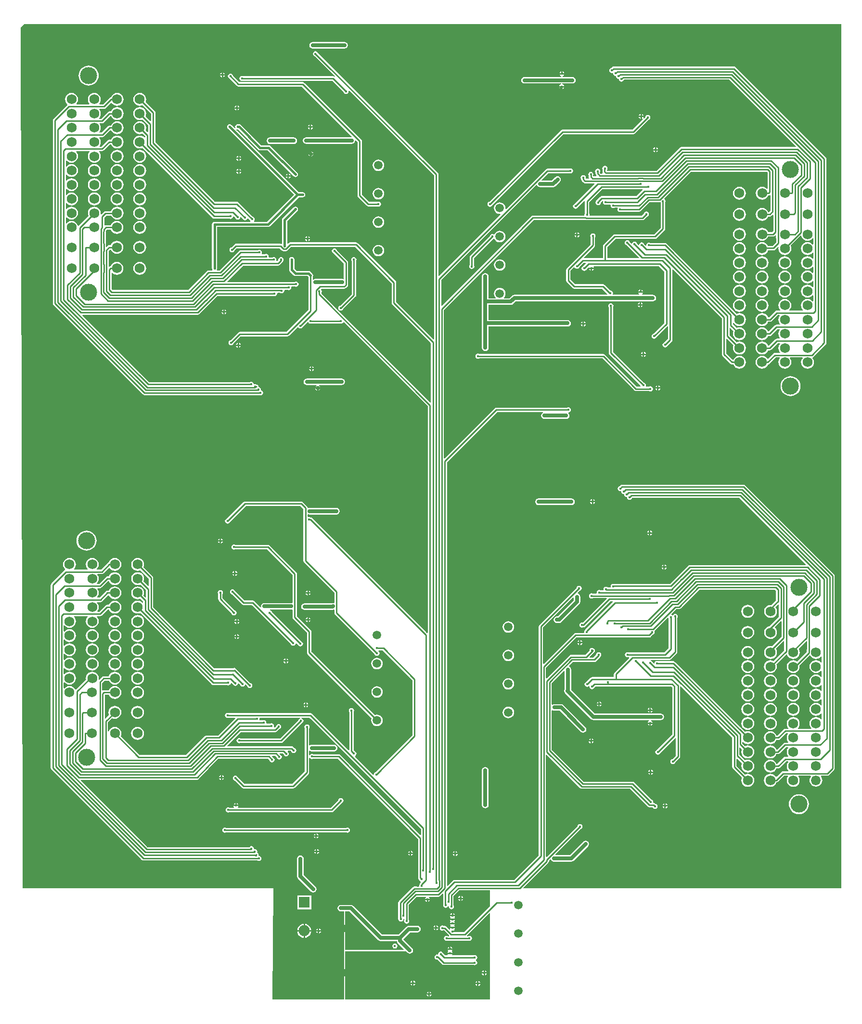
<source format=gbl>
G04 Layer_Physical_Order=2*
G04 Layer_Color=16711680*
%FSLAX25Y25*%
%MOIN*%
G70*
G01*
G75*
%ADD17C,0.01000*%
%ADD18C,0.02500*%
%ADD19C,0.01500*%
%ADD21C,0.05000*%
%ADD26C,0.05905*%
%ADD27C,0.07677*%
%ADD28R,0.07677X0.07677*%
%ADD29C,0.06890*%
%ADD30C,0.11811*%
%ADD31O,0.06890X0.06500*%
%ADD32C,0.01500*%
G36*
X842126Y650000D02*
Y627165D01*
X621981D01*
X621790Y627627D01*
X639176Y645013D01*
X639507Y645509D01*
X639624Y646094D01*
Y646367D01*
X640405Y647147D01*
X640963Y646999D01*
X641378Y646378D01*
X642122Y645881D01*
X643000Y645706D01*
X655000D01*
X655878Y645881D01*
X656622Y646378D01*
X666622Y656378D01*
X667119Y657122D01*
X667294Y658000D01*
X667119Y658878D01*
X666622Y659622D01*
X665878Y660119D01*
X665000Y660294D01*
X664122Y660119D01*
X663378Y659622D01*
X654050Y650294D01*
X644205D01*
X644013Y650756D01*
X661520Y668263D01*
X661730Y668304D01*
X662309Y668691D01*
X662696Y669270D01*
X662831Y669953D01*
X662696Y670636D01*
X662309Y671214D01*
X661730Y671601D01*
X661047Y671737D01*
X660364Y671601D01*
X659786Y671214D01*
X659399Y670636D01*
X659357Y670426D01*
X637991Y649060D01*
X637529Y649251D01*
Y719609D01*
X637991Y719800D01*
X661173Y696619D01*
X661669Y696287D01*
X662254Y696171D01*
X695767D01*
X708069Y683869D01*
X708566Y683537D01*
X709151Y683421D01*
X711331D01*
X711351Y683317D01*
X711738Y682738D01*
X712317Y682351D01*
X713000Y682216D01*
X713683Y682351D01*
X714262Y682738D01*
X714648Y683317D01*
X714784Y684000D01*
X714648Y684683D01*
X714262Y685262D01*
X713683Y685648D01*
X713473Y685690D01*
X713131Y686031D01*
X712635Y686363D01*
X712050Y686479D01*
X711753Y686842D01*
X711784Y687000D01*
X711649Y687683D01*
X711262Y688262D01*
X710683Y688649D01*
X710473Y688690D01*
X698581Y700581D01*
X698085Y700913D01*
X697500Y701029D01*
X663633D01*
X641529Y723134D01*
Y750443D01*
X642029Y750710D01*
X642522Y750381D01*
X643400Y750206D01*
X647050D01*
X661523Y735732D01*
X662268Y735235D01*
X663146Y735060D01*
X664023Y735235D01*
X664768Y735732D01*
X665265Y736477D01*
X665440Y737354D01*
X665265Y738232D01*
X664768Y738977D01*
X649622Y754122D01*
X648878Y754619D01*
X648000Y754794D01*
X643400D01*
X642522Y754619D01*
X642029Y754290D01*
X641529Y754558D01*
Y769367D01*
X649944Y777781D01*
X650406Y777590D01*
Y764916D01*
X650381Y764878D01*
X650206Y764000D01*
X650381Y763122D01*
X650878Y762378D01*
X668878Y744378D01*
X669622Y743881D01*
X670500Y743706D01*
X708759D01*
X708842Y743206D01*
X708361Y742884D01*
X707974Y742305D01*
X707938Y742122D01*
X711307D01*
X711271Y742305D01*
X710884Y742884D01*
X710402Y743206D01*
X710486Y743706D01*
X717000D01*
X717878Y743881D01*
X718622Y744378D01*
X719119Y745122D01*
X719294Y746000D01*
X719119Y746878D01*
X718622Y747622D01*
X717878Y748119D01*
X717000Y748294D01*
X671450D01*
X654994Y764750D01*
Y778700D01*
X654819Y779578D01*
X654322Y780322D01*
X653645Y780775D01*
X653457Y781294D01*
X656134Y783971D01*
X671000D01*
X671585Y784087D01*
X672081Y784419D01*
X675081Y787419D01*
X675413Y787915D01*
X675427Y787986D01*
X675648Y788317D01*
X675784Y789000D01*
X675648Y789683D01*
X675262Y790262D01*
X674683Y790649D01*
X674000Y790784D01*
X673317Y790649D01*
X672738Y790262D01*
X672352Y789683D01*
X672216Y789000D01*
X672236Y788899D01*
X670366Y787029D01*
X667846D01*
X667654Y787491D01*
X671081Y790919D01*
X671413Y791415D01*
X671529Y792000D01*
X671413Y792585D01*
X671081Y793081D01*
X670585Y793413D01*
X670514Y793427D01*
X670183Y793648D01*
X669500Y793784D01*
X668817Y793648D01*
X668238Y793262D01*
X667851Y792683D01*
X667716Y792000D01*
X667736Y791899D01*
X664667Y788829D01*
X654754D01*
X654169Y788713D01*
X653673Y788381D01*
X637991Y772700D01*
X637529Y772891D01*
Y779867D01*
X658634Y800971D01*
X709000D01*
X709585Y801087D01*
X710081Y801419D01*
X711520Y802857D01*
X711730Y802899D01*
X712309Y803286D01*
X712696Y803864D01*
X712831Y804547D01*
X712696Y805230D01*
X712558Y805435D01*
X712679Y805516D01*
X721782Y814619D01*
X722324Y814454D01*
X722352Y814317D01*
X722471Y814139D01*
Y793634D01*
X719367Y790529D01*
X694861D01*
X694683Y790649D01*
X694000Y790784D01*
X693317Y790649D01*
X692738Y790262D01*
X692351Y789683D01*
X692216Y789000D01*
X692351Y788317D01*
X692738Y787738D01*
X693317Y787352D01*
X694000Y787216D01*
X694683Y787352D01*
X694693Y787358D01*
X694933Y787303D01*
X695090Y786753D01*
X684919Y776581D01*
X684587Y776085D01*
X684471Y775500D01*
Y773579D01*
X669550D01*
X668965Y773463D01*
X668469Y773131D01*
X665527Y770190D01*
X665317Y770149D01*
X664738Y769762D01*
X664352Y769183D01*
X664216Y768500D01*
X664352Y767817D01*
X664738Y767238D01*
X665317Y766852D01*
X666000Y766716D01*
X666683Y766852D01*
X667140Y767157D01*
X667584Y766924D01*
X667600Y766909D01*
X667594Y766878D01*
X667730Y766196D01*
X668117Y765617D01*
X668696Y765230D01*
X669378Y765094D01*
X670061Y765230D01*
X670640Y765617D01*
X671027Y766196D01*
X671069Y766406D01*
X671633Y766971D01*
X724367D01*
X724971Y766366D01*
Y733634D01*
X714527Y723190D01*
X714317Y723148D01*
X713738Y722762D01*
X713351Y722183D01*
X713216Y721500D01*
X713351Y720817D01*
X713738Y720238D01*
X714317Y719851D01*
X715000Y719716D01*
X715683Y719851D01*
X716262Y720238D01*
X716648Y720817D01*
X716690Y721027D01*
X727009Y731346D01*
X727471Y731154D01*
Y719134D01*
X725027Y716690D01*
X724817Y716648D01*
X724238Y716262D01*
X723851Y715683D01*
X723716Y715000D01*
X723851Y714317D01*
X724238Y713738D01*
X724817Y713351D01*
X725500Y713216D01*
X726183Y713351D01*
X726762Y713738D01*
X727148Y714317D01*
X727190Y714527D01*
X730081Y717419D01*
X730413Y717915D01*
X730529Y718500D01*
Y766899D01*
X731029Y767106D01*
X766459Y731677D01*
Y711268D01*
X766575Y710683D01*
X766907Y710187D01*
X773221Y703873D01*
X772926Y703160D01*
X772773Y702000D01*
X772926Y700840D01*
X773373Y699758D01*
X774086Y698830D01*
X775014Y698117D01*
X776096Y697670D01*
X777256Y697517D01*
X778416Y697670D01*
X779498Y698117D01*
X780426Y698830D01*
X781139Y699758D01*
X781587Y700840D01*
X781739Y702000D01*
X781587Y703160D01*
X781139Y704242D01*
X780426Y705170D01*
X779498Y705883D01*
X778416Y706330D01*
X777256Y706483D01*
X776096Y706330D01*
X775383Y706036D01*
X769517Y711902D01*
Y716765D01*
X769979Y716956D01*
X773221Y713715D01*
X772926Y713003D01*
X772773Y711843D01*
X772926Y710682D01*
X773373Y709601D01*
X774086Y708673D01*
X775014Y707960D01*
X776096Y707512D01*
X777256Y707359D01*
X778416Y707512D01*
X779498Y707960D01*
X780426Y708673D01*
X781139Y709601D01*
X781587Y710682D01*
X781739Y711843D01*
X781587Y713003D01*
X781139Y714084D01*
X780426Y715013D01*
X779498Y715725D01*
X778416Y716173D01*
X777256Y716326D01*
X776096Y716173D01*
X775383Y715878D01*
X771517Y719744D01*
Y724607D01*
X771979Y724799D01*
X773221Y723558D01*
X772926Y722845D01*
X772773Y721685D01*
X772926Y720525D01*
X773373Y719443D01*
X774086Y718515D01*
X775014Y717802D01*
X776096Y717354D01*
X777256Y717202D01*
X778416Y717354D01*
X779498Y717802D01*
X780426Y718515D01*
X781139Y719443D01*
X781587Y720525D01*
X781739Y721685D01*
X781587Y722845D01*
X781139Y723927D01*
X780426Y724855D01*
X779498Y725568D01*
X778416Y726016D01*
X777256Y726168D01*
X776096Y726016D01*
X775383Y725720D01*
X773517Y727587D01*
Y728321D01*
X773991Y728481D01*
X774086Y728358D01*
X775014Y727645D01*
X776096Y727197D01*
X777256Y727044D01*
X778416Y727197D01*
X779498Y727645D01*
X780426Y728358D01*
X781139Y729286D01*
X781587Y730367D01*
X781739Y731528D01*
X781587Y732688D01*
X781139Y733769D01*
X780426Y734698D01*
X779498Y735410D01*
X778416Y735858D01*
X777256Y736011D01*
X776096Y735858D01*
X775383Y735563D01*
X726853Y784093D01*
X726357Y784425D01*
X725772Y784541D01*
X715349D01*
X715171Y784660D01*
X714488Y784796D01*
X713805Y784660D01*
X713226Y784274D01*
X712840Y783695D01*
X712729Y783141D01*
X712365Y782964D01*
X712219Y782944D01*
X711306Y783856D01*
X711284Y783969D01*
X710897Y784548D01*
X710319Y784935D01*
X710137Y784971D01*
X710186Y785471D01*
X723000D01*
X723585Y785587D01*
X724081Y785919D01*
X728081Y789919D01*
X728413Y790415D01*
X728529Y791000D01*
Y814639D01*
X728649Y814817D01*
X728784Y815500D01*
X728649Y816183D01*
X728262Y816762D01*
X727683Y817148D01*
X727000Y817284D01*
X726317Y817148D01*
X725738Y816762D01*
X725617Y816580D01*
X725262Y816262D01*
X724976Y816453D01*
X724683Y816648D01*
X724546Y816676D01*
X724381Y817218D01*
X727658Y820495D01*
X729642D01*
X730227Y820611D01*
X730723Y820943D01*
X743764Y833983D01*
X796202D01*
X796806Y833379D01*
Y826769D01*
X793481Y823444D01*
X793088Y823495D01*
X791928Y823343D01*
X790846Y822895D01*
X789918Y822182D01*
X789205Y821254D01*
X788758Y820172D01*
X788605Y819012D01*
X788758Y817852D01*
X789205Y816770D01*
X789918Y815842D01*
X790846Y815129D01*
X791928Y814682D01*
X793088Y814529D01*
X794248Y814682D01*
X795330Y815129D01*
X796258Y815842D01*
X796971Y816770D01*
X797418Y817852D01*
X797571Y819012D01*
X797418Y820172D01*
X796971Y821254D01*
X796383Y822020D01*
X798344Y823981D01*
X798806Y823790D01*
Y815169D01*
X792448Y808811D01*
X791928Y808743D01*
X790846Y808295D01*
X789918Y807582D01*
X789205Y806654D01*
X788758Y805572D01*
X788605Y804412D01*
X788758Y803252D01*
X789205Y802170D01*
X789918Y801242D01*
X790846Y800529D01*
X791928Y800082D01*
X793088Y799929D01*
X794248Y800082D01*
X795330Y800529D01*
X796258Y801242D01*
X796971Y802170D01*
X797418Y803252D01*
X797571Y804412D01*
X797418Y805572D01*
X796971Y806654D01*
X796258Y807582D01*
X796155Y807661D01*
X796123Y808160D01*
X800144Y812181D01*
X800606Y811990D01*
Y801369D01*
X794188Y794950D01*
X793088Y795095D01*
X791928Y794943D01*
X790846Y794495D01*
X789918Y793782D01*
X789205Y792854D01*
X788758Y791772D01*
X788605Y790612D01*
X788758Y789452D01*
X789205Y788370D01*
X789918Y787442D01*
X790846Y786729D01*
X791928Y786281D01*
X793088Y786129D01*
X794248Y786281D01*
X795330Y786729D01*
X796258Y787442D01*
X796971Y788370D01*
X797418Y789452D01*
X797571Y790612D01*
X797418Y791772D01*
X796971Y792854D01*
X796730Y793167D01*
X801944Y798381D01*
X802406Y798190D01*
Y792047D01*
X795059Y784700D01*
X794164Y785071D01*
X793004Y785223D01*
X791844Y785071D01*
X790762Y784623D01*
X789834Y783910D01*
X789121Y782982D01*
X788673Y781901D01*
X788521Y780740D01*
X788673Y779580D01*
X789121Y778499D01*
X789834Y777570D01*
X790762Y776858D01*
X791844Y776410D01*
X793004Y776257D01*
X794164Y776410D01*
X795246Y776858D01*
X796174Y777570D01*
X796887Y778499D01*
X797334Y779580D01*
X797487Y780740D01*
X797334Y781901D01*
X797115Y782431D01*
X803996Y789311D01*
X804570Y789179D01*
X804905Y788370D01*
X805618Y787442D01*
X806546Y786729D01*
X807628Y786281D01*
X808788Y786129D01*
X809948Y786281D01*
X811030Y786729D01*
X811958Y787442D01*
X812671Y788370D01*
X813118Y789452D01*
X813271Y790612D01*
X813118Y791772D01*
X812671Y792854D01*
X812512Y793061D01*
X817797Y798346D01*
X818259Y798154D01*
Y792803D01*
X818214Y792577D01*
Y791077D01*
X811427Y784290D01*
X810994Y784623D01*
X809912Y785071D01*
X808752Y785223D01*
X807592Y785071D01*
X806510Y784623D01*
X805582Y783910D01*
X804869Y782982D01*
X804422Y781901D01*
X804269Y780740D01*
X804422Y779580D01*
X804869Y778499D01*
X805582Y777570D01*
X806510Y776858D01*
X807592Y776410D01*
X808752Y776257D01*
X809912Y776410D01*
X810994Y776858D01*
X811922Y777570D01*
X812635Y778499D01*
X813083Y779580D01*
X813235Y780740D01*
X813115Y781652D01*
X820061Y788598D01*
X820551Y788501D01*
X820605Y788370D01*
X821318Y787442D01*
X822246Y786729D01*
X823328Y786281D01*
X824488Y786129D01*
X825648Y786281D01*
X826730Y786729D01*
X827658Y787442D01*
X827959Y787833D01*
X828459Y787664D01*
Y783704D01*
X827959Y783534D01*
X827670Y783910D01*
X826742Y784623D01*
X825660Y785071D01*
X824500Y785223D01*
X823340Y785071D01*
X822258Y784623D01*
X821330Y783910D01*
X820617Y782982D01*
X820170Y781901D01*
X820017Y780740D01*
X820170Y779580D01*
X820617Y778499D01*
X821330Y777570D01*
X822258Y776858D01*
X823340Y776410D01*
X824500Y776257D01*
X825660Y776410D01*
X826742Y776858D01*
X827670Y777570D01*
X827959Y777946D01*
X828459Y777776D01*
Y773862D01*
X827959Y773692D01*
X827670Y774068D01*
X826742Y774780D01*
X825660Y775228D01*
X824500Y775381D01*
X823340Y775228D01*
X822258Y774780D01*
X821330Y774068D01*
X820617Y773139D01*
X820170Y772058D01*
X820017Y770898D01*
X820170Y769737D01*
X820617Y768656D01*
X821330Y767728D01*
X822258Y767015D01*
X823340Y766567D01*
X824500Y766414D01*
X825660Y766567D01*
X826742Y767015D01*
X827670Y767728D01*
X827959Y768103D01*
X828459Y767934D01*
Y764019D01*
X827959Y763849D01*
X827670Y764225D01*
X826742Y764938D01*
X825660Y765386D01*
X824500Y765538D01*
X823340Y765386D01*
X822258Y764938D01*
X821330Y764225D01*
X820617Y763297D01*
X820170Y762216D01*
X820017Y761055D01*
X820170Y759895D01*
X820617Y758814D01*
X821330Y757885D01*
X822258Y757173D01*
X823340Y756725D01*
X824500Y756572D01*
X825660Y756725D01*
X826742Y757173D01*
X827670Y757885D01*
X827959Y758261D01*
X828459Y758091D01*
Y754177D01*
X827959Y754007D01*
X827670Y754383D01*
X826742Y755095D01*
X825660Y755543D01*
X824500Y755696D01*
X823340Y755543D01*
X822258Y755095D01*
X821330Y754383D01*
X820617Y753454D01*
X820170Y752373D01*
X820017Y751213D01*
X820170Y750052D01*
X820617Y748971D01*
X821330Y748042D01*
X822258Y747330D01*
X823340Y746882D01*
X824500Y746729D01*
X825660Y746882D01*
X826742Y747330D01*
X827670Y748042D01*
X827959Y748418D01*
X828459Y748249D01*
Y744334D01*
X827959Y744164D01*
X827670Y744540D01*
X826742Y745253D01*
X825660Y745701D01*
X824500Y745853D01*
X823340Y745701D01*
X822258Y745253D01*
X821330Y744540D01*
X820617Y743612D01*
X820170Y742530D01*
X820017Y741370D01*
X820170Y740210D01*
X820617Y739128D01*
X821252Y738302D01*
X821095Y737802D01*
X812157D01*
X812000Y738302D01*
X812635Y739128D01*
X813083Y740210D01*
X813235Y741370D01*
X813083Y742530D01*
X812635Y743612D01*
X811922Y744540D01*
X810994Y745253D01*
X809912Y745701D01*
X808752Y745853D01*
X807592Y745701D01*
X806510Y745253D01*
X805582Y744540D01*
X804869Y743612D01*
X804422Y742530D01*
X804269Y741370D01*
X804422Y740210D01*
X804869Y739128D01*
X805504Y738302D01*
X805347Y737802D01*
X803249D01*
X802663Y737685D01*
X802167Y737354D01*
X797870Y733057D01*
X797182D01*
X796887Y733769D01*
X796174Y734698D01*
X795246Y735410D01*
X794164Y735858D01*
X793004Y736011D01*
X791844Y735858D01*
X790762Y735410D01*
X789834Y734698D01*
X789121Y733769D01*
X788673Y732688D01*
X788521Y731528D01*
X788673Y730367D01*
X789121Y729286D01*
X789834Y728358D01*
X790762Y727645D01*
X791844Y727197D01*
X793004Y727044D01*
X794164Y727197D01*
X795246Y727645D01*
X796174Y728358D01*
X796887Y729286D01*
X797182Y729998D01*
X798504D01*
X799089Y730115D01*
X799585Y730446D01*
X803882Y734743D01*
X804986D01*
X805233Y734243D01*
X804869Y733769D01*
X804422Y732688D01*
X804269Y731528D01*
X804422Y730367D01*
X804869Y729286D01*
X805441Y728541D01*
X805206Y728041D01*
X802988D01*
X802403Y727925D01*
X801907Y727593D01*
X797644Y723330D01*
X797105Y723400D01*
X796887Y723927D01*
X796174Y724855D01*
X795246Y725568D01*
X794164Y726016D01*
X793004Y726168D01*
X791844Y726016D01*
X790762Y725568D01*
X789834Y724855D01*
X789121Y723927D01*
X788673Y722845D01*
X788521Y721685D01*
X788673Y720525D01*
X789121Y719443D01*
X789834Y718515D01*
X790762Y717802D01*
X791844Y717354D01*
X793004Y717202D01*
X794164Y717354D01*
X795246Y717802D01*
X796174Y718515D01*
X796887Y719443D01*
X797182Y720156D01*
X798161D01*
X798746Y720272D01*
X799242Y720604D01*
X803621Y724983D01*
X805050D01*
X805296Y724483D01*
X804869Y723927D01*
X804422Y722845D01*
X804269Y721685D01*
X804422Y720525D01*
X804869Y719443D01*
X805340Y718829D01*
X805094Y718329D01*
X803276D01*
X802691Y718213D01*
X802195Y717881D01*
X797685Y713372D01*
X797182D01*
X796887Y714084D01*
X796174Y715013D01*
X795246Y715725D01*
X794164Y716173D01*
X793004Y716326D01*
X791844Y716173D01*
X790762Y715725D01*
X789834Y715013D01*
X789121Y714084D01*
X788673Y713003D01*
X788521Y711843D01*
X788673Y710682D01*
X789121Y709601D01*
X789834Y708673D01*
X790762Y707960D01*
X791844Y707512D01*
X793004Y707359D01*
X794164Y707512D01*
X795246Y707960D01*
X796174Y708673D01*
X796887Y709601D01*
X797182Y710313D01*
X798319D01*
X798904Y710430D01*
X799400Y710761D01*
X803909Y715271D01*
X805149D01*
X805396Y714771D01*
X804869Y714084D01*
X804422Y713003D01*
X804269Y711843D01*
X804422Y710682D01*
X804869Y709601D01*
X805504Y708774D01*
X805348Y708274D01*
X801721D01*
X801136Y708158D01*
X800639Y707826D01*
X797299Y704486D01*
X796653Y704547D01*
X796174Y705170D01*
X795246Y705883D01*
X794164Y706330D01*
X793004Y706483D01*
X791844Y706330D01*
X790762Y705883D01*
X789834Y705170D01*
X789121Y704242D01*
X788673Y703160D01*
X788521Y702000D01*
X788673Y700840D01*
X789121Y699758D01*
X789834Y698830D01*
X790762Y698117D01*
X791844Y697670D01*
X793004Y697517D01*
X794164Y697670D01*
X795246Y698117D01*
X796174Y698830D01*
X796887Y699758D01*
X797200Y700515D01*
X797561Y700587D01*
X798057Y700919D01*
X802354Y705216D01*
X804986D01*
X805233Y704715D01*
X804869Y704242D01*
X804422Y703160D01*
X804269Y702000D01*
X804422Y700840D01*
X804869Y699758D01*
X805582Y698830D01*
X806510Y698117D01*
X807592Y697670D01*
X808752Y697517D01*
X809912Y697670D01*
X810994Y698117D01*
X811922Y698830D01*
X812635Y699758D01*
X813083Y700840D01*
X813235Y702000D01*
X813083Y703160D01*
X812635Y704242D01*
X812271Y704715D01*
X812518Y705216D01*
X820785D01*
X821032Y704715D01*
X820593Y704143D01*
X820164Y703110D01*
X820018Y702000D01*
X820164Y700890D01*
X820593Y699857D01*
X821274Y698969D01*
X822162Y698288D01*
X823196Y697859D01*
X824305Y697713D01*
X824695D01*
X825804Y697859D01*
X826838Y698288D01*
X827726Y698969D01*
X828407Y699857D01*
X828835Y700890D01*
X828982Y702000D01*
X828835Y703110D01*
X828407Y704143D01*
X827968Y704715D01*
X828215Y705216D01*
X832333D01*
X832918Y705332D01*
X833414Y705663D01*
X837069Y709319D01*
X837401Y709815D01*
X837517Y710400D01*
Y843669D01*
X837401Y844254D01*
X837069Y844750D01*
X775476Y906343D01*
X774980Y906675D01*
X774395Y906791D01*
X690238D01*
X689653Y906675D01*
X689157Y906343D01*
X688515Y905702D01*
X688305Y905661D01*
X687726Y905274D01*
X687339Y904695D01*
X687204Y904012D01*
X687339Y903329D01*
X687726Y902750D01*
X688305Y902363D01*
X688988Y902228D01*
X689247Y902279D01*
X689704Y902012D01*
X689840Y901329D01*
X690226Y900750D01*
X690805Y900364D01*
X691488Y900228D01*
X691704Y900012D01*
X691840Y899329D01*
X692226Y898750D01*
X692805Y898363D01*
X693488Y898228D01*
X693704Y898012D01*
X693840Y897329D01*
X694226Y896750D01*
X694805Y896364D01*
X695488Y896228D01*
X696171Y896364D01*
X696750Y896750D01*
X697136Y897329D01*
X697178Y897539D01*
X697371Y897733D01*
X771276D01*
X817505Y851503D01*
X817314Y851041D01*
X737074D01*
X736488Y850925D01*
X735992Y850593D01*
X723452Y838053D01*
X684269D01*
X684124Y838082D01*
X683979Y838053D01*
X683976D01*
X683391Y837937D01*
X682895Y837605D01*
X682866Y837562D01*
X682862Y837560D01*
X682475Y836981D01*
X682339Y836298D01*
X682383Y836077D01*
X681973Y835577D01*
X680359D01*
X679807Y835946D01*
X679124Y836082D01*
X678441Y835946D01*
X677862Y835560D01*
X677475Y834981D01*
X677339Y834298D01*
X677383Y834077D01*
X676973Y833577D01*
X675235D01*
X675057Y833696D01*
X674374Y833832D01*
X673691Y833696D01*
X673112Y833310D01*
X672725Y832731D01*
X672589Y832048D01*
X672633Y831827D01*
X672223Y831327D01*
X669979D01*
X669818Y831435D01*
X669136Y831570D01*
X668453Y831435D01*
X667874Y831048D01*
X667487Y830469D01*
X667351Y829786D01*
X667487Y829103D01*
X667874Y828524D01*
X668453Y828137D01*
X669136Y828002D01*
X669818Y828137D01*
X670015Y828269D01*
X679452D01*
X679644Y827807D01*
X663018Y811181D01*
X662500Y811284D01*
X661817Y811148D01*
X661238Y810762D01*
X660851Y810183D01*
X660716Y809500D01*
X660851Y808817D01*
X661238Y808238D01*
X661817Y807852D01*
X662500Y807716D01*
X663183Y807852D01*
X663361Y807971D01*
X663500D01*
X664085Y808087D01*
X664581Y808419D01*
X682133Y825971D01*
X683654D01*
X683846Y825509D01*
X664715Y806378D01*
X664383Y805881D01*
X664370Y805816D01*
X664148Y805483D01*
X664012Y804800D01*
X664066Y804529D01*
X663655Y804029D01*
X658000D01*
X657415Y803913D01*
X656919Y803581D01*
X635991Y782654D01*
X635529Y782846D01*
Y807866D01*
X656300Y828638D01*
X656801Y828430D01*
Y826639D01*
X645655Y815494D01*
X645200D01*
X644322Y815319D01*
X643578Y814822D01*
X643081Y814078D01*
X642906Y813200D01*
X643081Y812322D01*
X643578Y811578D01*
X644322Y811081D01*
X645200Y810906D01*
X646605D01*
X647483Y811081D01*
X648228Y811578D01*
X660717Y824067D01*
X661214Y824811D01*
X661389Y825689D01*
Y829095D01*
X661214Y829972D01*
X660717Y830717D01*
X659972Y831214D01*
X659649Y831279D01*
X659484Y831821D01*
X660973Y833310D01*
X661183Y833352D01*
X661762Y833738D01*
X662149Y834317D01*
X662284Y835000D01*
X662149Y835683D01*
X661762Y836262D01*
X661183Y836648D01*
X660500Y836784D01*
X659817Y836648D01*
X659238Y836262D01*
X658851Y835683D01*
X658810Y835473D01*
X632919Y809581D01*
X632587Y809085D01*
X632471Y808500D01*
Y650134D01*
X615367Y633029D01*
X574137D01*
X573552Y632913D01*
X573055Y632581D01*
X569491Y629017D01*
X569029Y629209D01*
Y922367D01*
X603684Y957021D01*
X635323D01*
X635474Y956521D01*
X634878Y956122D01*
X634381Y955378D01*
X634206Y954500D01*
X634381Y953622D01*
X634878Y952878D01*
X635622Y952381D01*
X636500Y952206D01*
X651500D01*
X652378Y952381D01*
X653122Y952878D01*
X653619Y953622D01*
X653794Y954500D01*
X653619Y955378D01*
X653122Y956122D01*
X652953Y956235D01*
X652969Y956403D01*
X653103Y956736D01*
X653683Y956851D01*
X654262Y957238D01*
X654648Y957817D01*
X654784Y958500D01*
X654648Y959183D01*
X654262Y959762D01*
X653683Y960149D01*
X653000Y960284D01*
X652317Y960149D01*
X652214Y960079D01*
X603050D01*
X602465Y959963D01*
X601969Y959631D01*
X567291Y924954D01*
X566829Y925146D01*
Y1027666D01*
X629134Y1089971D01*
X664899D01*
X665151Y1089921D01*
X704450D01*
X705035Y1090037D01*
X705531Y1090369D01*
X707567Y1092404D01*
X707777Y1092446D01*
X708356Y1092833D01*
X708743Y1093412D01*
X708879Y1094094D01*
X708743Y1094777D01*
X708356Y1095356D01*
X707777Y1095743D01*
X707094Y1095879D01*
X706412Y1095743D01*
X705833Y1095356D01*
X705446Y1094777D01*
X705404Y1094567D01*
X703817Y1092979D01*
X668075D01*
X667758Y1093366D01*
X667784Y1093500D01*
X667649Y1094183D01*
X667529Y1094361D01*
Y1102367D01*
X676583Y1111421D01*
X703849D01*
X704101Y1111471D01*
X704338D01*
X704385Y1111408D01*
X704523Y1110971D01*
X700081Y1106529D01*
X676074D01*
X675488Y1106413D01*
X674992Y1106081D01*
X672519Y1103608D01*
X672187Y1103112D01*
X672165Y1103003D01*
X671951Y1102683D01*
X671816Y1102000D01*
X671951Y1101317D01*
X672338Y1100738D01*
X672917Y1100352D01*
X673600Y1100216D01*
X674283Y1100352D01*
X674862Y1100738D01*
X675248Y1101317D01*
X675384Y1102000D01*
X675360Y1102123D01*
X676574Y1103337D01*
X676845Y1103308D01*
X676942Y1103213D01*
X677179Y1102812D01*
X677071Y1102267D01*
X677207Y1101584D01*
X677593Y1101005D01*
X678172Y1100618D01*
X678855Y1100482D01*
X679538Y1100618D01*
X679716Y1100737D01*
X681940D01*
X682350Y1100237D01*
X682306Y1100017D01*
X682442Y1099334D01*
X682829Y1098755D01*
X683407Y1098368D01*
X684090Y1098232D01*
X684773Y1098368D01*
X684962Y1098495D01*
X687028D01*
X687264Y1098054D01*
X687199Y1097957D01*
X687063Y1097274D01*
X687199Y1096591D01*
X687586Y1096012D01*
X688165Y1095625D01*
X688848Y1095490D01*
X689531Y1095625D01*
X689709Y1095745D01*
X701998D01*
X702583Y1095861D01*
X703079Y1096193D01*
X709358Y1102471D01*
X716342D01*
X716370Y1102476D01*
X716852Y1102317D01*
X716941Y1102184D01*
X716971Y1102119D01*
Y1084634D01*
X712366Y1080029D01*
X685000D01*
X684415Y1079913D01*
X683919Y1079581D01*
X677419Y1073081D01*
X677087Y1072585D01*
X676971Y1072000D01*
Y1063529D01*
X663846D01*
X663654Y1063991D01*
X671081Y1071419D01*
X671413Y1071915D01*
X671529Y1072500D01*
Y1078139D01*
X671649Y1078317D01*
X671784Y1079000D01*
X671649Y1079683D01*
X671262Y1080262D01*
X670683Y1080649D01*
X670000Y1080784D01*
X669317Y1080649D01*
X668738Y1080262D01*
X668352Y1079683D01*
X668216Y1079000D01*
X668352Y1078317D01*
X668471Y1078139D01*
Y1073133D01*
X651919Y1056581D01*
X651587Y1056085D01*
X651471Y1055500D01*
Y1048000D01*
X651587Y1047415D01*
X651919Y1046919D01*
X655919Y1042919D01*
X656415Y1042587D01*
X657000Y1042471D01*
X676367D01*
X680043Y1038794D01*
X679836Y1038294D01*
X615600D01*
X614722Y1038119D01*
X613978Y1037622D01*
X612150Y1035794D01*
X608424D01*
X608263Y1036267D01*
X608319Y1036311D01*
X608953Y1037136D01*
X609351Y1038098D01*
X609487Y1039130D01*
X609351Y1040162D01*
X608953Y1041123D01*
X608319Y1041949D01*
X607493Y1042583D01*
X606532Y1042981D01*
X605500Y1043117D01*
X604468Y1042981D01*
X603507Y1042583D01*
X602681Y1041949D01*
X602047Y1041123D01*
X601649Y1040162D01*
X601513Y1039130D01*
X601649Y1038098D01*
X602047Y1037136D01*
X602681Y1036311D01*
X602737Y1036267D01*
X602576Y1035794D01*
X597794D01*
Y1051000D01*
X597619Y1051878D01*
X597122Y1052622D01*
X596378Y1053119D01*
X595500Y1053294D01*
X594622Y1053119D01*
X593878Y1052622D01*
X593381Y1051878D01*
X593206Y1051000D01*
Y1033500D01*
Y1018500D01*
Y1001500D01*
X593381Y1000622D01*
X593878Y999878D01*
X594622Y999381D01*
X595500Y999206D01*
X596378Y999381D01*
X597122Y999878D01*
X597619Y1000622D01*
X597794Y1001500D01*
Y1016206D01*
X652500D01*
X653378Y1016381D01*
X654122Y1016878D01*
X654619Y1017622D01*
X654794Y1018500D01*
X654619Y1019378D01*
X654122Y1020122D01*
X653378Y1020619D01*
X652500Y1020794D01*
X597794D01*
Y1031206D01*
X613100D01*
X613978Y1031381D01*
X614722Y1031878D01*
X616550Y1033706D01*
X711500D01*
X712378Y1033881D01*
X713122Y1034378D01*
X713619Y1035122D01*
X713794Y1036000D01*
X713619Y1036878D01*
X713122Y1037622D01*
X712378Y1038119D01*
X711500Y1038294D01*
X704297D01*
X704146Y1038794D01*
X704362Y1038938D01*
X704748Y1039517D01*
X704785Y1039700D01*
X701415D01*
X701451Y1039517D01*
X701838Y1038938D01*
X702054Y1038794D01*
X701902Y1038294D01*
X684089D01*
X683864Y1038794D01*
X683984Y1039400D01*
X683848Y1040083D01*
X683462Y1040662D01*
X682883Y1041049D01*
X682200Y1041184D01*
X682015Y1041148D01*
X678081Y1045081D01*
X677585Y1045413D01*
X677000Y1045529D01*
X657633D01*
X654529Y1048633D01*
Y1054867D01*
X656905Y1057242D01*
X657488Y1057118D01*
X657750Y1056726D01*
X658329Y1056340D01*
X659012Y1056204D01*
X659695Y1056340D01*
X660274Y1056726D01*
X660660Y1057305D01*
X660702Y1057515D01*
X663657Y1060471D01*
X665178D01*
X665370Y1060009D01*
X663539Y1058178D01*
X663329Y1058136D01*
X662750Y1057750D01*
X662363Y1057171D01*
X662228Y1056488D01*
X662363Y1055805D01*
X662750Y1055226D01*
X663329Y1054840D01*
X664012Y1054704D01*
X664695Y1054840D01*
X665274Y1055226D01*
X665660Y1055805D01*
X665702Y1056015D01*
X666828Y1057141D01*
X666927Y1057088D01*
X670697D01*
X670660Y1057271D01*
X670527Y1057471D01*
X670794Y1057971D01*
X715867D01*
X719471Y1054366D01*
Y1018633D01*
X712027Y1011190D01*
X711817Y1011148D01*
X711238Y1010762D01*
X710851Y1010183D01*
X710716Y1009500D01*
X710851Y1008817D01*
X711238Y1008238D01*
X711817Y1007852D01*
X712500Y1007716D01*
X713183Y1007852D01*
X713762Y1008238D01*
X714149Y1008817D01*
X714190Y1009027D01*
X721509Y1016346D01*
X721971Y1016154D01*
Y1007633D01*
X719527Y1005190D01*
X719317Y1005149D01*
X718738Y1004762D01*
X718352Y1004183D01*
X718216Y1003500D01*
X718352Y1002817D01*
X718738Y1002238D01*
X719317Y1001851D01*
X720000Y1001716D01*
X720683Y1001851D01*
X721262Y1002238D01*
X721649Y1002817D01*
X721690Y1003027D01*
X724581Y1005919D01*
X724913Y1006415D01*
X725029Y1007000D01*
Y1055654D01*
X725491Y1055846D01*
X759341Y1021996D01*
Y997129D01*
X759458Y996544D01*
X759789Y996048D01*
X765431Y990407D01*
X765927Y990075D01*
X766512Y989959D01*
X767290D01*
X767585Y989246D01*
X768298Y988318D01*
X769226Y987605D01*
X770308Y987158D01*
X771468Y987005D01*
X772628Y987158D01*
X773710Y987605D01*
X774638Y988318D01*
X775351Y989246D01*
X775799Y990328D01*
X775951Y991488D01*
X775799Y992648D01*
X775351Y993730D01*
X774638Y994658D01*
X773710Y995371D01*
X772628Y995819D01*
X771468Y995971D01*
X770308Y995819D01*
X769226Y995371D01*
X768298Y994658D01*
X767585Y993730D01*
X767455Y993415D01*
X766865Y993298D01*
X762400Y997763D01*
Y1007582D01*
X762862Y1007774D01*
X767432Y1003203D01*
X767137Y1002491D01*
X766985Y1001331D01*
X767137Y1000170D01*
X767585Y999089D01*
X768298Y998160D01*
X769226Y997448D01*
X770308Y997000D01*
X771468Y996847D01*
X772628Y997000D01*
X773710Y997448D01*
X774638Y998160D01*
X775351Y999089D01*
X775799Y1000170D01*
X775951Y1001331D01*
X775799Y1002491D01*
X775351Y1003572D01*
X774638Y1004501D01*
X773710Y1005213D01*
X772628Y1005661D01*
X771468Y1005814D01*
X770308Y1005661D01*
X769595Y1005366D01*
X764629Y1010332D01*
Y1015195D01*
X765091Y1015387D01*
X767432Y1013046D01*
X767137Y1012333D01*
X766985Y1011173D01*
X767137Y1010013D01*
X767585Y1008931D01*
X768298Y1008003D01*
X769226Y1007290D01*
X770308Y1006843D01*
X771468Y1006690D01*
X772628Y1006843D01*
X773710Y1007290D01*
X774638Y1008003D01*
X775351Y1008931D01*
X775799Y1010013D01*
X775951Y1011173D01*
X775799Y1012333D01*
X775351Y1013415D01*
X774638Y1014343D01*
X773710Y1015056D01*
X772628Y1015504D01*
X771468Y1015656D01*
X770308Y1015504D01*
X769595Y1015209D01*
X767029Y1017774D01*
Y1018810D01*
X767529Y1018909D01*
X767585Y1018774D01*
X768298Y1017846D01*
X769226Y1017133D01*
X770308Y1016685D01*
X771468Y1016532D01*
X772628Y1016685D01*
X773710Y1017133D01*
X774638Y1017846D01*
X775351Y1018774D01*
X775799Y1019855D01*
X775951Y1021016D01*
X775799Y1022176D01*
X775351Y1023257D01*
X774638Y1024186D01*
X773710Y1024898D01*
X772628Y1025346D01*
X771468Y1025499D01*
X770308Y1025346D01*
X769595Y1025051D01*
X721065Y1073581D01*
X720569Y1073913D01*
X719984Y1074029D01*
X709561D01*
X709383Y1074148D01*
X708700Y1074284D01*
X708017Y1074148D01*
X707438Y1073762D01*
X707052Y1073183D01*
X706941Y1072629D01*
X706577Y1072452D01*
X706431Y1072432D01*
X705518Y1073344D01*
X705496Y1073457D01*
X705109Y1074036D01*
X704530Y1074422D01*
X703848Y1074558D01*
X703701Y1074529D01*
X703700Y1074529D01*
X703115Y1074413D01*
X702619Y1074081D01*
X702590Y1074038D01*
X702586Y1074036D01*
X702199Y1073457D01*
X702089Y1072903D01*
X701725Y1072726D01*
X701579Y1072706D01*
X700538Y1073747D01*
X700496Y1073957D01*
X700109Y1074536D01*
X699531Y1074922D01*
X698848Y1075058D01*
X698165Y1074922D01*
X697586Y1074536D01*
X697199Y1073957D01*
X697172Y1073820D01*
X696629Y1073655D01*
X695538Y1074747D01*
X695496Y1074957D01*
X695109Y1075536D01*
X694530Y1075922D01*
X693848Y1076058D01*
X693165Y1075922D01*
X692586Y1075536D01*
X692199Y1074957D01*
X692063Y1074274D01*
X692199Y1073591D01*
X692586Y1073012D01*
X693165Y1072626D01*
X693375Y1072584D01*
X701967Y1063991D01*
X701776Y1063529D01*
X680029D01*
Y1071367D01*
X685634Y1076971D01*
X713000D01*
X713585Y1077087D01*
X714081Y1077419D01*
X719581Y1082918D01*
X719913Y1083415D01*
X720029Y1084000D01*
Y1102139D01*
X720149Y1102317D01*
X720284Y1103000D01*
X720149Y1103683D01*
X719762Y1104262D01*
X719589Y1104377D01*
X719526Y1105021D01*
X737976Y1123471D01*
X790414D01*
X791018Y1122867D01*
Y1111734D01*
X790544Y1111573D01*
X790470Y1111670D01*
X789542Y1112383D01*
X788460Y1112831D01*
X787300Y1112983D01*
X786140Y1112831D01*
X785058Y1112383D01*
X784130Y1111670D01*
X783417Y1110742D01*
X782970Y1109660D01*
X782817Y1108500D01*
X782970Y1107340D01*
X783417Y1106258D01*
X784130Y1105330D01*
X785058Y1104617D01*
X786140Y1104169D01*
X787300Y1104017D01*
X788460Y1104169D01*
X789542Y1104617D01*
X790470Y1105330D01*
X791183Y1106258D01*
X791478Y1106971D01*
X791700D01*
X792285Y1107087D01*
X792518Y1107242D01*
X793018Y1106975D01*
Y1096481D01*
X791966Y1095429D01*
X791478D01*
X791183Y1096142D01*
X790470Y1097070D01*
X789542Y1097783D01*
X788460Y1098230D01*
X787300Y1098383D01*
X786140Y1098230D01*
X785058Y1097783D01*
X784130Y1097070D01*
X783417Y1096142D01*
X782970Y1095060D01*
X782817Y1093900D01*
X782970Y1092740D01*
X783417Y1091658D01*
X784130Y1090730D01*
X785058Y1090017D01*
X786140Y1089569D01*
X787300Y1089417D01*
X788460Y1089569D01*
X789542Y1090017D01*
X790470Y1090730D01*
X791183Y1091658D01*
X791478Y1092371D01*
X792600D01*
X793185Y1092487D01*
X793681Y1092819D01*
X794464Y1093601D01*
X794926Y1093410D01*
Y1091189D01*
X795018Y1090726D01*
Y1083274D01*
X794926Y1082811D01*
Y1082389D01*
X794167Y1081629D01*
X791478D01*
X791183Y1082342D01*
X790470Y1083270D01*
X789542Y1083983D01*
X788460Y1084431D01*
X787300Y1084583D01*
X786140Y1084431D01*
X785058Y1083983D01*
X784130Y1083270D01*
X783417Y1082342D01*
X782970Y1081260D01*
X782817Y1080100D01*
X782970Y1078940D01*
X783417Y1077858D01*
X784130Y1076930D01*
X785058Y1076217D01*
X786140Y1075770D01*
X787300Y1075617D01*
X788460Y1075770D01*
X789542Y1076217D01*
X790470Y1076930D01*
X791183Y1077858D01*
X791478Y1078571D01*
X794800D01*
X795385Y1078687D01*
X795881Y1079019D01*
X796264Y1079401D01*
X796726Y1079210D01*
Y1078135D01*
X796842Y1077549D01*
X797018Y1077286D01*
Y1074481D01*
X794566Y1072029D01*
X791281D01*
X791099Y1072470D01*
X790386Y1073398D01*
X789458Y1074111D01*
X788376Y1074559D01*
X787216Y1074711D01*
X786056Y1074559D01*
X784974Y1074111D01*
X784046Y1073398D01*
X783333Y1072470D01*
X782886Y1071389D01*
X782733Y1070228D01*
X782886Y1069068D01*
X783333Y1067987D01*
X784046Y1067058D01*
X784974Y1066346D01*
X786056Y1065898D01*
X787216Y1065745D01*
X788376Y1065898D01*
X789458Y1066346D01*
X790386Y1067058D01*
X791099Y1067987D01*
X791506Y1068971D01*
X795200D01*
X795785Y1069087D01*
X796281Y1069419D01*
X798111Y1071248D01*
X798584Y1071014D01*
X798481Y1070228D01*
X798633Y1069068D01*
X799081Y1067987D01*
X799794Y1067058D01*
X800722Y1066346D01*
X801804Y1065898D01*
X802964Y1065745D01*
X804124Y1065898D01*
X805206Y1066346D01*
X806134Y1067058D01*
X806847Y1067987D01*
X807294Y1069068D01*
X807447Y1070228D01*
X807294Y1071389D01*
X806944Y1072235D01*
X813886Y1079177D01*
X814359Y1079017D01*
X814369Y1078940D01*
X814817Y1077858D01*
X815530Y1076930D01*
X816458Y1076217D01*
X817540Y1075770D01*
X818700Y1075617D01*
X819860Y1075770D01*
X820942Y1076217D01*
X821870Y1076930D01*
X822171Y1077322D01*
X822671Y1077152D01*
Y1073192D01*
X822171Y1073022D01*
X821882Y1073398D01*
X820954Y1074111D01*
X819872Y1074559D01*
X818712Y1074711D01*
X817552Y1074559D01*
X816470Y1074111D01*
X815542Y1073398D01*
X814829Y1072470D01*
X814382Y1071389D01*
X814229Y1070228D01*
X814382Y1069068D01*
X814829Y1067987D01*
X815542Y1067058D01*
X816470Y1066346D01*
X817552Y1065898D01*
X818712Y1065745D01*
X819872Y1065898D01*
X820954Y1066346D01*
X821882Y1067058D01*
X822171Y1067434D01*
X822671Y1067264D01*
Y1063350D01*
X822171Y1063180D01*
X821882Y1063556D01*
X820954Y1064268D01*
X819872Y1064716D01*
X818712Y1064869D01*
X817552Y1064716D01*
X816470Y1064268D01*
X815542Y1063556D01*
X814829Y1062627D01*
X814382Y1061546D01*
X814229Y1060386D01*
X814382Y1059225D01*
X814829Y1058144D01*
X815542Y1057215D01*
X816470Y1056503D01*
X817552Y1056055D01*
X818712Y1055902D01*
X819872Y1056055D01*
X820954Y1056503D01*
X821882Y1057215D01*
X822171Y1057591D01*
X822671Y1057422D01*
Y1053507D01*
X822171Y1053337D01*
X821882Y1053713D01*
X820954Y1054426D01*
X819872Y1054874D01*
X818712Y1055026D01*
X817552Y1054874D01*
X816470Y1054426D01*
X815542Y1053713D01*
X814829Y1052785D01*
X814382Y1051703D01*
X814229Y1050543D01*
X814382Y1049383D01*
X814829Y1048302D01*
X815542Y1047373D01*
X816470Y1046661D01*
X817552Y1046213D01*
X818712Y1046060D01*
X819872Y1046213D01*
X820954Y1046661D01*
X821882Y1047373D01*
X822171Y1047749D01*
X822671Y1047579D01*
Y1043664D01*
X822171Y1043495D01*
X821882Y1043871D01*
X820954Y1044583D01*
X819872Y1045031D01*
X818712Y1045184D01*
X817552Y1045031D01*
X816470Y1044583D01*
X815542Y1043871D01*
X814829Y1042942D01*
X814382Y1041861D01*
X814229Y1040701D01*
X814382Y1039540D01*
X814829Y1038459D01*
X815542Y1037531D01*
X816470Y1036818D01*
X817552Y1036370D01*
X818712Y1036217D01*
X819872Y1036370D01*
X820954Y1036818D01*
X821882Y1037531D01*
X822171Y1037906D01*
X822671Y1037737D01*
Y1033822D01*
X822171Y1033652D01*
X821882Y1034028D01*
X820954Y1034741D01*
X819872Y1035188D01*
X818712Y1035341D01*
X817552Y1035188D01*
X816470Y1034741D01*
X815542Y1034028D01*
X814829Y1033100D01*
X814382Y1032018D01*
X814229Y1030858D01*
X814382Y1029698D01*
X814829Y1028616D01*
X815510Y1027729D01*
X815447Y1027410D01*
X815386Y1027229D01*
X806290D01*
X806229Y1027410D01*
X806166Y1027729D01*
X806847Y1028616D01*
X807294Y1029698D01*
X807447Y1030858D01*
X807294Y1032018D01*
X806847Y1033100D01*
X806134Y1034028D01*
X805206Y1034741D01*
X804124Y1035188D01*
X802964Y1035341D01*
X801804Y1035188D01*
X800722Y1034741D01*
X799794Y1034028D01*
X799081Y1033100D01*
X798633Y1032018D01*
X798481Y1030858D01*
X798633Y1029698D01*
X799081Y1028616D01*
X799716Y1027790D01*
X799559Y1027290D01*
X797461D01*
X796875Y1027174D01*
X796379Y1026842D01*
X792082Y1022545D01*
X791394D01*
X791099Y1023257D01*
X790386Y1024186D01*
X789458Y1024898D01*
X788376Y1025346D01*
X787216Y1025499D01*
X786056Y1025346D01*
X784974Y1024898D01*
X784046Y1024186D01*
X783333Y1023257D01*
X782886Y1022176D01*
X782733Y1021016D01*
X782886Y1019855D01*
X783333Y1018774D01*
X784046Y1017846D01*
X784974Y1017133D01*
X786056Y1016685D01*
X787216Y1016532D01*
X788376Y1016685D01*
X789458Y1017133D01*
X790386Y1017846D01*
X791099Y1018774D01*
X791394Y1019486D01*
X792716D01*
X793301Y1019603D01*
X793797Y1019934D01*
X798094Y1024231D01*
X799198D01*
X799445Y1023731D01*
X799081Y1023257D01*
X798633Y1022176D01*
X798481Y1021016D01*
X798633Y1019855D01*
X799081Y1018774D01*
X799653Y1018029D01*
X799417Y1017529D01*
X797200D01*
X796615Y1017413D01*
X796119Y1017081D01*
X791856Y1012818D01*
X791317Y1012888D01*
X791099Y1013415D01*
X790386Y1014343D01*
X789458Y1015056D01*
X788376Y1015504D01*
X787216Y1015656D01*
X786056Y1015504D01*
X784974Y1015056D01*
X784046Y1014343D01*
X783333Y1013415D01*
X782886Y1012333D01*
X782733Y1011173D01*
X782886Y1010013D01*
X783333Y1008931D01*
X784046Y1008003D01*
X784974Y1007290D01*
X786056Y1006843D01*
X787216Y1006690D01*
X788376Y1006843D01*
X789458Y1007290D01*
X790386Y1008003D01*
X791099Y1008931D01*
X791394Y1009644D01*
X792373D01*
X792958Y1009760D01*
X793454Y1010092D01*
X797833Y1014471D01*
X799262D01*
X799508Y1013971D01*
X799081Y1013415D01*
X798633Y1012333D01*
X798481Y1011173D01*
X798633Y1010013D01*
X799081Y1008931D01*
X799543Y1008329D01*
X799297Y1007829D01*
X797500D01*
X796915Y1007713D01*
X796419Y1007381D01*
X791897Y1002860D01*
X791394D01*
X791099Y1003572D01*
X790386Y1004501D01*
X789458Y1005213D01*
X788376Y1005661D01*
X787216Y1005814D01*
X786056Y1005661D01*
X784974Y1005213D01*
X784046Y1004501D01*
X783333Y1003572D01*
X782886Y1002491D01*
X782733Y1001331D01*
X782886Y1000170D01*
X783333Y999089D01*
X784046Y998160D01*
X784974Y997448D01*
X786056Y997000D01*
X787216Y996847D01*
X788376Y997000D01*
X789458Y997448D01*
X790386Y998160D01*
X791099Y999089D01*
X791394Y999801D01*
X792531D01*
X793116Y999918D01*
X793612Y1000249D01*
X798134Y1004771D01*
X799371D01*
X799617Y1004271D01*
X799081Y1003572D01*
X798633Y1002491D01*
X798481Y1001331D01*
X798633Y1000170D01*
X799081Y999089D01*
X799587Y998429D01*
X799341Y997929D01*
X796100D01*
X795515Y997813D01*
X795019Y997481D01*
X791511Y993974D01*
X790865Y994035D01*
X790386Y994658D01*
X789458Y995371D01*
X788376Y995819D01*
X787216Y995971D01*
X786056Y995819D01*
X784974Y995371D01*
X784046Y994658D01*
X783333Y993730D01*
X782886Y992648D01*
X782733Y991488D01*
X782886Y990328D01*
X783333Y989246D01*
X784046Y988318D01*
X784974Y987605D01*
X786056Y987158D01*
X787216Y987005D01*
X788376Y987158D01*
X789458Y987605D01*
X790386Y988318D01*
X791099Y989246D01*
X791412Y990003D01*
X791773Y990075D01*
X792269Y990407D01*
X796734Y994871D01*
X799327D01*
X799573Y994371D01*
X799081Y993730D01*
X798633Y992648D01*
X798481Y991488D01*
X798633Y990328D01*
X799081Y989246D01*
X799794Y988318D01*
X800722Y987605D01*
X801804Y987158D01*
X802964Y987005D01*
X804124Y987158D01*
X805206Y987605D01*
X806134Y988318D01*
X806847Y989246D01*
X807294Y990328D01*
X807447Y991488D01*
X807294Y992648D01*
X806847Y993730D01*
X806355Y994371D01*
X806601Y994871D01*
X815075D01*
X815321Y994371D01*
X814829Y993730D01*
X814382Y992648D01*
X814229Y991488D01*
X814382Y990328D01*
X814829Y989246D01*
X815542Y988318D01*
X816470Y987605D01*
X817552Y987158D01*
X818712Y987005D01*
X819872Y987158D01*
X820954Y987605D01*
X821882Y988318D01*
X822595Y989246D01*
X823042Y990328D01*
X823195Y991488D01*
X823042Y992648D01*
X822595Y993730D01*
X822056Y994432D01*
X822249Y994980D01*
X822285Y994987D01*
X822781Y995319D01*
X831281Y1003819D01*
X831613Y1004315D01*
X831729Y1004900D01*
Y1132206D01*
X831613Y1132791D01*
X831281Y1133287D01*
X768737Y1195831D01*
X768241Y1196163D01*
X767656Y1196279D01*
X684450D01*
X683865Y1196163D01*
X683369Y1195831D01*
X682727Y1195190D01*
X682517Y1195148D01*
X681938Y1194762D01*
X681552Y1194183D01*
X681416Y1193500D01*
X681552Y1192817D01*
X681938Y1192238D01*
X682517Y1191852D01*
X683200Y1191716D01*
X683459Y1191767D01*
X683916Y1191500D01*
X684052Y1190817D01*
X684438Y1190238D01*
X685017Y1189851D01*
X685458Y1189764D01*
X685916Y1189500D01*
X686052Y1188817D01*
X686438Y1188238D01*
X687017Y1187852D01*
X687458Y1187764D01*
X687916Y1187500D01*
X688052Y1186817D01*
X688438Y1186238D01*
X689017Y1185851D01*
X689700Y1185716D01*
X690383Y1185851D01*
X690962Y1186238D01*
X691349Y1186817D01*
X691390Y1187027D01*
X691583Y1187221D01*
X764537D01*
X810767Y1140991D01*
X810575Y1140529D01*
X731286D01*
X730700Y1140413D01*
X730204Y1140081D01*
X714152Y1124029D01*
X679717D01*
Y1124704D01*
X679984Y1125103D01*
X680120Y1125786D01*
X679984Y1126469D01*
X679597Y1127048D01*
X679018Y1127435D01*
X678336Y1127570D01*
X678189Y1127541D01*
X678188Y1127541D01*
X677603Y1127425D01*
X677107Y1127093D01*
X677078Y1127050D01*
X677074Y1127048D01*
X676687Y1126469D01*
X676551Y1125786D01*
X676659Y1125247D01*
Y1123312D01*
X676775Y1122727D01*
X676840Y1122629D01*
X676573Y1122129D01*
X675533D01*
X674865Y1122798D01*
Y1122925D01*
X674984Y1123103D01*
X675120Y1123786D01*
X674984Y1124469D01*
X674597Y1125048D01*
X674018Y1125434D01*
X673336Y1125570D01*
X672653Y1125434D01*
X672074Y1125048D01*
X671687Y1124469D01*
X671551Y1123786D01*
X671687Y1123103D01*
X671806Y1122925D01*
Y1122164D01*
X671923Y1121579D01*
X672254Y1121083D01*
X672546Y1120791D01*
X672354Y1120329D01*
X670429D01*
X670174Y1120763D01*
X670234Y1120853D01*
X670370Y1121536D01*
X670234Y1122219D01*
X669847Y1122798D01*
X669269Y1123184D01*
X668586Y1123320D01*
X667903Y1123184D01*
X667324Y1122798D01*
X666937Y1122219D01*
X666801Y1121536D01*
X666937Y1120853D01*
X667056Y1120675D01*
Y1119914D01*
X667173Y1119329D01*
X667373Y1119029D01*
X667127Y1118529D01*
X665481D01*
X665079Y1119007D01*
X665132Y1119274D01*
X664996Y1119957D01*
X664609Y1120536D01*
X664031Y1120922D01*
X663348Y1121058D01*
X662665Y1120922D01*
X662086Y1120536D01*
X661699Y1119957D01*
X661563Y1119274D01*
X661699Y1118591D01*
X661818Y1118413D01*
Y1118152D01*
X661935Y1117567D01*
X662266Y1117071D01*
X663419Y1115919D01*
X663915Y1115587D01*
X664500Y1115471D01*
X671154D01*
X671346Y1115009D01*
X657527Y1101190D01*
X657317Y1101149D01*
X656738Y1100762D01*
X656352Y1100183D01*
X656216Y1099500D01*
X656352Y1098817D01*
X656738Y1098238D01*
X657317Y1097851D01*
X658000Y1097716D01*
X658683Y1097851D01*
X659262Y1098238D01*
X659649Y1098817D01*
X659690Y1099027D01*
X664035Y1103372D01*
X664496Y1103126D01*
X664471Y1103000D01*
Y1094361D01*
X664352Y1094183D01*
X664216Y1093500D01*
X664232Y1093416D01*
X663915Y1093029D01*
X628500D01*
X627915Y1092913D01*
X627419Y1092581D01*
X565491Y1030654D01*
X565029Y1030846D01*
Y1048367D01*
X630905Y1114243D01*
X631425Y1114055D01*
X631878Y1113378D01*
X632622Y1112881D01*
X633500Y1112706D01*
X642500D01*
X643378Y1112881D01*
X644122Y1113378D01*
X647217Y1116472D01*
X647714Y1117216D01*
X647889Y1118094D01*
X647714Y1118972D01*
X647217Y1119717D01*
X646472Y1120214D01*
X645594Y1120389D01*
X644717Y1120214D01*
X643972Y1119717D01*
X641550Y1117294D01*
X634610D01*
X634419Y1117756D01*
X639134Y1122471D01*
X653639D01*
X653817Y1122351D01*
X654500Y1122216D01*
X655183Y1122351D01*
X655762Y1122738D01*
X656148Y1123317D01*
X656284Y1124000D01*
X656148Y1124683D01*
X655762Y1125262D01*
X655183Y1125648D01*
X654500Y1125784D01*
X653817Y1125648D01*
X653639Y1125529D01*
X638500D01*
X637915Y1125413D01*
X637419Y1125081D01*
X609911Y1097574D01*
X609437Y1097807D01*
X609487Y1098185D01*
X609351Y1099217D01*
X608953Y1100178D01*
X608319Y1101004D01*
X607493Y1101638D01*
X606532Y1102036D01*
X605500Y1102172D01*
X604468Y1102036D01*
X603507Y1101638D01*
X602681Y1101004D01*
X602047Y1100178D01*
X601649Y1099217D01*
X601513Y1098185D01*
X601649Y1097153D01*
X602047Y1096192D01*
X602681Y1095366D01*
X603507Y1094732D01*
X604468Y1094334D01*
X605500Y1094198D01*
X605878Y1094248D01*
X606111Y1093774D01*
X563491Y1051154D01*
X563029Y1051346D01*
Y1121500D01*
X562913Y1122085D01*
X562581Y1122581D01*
X479596Y1205567D01*
X479554Y1205777D01*
X479167Y1206356D01*
X478588Y1206743D01*
X477905Y1206879D01*
X477223Y1206743D01*
X476644Y1206356D01*
X476257Y1205777D01*
X476121Y1205095D01*
X476257Y1204412D01*
X476644Y1203833D01*
X477223Y1203446D01*
X477433Y1203404D01*
X491301Y1189536D01*
X490982Y1189148D01*
X490585Y1189413D01*
X490000Y1189529D01*
X427861D01*
X427683Y1189649D01*
X427000Y1189784D01*
X426317Y1189649D01*
X425738Y1189262D01*
X425351Y1188683D01*
X425216Y1188000D01*
X425351Y1187317D01*
X425738Y1186738D01*
X426317Y1186351D01*
X427000Y1186216D01*
X427683Y1186351D01*
X427861Y1186471D01*
X489366D01*
X497310Y1178527D01*
X497352Y1178317D01*
X497738Y1177738D01*
X498317Y1177351D01*
X499000Y1177216D01*
X499683Y1177351D01*
X500262Y1177738D01*
X500648Y1178317D01*
X500784Y1179000D01*
X500698Y1179432D01*
X501159Y1179678D01*
X559971Y1120866D01*
Y1007661D01*
X559509Y1007469D01*
X533724Y1033254D01*
Y1046755D01*
X533608Y1047340D01*
X533276Y1047837D01*
X507031Y1074081D01*
X506535Y1074413D01*
X505950Y1074529D01*
X460399D01*
X459814Y1074413D01*
X459318Y1074081D01*
X458746Y1073510D01*
X458284Y1073701D01*
Y1089261D01*
X465250Y1096226D01*
X465636Y1096805D01*
X465772Y1097488D01*
X465636Y1098171D01*
X465250Y1098750D01*
X464671Y1099137D01*
X463988Y1099272D01*
X463305Y1099137D01*
X462726Y1098750D01*
X455238Y1091262D01*
X454851Y1090683D01*
X454716Y1090000D01*
Y1073660D01*
X454216Y1073393D01*
X454186Y1073413D01*
X453601Y1073529D01*
X422689D01*
X422104Y1073413D01*
X421607Y1073081D01*
X419622Y1071096D01*
X419412Y1071054D01*
X418833Y1070667D01*
X418446Y1070088D01*
X418310Y1069406D01*
X418446Y1068723D01*
X418833Y1068144D01*
X419412Y1067757D01*
X420094Y1067621D01*
X420777Y1067757D01*
X421356Y1068144D01*
X421743Y1068723D01*
X421785Y1068933D01*
X423322Y1070471D01*
X452967D01*
X454569Y1068869D01*
X455066Y1068537D01*
X455651Y1068421D01*
X457349D01*
X457934Y1068537D01*
X458431Y1068869D01*
X461033Y1071471D01*
X505316D01*
X530665Y1046122D01*
Y1032620D01*
X530782Y1032035D01*
X531113Y1031539D01*
X557871Y1004782D01*
Y963945D01*
X557409Y963754D01*
X482029Y1039133D01*
Y1039639D01*
X482149Y1039817D01*
X482284Y1040500D01*
X482149Y1041183D01*
X481762Y1041762D01*
X481908Y1042257D01*
X481997Y1042371D01*
X497900D01*
X498485Y1042487D01*
X498981Y1042819D01*
X500081Y1043919D01*
X500413Y1044415D01*
X500529Y1045000D01*
Y1060500D01*
X500413Y1061085D01*
X500081Y1061581D01*
X492690Y1068973D01*
X492649Y1069183D01*
X492262Y1069762D01*
X491683Y1070148D01*
X491000Y1070284D01*
X490317Y1070148D01*
X489738Y1069762D01*
X489352Y1069183D01*
X489216Y1068500D01*
X489352Y1067817D01*
X489738Y1067238D01*
X490317Y1066852D01*
X490527Y1066810D01*
X497471Y1059867D01*
Y1049456D01*
X496971Y1049087D01*
X496406Y1049200D01*
X477906D01*
X477028Y1049025D01*
X476529Y1048692D01*
X476029Y1048959D01*
Y1050639D01*
X476149Y1050817D01*
X476284Y1051500D01*
X476149Y1052183D01*
X475762Y1052762D01*
X474262Y1054262D01*
X473683Y1054648D01*
X473000Y1054784D01*
X464739D01*
X463284Y1056239D01*
Y1062600D01*
X463148Y1063283D01*
X462762Y1063862D01*
X462183Y1064248D01*
X461500Y1064384D01*
X460817Y1064248D01*
X460238Y1063862D01*
X459852Y1063283D01*
X459716Y1062600D01*
Y1055500D01*
X459852Y1054817D01*
X460238Y1054238D01*
X462738Y1051738D01*
X462738Y1051738D01*
X463317Y1051352D01*
X464000Y1051216D01*
X472261D01*
X472971Y1050506D01*
Y1027633D01*
X457866Y1012529D01*
X425500D01*
X424915Y1012413D01*
X424419Y1012081D01*
X419027Y1006690D01*
X418817Y1006649D01*
X418238Y1006262D01*
X417851Y1005683D01*
X417716Y1005000D01*
X417851Y1004317D01*
X418238Y1003738D01*
X418817Y1003351D01*
X419500Y1003216D01*
X420183Y1003351D01*
X420762Y1003738D01*
X421148Y1004317D01*
X421190Y1004527D01*
X426133Y1009471D01*
X458500D01*
X459085Y1009587D01*
X459581Y1009919D01*
X465414Y1015751D01*
X466026Y1015656D01*
X466238Y1015338D01*
X466817Y1014952D01*
X467500Y1014816D01*
X468183Y1014952D01*
X468762Y1015338D01*
X469148Y1015917D01*
X469190Y1016127D01*
X472380Y1019318D01*
X472946Y1019176D01*
X473238Y1018738D01*
X473817Y1018351D01*
X474500Y1018216D01*
X475183Y1018351D01*
X475361Y1018471D01*
X494639D01*
X494817Y1018351D01*
X495500Y1018216D01*
X496183Y1018351D01*
X496762Y1018738D01*
X497014Y1019116D01*
X497603Y1019234D01*
X555671Y961166D01*
Y804199D01*
X555171Y803992D01*
X475581Y883581D01*
X475085Y883913D01*
X474500Y884029D01*
X474361D01*
X474183Y884149D01*
X473500Y884284D01*
X473029Y884191D01*
X472529Y884512D01*
Y886089D01*
X472970Y886325D01*
X473028Y886286D01*
X473906Y886112D01*
X492406D01*
X493284Y886286D01*
X494028Y886783D01*
X494525Y887528D01*
X494700Y888406D01*
X494525Y889283D01*
X494028Y890028D01*
X493284Y890525D01*
X492406Y890700D01*
X473906D01*
X473028Y890525D01*
X473002Y890508D01*
X472478Y890759D01*
X472413Y891085D01*
X472081Y891581D01*
X469081Y894581D01*
X468585Y894913D01*
X468000Y895029D01*
X429000D01*
X428415Y894913D01*
X427919Y894581D01*
X416527Y883190D01*
X416317Y883148D01*
X415738Y882762D01*
X415351Y882183D01*
X415216Y881500D01*
X415351Y880817D01*
X415738Y880238D01*
X416317Y879852D01*
X417000Y879716D01*
X417683Y879852D01*
X418262Y880238D01*
X418648Y880817D01*
X418690Y881027D01*
X429634Y891971D01*
X467367D01*
X469471Y889867D01*
Y854000D01*
X469587Y853415D01*
X469919Y852919D01*
X490971Y831866D01*
Y825080D01*
X490471Y824691D01*
X489950Y824794D01*
X489072Y824619D01*
X489034Y824594D01*
X470300D01*
X469422Y824419D01*
X468678Y823922D01*
X468181Y823178D01*
X468006Y822300D01*
X468181Y821422D01*
X468678Y820678D01*
X469422Y820181D01*
X470300Y820006D01*
X489750D01*
X490471Y820149D01*
X490971Y819854D01*
Y818000D01*
X491087Y817415D01*
X491419Y816919D01*
X518810Y789527D01*
X518852Y789317D01*
X519238Y788738D01*
X519817Y788351D01*
X520500Y788216D01*
X521183Y788351D01*
X521762Y788738D01*
X522149Y789317D01*
X522284Y790000D01*
X522149Y790683D01*
X521762Y791262D01*
X521481Y791449D01*
X521464Y791521D01*
X521601Y791971D01*
X524367D01*
X544971Y771367D01*
Y733134D01*
X519527Y707690D01*
X519317Y707649D01*
X518738Y707262D01*
X518352Y706683D01*
X518241Y706129D01*
X517877Y705952D01*
X517731Y705932D01*
X505266Y718397D01*
X505384Y718986D01*
X505762Y719238D01*
X506148Y719817D01*
X506284Y720500D01*
X506148Y721183D01*
X505762Y721762D01*
X505183Y722149D01*
X504973Y722190D01*
X504344Y722819D01*
Y749454D01*
X504463Y749632D01*
X504599Y750315D01*
X504463Y750998D01*
X504077Y751577D01*
X503498Y751964D01*
X502815Y752099D01*
X502132Y751964D01*
X501553Y751577D01*
X501166Y750998D01*
X501031Y750315D01*
X501166Y749632D01*
X501286Y749454D01*
Y723031D01*
X500824Y722839D01*
X475617Y748045D01*
X475121Y748377D01*
X474536Y748493D01*
X417797D01*
X417636Y748601D01*
X416953Y748737D01*
X416270Y748601D01*
X415691Y748214D01*
X415304Y747636D01*
X415169Y746953D01*
X415304Y746270D01*
X415691Y745691D01*
X416270Y745304D01*
X416953Y745168D01*
X417636Y745304D01*
X417831Y745435D01*
X422118D01*
X422310Y744973D01*
X410366Y733029D01*
X402382D01*
X401797Y732913D01*
X401300Y732581D01*
X388236Y719517D01*
X356046D01*
X342947Y732615D01*
X343243Y733328D01*
X343395Y734488D01*
X343243Y735648D01*
X342795Y736730D01*
X342082Y737658D01*
X341154Y738371D01*
X340072Y738819D01*
X338912Y738971D01*
X337752Y738819D01*
X336670Y738371D01*
X335742Y737658D01*
X335029Y736730D01*
X334729Y736005D01*
X334229Y736105D01*
Y742242D01*
X337039Y745052D01*
X337752Y744758D01*
X338912Y744605D01*
X340072Y744758D01*
X341154Y745205D01*
X342082Y745918D01*
X342795Y746846D01*
X343243Y747928D01*
X343395Y749088D01*
X343243Y750248D01*
X342795Y751330D01*
X342082Y752258D01*
X341154Y752971D01*
X340072Y753418D01*
X338912Y753571D01*
X337752Y753418D01*
X336670Y752971D01*
X335742Y752258D01*
X335029Y751330D01*
X334581Y750248D01*
X334429Y749088D01*
X334581Y747928D01*
X334876Y747215D01*
X332391Y744730D01*
X331929Y744922D01*
Y761242D01*
X332046Y761359D01*
X334734D01*
X335029Y760646D01*
X335742Y759718D01*
X336670Y759005D01*
X337752Y758558D01*
X338912Y758405D01*
X340072Y758558D01*
X341154Y759005D01*
X342082Y759718D01*
X342795Y760646D01*
X343243Y761728D01*
X343395Y762888D01*
X343243Y764048D01*
X342795Y765130D01*
X342082Y766058D01*
X341154Y766771D01*
X340072Y767218D01*
X338912Y767371D01*
X337752Y767218D01*
X336670Y766771D01*
X335742Y766058D01*
X335029Y765130D01*
X334734Y764417D01*
X331412D01*
X330827Y764301D01*
X330629Y764169D01*
X330129Y764436D01*
Y769443D01*
X331645Y770959D01*
X334931D01*
X335113Y770518D01*
X335826Y769590D01*
X336754Y768877D01*
X337836Y768429D01*
X338996Y768277D01*
X340156Y768429D01*
X341238Y768877D01*
X342166Y769590D01*
X342879Y770518D01*
X343326Y771599D01*
X343479Y772760D01*
X343326Y773920D01*
X342879Y775001D01*
X342166Y775930D01*
X341238Y776642D01*
X340156Y777090D01*
X338996Y777243D01*
X337836Y777090D01*
X336754Y776642D01*
X335826Y775930D01*
X335113Y775001D01*
X334706Y774017D01*
X331012D01*
X330427Y773901D01*
X329931Y773569D01*
X328101Y771740D01*
X327628Y771974D01*
X327731Y772760D01*
X327578Y773920D01*
X327131Y775001D01*
X326418Y775930D01*
X325490Y776642D01*
X324408Y777090D01*
X323248Y777243D01*
X322088Y777090D01*
X321006Y776642D01*
X320078Y775930D01*
X319365Y775001D01*
X318917Y773920D01*
X318765Y772760D01*
X318908Y771671D01*
X312062Y764825D01*
X311472Y764942D01*
X311395Y765130D01*
X310682Y766058D01*
X309754Y766771D01*
X308672Y767218D01*
X307512Y767371D01*
X306352Y767218D01*
X305270Y766771D01*
X304342Y766058D01*
X304041Y765666D01*
X303541Y765836D01*
Y769796D01*
X304041Y769966D01*
X304330Y769590D01*
X305258Y768877D01*
X306340Y768429D01*
X307500Y768277D01*
X308660Y768429D01*
X309742Y768877D01*
X310670Y769590D01*
X311383Y770518D01*
X311830Y771599D01*
X311983Y772760D01*
X311830Y773920D01*
X311383Y775001D01*
X310670Y775930D01*
X309742Y776642D01*
X308660Y777090D01*
X307500Y777243D01*
X306340Y777090D01*
X305258Y776642D01*
X304330Y775930D01*
X304041Y775554D01*
X303541Y775724D01*
Y779638D01*
X304041Y779808D01*
X304330Y779432D01*
X305258Y778720D01*
X306340Y778272D01*
X307500Y778119D01*
X308660Y778272D01*
X309742Y778720D01*
X310670Y779432D01*
X311383Y780361D01*
X311830Y781442D01*
X311983Y782602D01*
X311830Y783763D01*
X311383Y784844D01*
X310670Y785773D01*
X309742Y786485D01*
X308660Y786933D01*
X307500Y787086D01*
X306340Y786933D01*
X305258Y786485D01*
X304330Y785773D01*
X304041Y785397D01*
X303541Y785566D01*
Y789481D01*
X304041Y789651D01*
X304330Y789275D01*
X305258Y788562D01*
X306340Y788114D01*
X307500Y787962D01*
X308660Y788114D01*
X309742Y788562D01*
X310670Y789275D01*
X311383Y790203D01*
X311830Y791285D01*
X311983Y792445D01*
X311830Y793605D01*
X311383Y794686D01*
X310670Y795615D01*
X309742Y796327D01*
X308660Y796775D01*
X307500Y796928D01*
X306340Y796775D01*
X305258Y796327D01*
X304330Y795615D01*
X304041Y795239D01*
X303541Y795409D01*
Y799324D01*
X304041Y799493D01*
X304330Y799117D01*
X305258Y798405D01*
X306340Y797957D01*
X307500Y797804D01*
X308660Y797957D01*
X309742Y798405D01*
X310670Y799117D01*
X311383Y800046D01*
X311830Y801127D01*
X311983Y802287D01*
X311830Y803448D01*
X311383Y804529D01*
X310670Y805457D01*
X309742Y806170D01*
X308660Y806618D01*
X307500Y806771D01*
X306340Y806618D01*
X305258Y806170D01*
X304330Y805457D01*
X304041Y805082D01*
X303541Y805251D01*
Y809166D01*
X304041Y809336D01*
X304330Y808960D01*
X305258Y808247D01*
X306340Y807800D01*
X307500Y807647D01*
X308660Y807800D01*
X309742Y808247D01*
X310670Y808960D01*
X311383Y809888D01*
X311830Y810970D01*
X311983Y812130D01*
X311830Y813290D01*
X311383Y814372D01*
X310693Y815271D01*
X310727Y815466D01*
X310830Y815771D01*
X319918D01*
X320021Y815466D01*
X320055Y815271D01*
X319365Y814372D01*
X318917Y813290D01*
X318765Y812130D01*
X318917Y810970D01*
X319365Y809888D01*
X320078Y808960D01*
X321006Y808247D01*
X322088Y807800D01*
X323248Y807647D01*
X324408Y807800D01*
X325490Y808247D01*
X326418Y808960D01*
X327131Y809888D01*
X327578Y810970D01*
X327731Y812130D01*
X327578Y813290D01*
X327131Y814372D01*
X326496Y815198D01*
X326653Y815698D01*
X328751D01*
X329337Y815814D01*
X329833Y816146D01*
X334130Y820443D01*
X334818D01*
X335113Y819731D01*
X335826Y818802D01*
X336754Y818090D01*
X337836Y817642D01*
X338996Y817489D01*
X340156Y817642D01*
X341238Y818090D01*
X342166Y818802D01*
X342879Y819731D01*
X343326Y820812D01*
X343479Y821972D01*
X343326Y823133D01*
X342879Y824214D01*
X342166Y825142D01*
X341238Y825855D01*
X340156Y826303D01*
X338996Y826456D01*
X337836Y826303D01*
X336754Y825855D01*
X335826Y825142D01*
X335113Y824214D01*
X334818Y823502D01*
X333496D01*
X332911Y823385D01*
X332415Y823054D01*
X328118Y818757D01*
X327013D01*
X326767Y819257D01*
X327131Y819731D01*
X327578Y820812D01*
X327731Y821972D01*
X327578Y823133D01*
X327131Y824214D01*
X326559Y824959D01*
X326795Y825459D01*
X329012D01*
X329597Y825575D01*
X330093Y825907D01*
X334356Y830170D01*
X334895Y830100D01*
X335113Y829573D01*
X335826Y828645D01*
X336754Y827932D01*
X337836Y827485D01*
X338996Y827332D01*
X340156Y827485D01*
X341238Y827932D01*
X342166Y828645D01*
X342879Y829573D01*
X343326Y830655D01*
X343479Y831815D01*
X343326Y832975D01*
X342879Y834057D01*
X342166Y834985D01*
X341238Y835698D01*
X340156Y836145D01*
X338996Y836298D01*
X337836Y836145D01*
X336754Y835698D01*
X335826Y834985D01*
X335113Y834057D01*
X334818Y833344D01*
X333839D01*
X333254Y833228D01*
X332758Y832896D01*
X328379Y828517D01*
X326951D01*
X326704Y829017D01*
X327131Y829573D01*
X327578Y830655D01*
X327731Y831815D01*
X327578Y832975D01*
X327131Y834057D01*
X326736Y834571D01*
X326983Y835071D01*
X328624D01*
X329209Y835187D01*
X329705Y835519D01*
X334315Y840128D01*
X334818D01*
X335113Y839416D01*
X335826Y838487D01*
X336754Y837775D01*
X337836Y837327D01*
X338996Y837174D01*
X340156Y837327D01*
X341238Y837775D01*
X342166Y838487D01*
X342879Y839416D01*
X343326Y840497D01*
X343479Y841657D01*
X343326Y842818D01*
X342879Y843899D01*
X342166Y844827D01*
X341238Y845540D01*
X340156Y845988D01*
X338996Y846141D01*
X337836Y845988D01*
X336754Y845540D01*
X335826Y844827D01*
X335113Y843899D01*
X334818Y843187D01*
X333681D01*
X333096Y843070D01*
X332600Y842739D01*
X327991Y838129D01*
X326722D01*
X326527Y838629D01*
X327131Y839416D01*
X327578Y840497D01*
X327731Y841657D01*
X327578Y842818D01*
X327131Y843899D01*
X326767Y844373D01*
X327013Y844873D01*
X329926D01*
X330511Y844989D01*
X331008Y845321D01*
X334701Y849014D01*
X335347Y848953D01*
X335826Y848330D01*
X336754Y847617D01*
X337836Y847169D01*
X338996Y847017D01*
X340156Y847169D01*
X341238Y847617D01*
X342166Y848330D01*
X342879Y849258D01*
X343326Y850340D01*
X343479Y851500D01*
X343326Y852660D01*
X342879Y853742D01*
X342166Y854670D01*
X341238Y855383D01*
X340156Y855830D01*
X338996Y855983D01*
X337836Y855830D01*
X336754Y855383D01*
X335826Y854670D01*
X335113Y853742D01*
X334800Y852985D01*
X334439Y852913D01*
X333943Y852581D01*
X329293Y847932D01*
X326652D01*
X326496Y848432D01*
X327131Y849258D01*
X327578Y850340D01*
X327731Y851500D01*
X327578Y852660D01*
X327131Y853742D01*
X326418Y854670D01*
X325490Y855383D01*
X324408Y855830D01*
X323248Y855983D01*
X322088Y855830D01*
X321006Y855383D01*
X320078Y854670D01*
X319365Y853742D01*
X318917Y852660D01*
X318765Y851500D01*
X318917Y850340D01*
X319365Y849258D01*
X320000Y848432D01*
X319844Y847932D01*
X310904D01*
X310748Y848432D01*
X311383Y849258D01*
X311830Y850340D01*
X311983Y851500D01*
X311830Y852660D01*
X311383Y853742D01*
X310670Y854670D01*
X309742Y855383D01*
X308660Y855830D01*
X307500Y855983D01*
X306340Y855830D01*
X305258Y855383D01*
X304330Y854670D01*
X303617Y853742D01*
X303169Y852660D01*
X303017Y851500D01*
X303169Y850340D01*
X303617Y849258D01*
X304330Y848330D01*
X304434Y848250D01*
X304383Y847659D01*
X304121Y847484D01*
X294931Y838293D01*
X294599Y837797D01*
X294483Y837212D01*
Y710660D01*
X294599Y710074D01*
X294931Y709578D01*
X357540Y646969D01*
X358036Y646637D01*
X358622Y646521D01*
X437664D01*
X437917Y646351D01*
X438600Y646216D01*
X439283Y646351D01*
X439862Y646738D01*
X440248Y647317D01*
X440384Y648000D01*
X440248Y648683D01*
X439862Y649262D01*
X439283Y649649D01*
X438938Y649717D01*
X438519Y650088D01*
X438474Y650256D01*
X438525Y650513D01*
X438408Y651098D01*
X438077Y651594D01*
X437581Y651926D01*
X437557Y651961D01*
X437684Y652600D01*
X437548Y653283D01*
X437162Y653862D01*
X436583Y654249D01*
X435900Y654384D01*
X435672Y654339D01*
X435318Y654692D01*
X435330Y654754D01*
X435194Y655437D01*
X434808Y656016D01*
X434229Y656402D01*
X433546Y656538D01*
X432863Y656402D01*
X432284Y656016D01*
X432119Y655767D01*
X361552D01*
X315323Y701997D01*
X315514Y702459D01*
X395970D01*
X395984Y702461D01*
X395998Y702459D01*
X396276Y702520D01*
X396555Y702575D01*
X396567Y702583D01*
X396581Y702586D01*
X396815Y702748D01*
X397052Y702907D01*
X397059Y702918D01*
X397071Y702926D01*
X410476Y716829D01*
X410618Y716971D01*
X444945D01*
X446186Y715729D01*
X446228Y715519D01*
X446615Y714940D01*
X447193Y714553D01*
X447876Y714418D01*
X448559Y714553D01*
X449138Y714940D01*
X449525Y715519D01*
X449661Y716202D01*
X449525Y716885D01*
X449138Y717464D01*
X448559Y717850D01*
X448349Y717892D01*
X447732Y718509D01*
X447924Y718971D01*
X449945D01*
X451186Y717729D01*
X451228Y717519D01*
X451615Y716940D01*
X452193Y716553D01*
X452876Y716418D01*
X453559Y716553D01*
X454138Y716940D01*
X454525Y717519D01*
X454661Y718202D01*
X454525Y718885D01*
X454138Y719464D01*
X453559Y719850D01*
X453349Y719892D01*
X452933Y720309D01*
X453124Y720771D01*
X455145D01*
X455936Y719979D01*
X455978Y719769D01*
X456365Y719190D01*
X456944Y718804D01*
X457626Y718668D01*
X458309Y718804D01*
X458888Y719190D01*
X459275Y719769D01*
X459411Y720452D01*
X459275Y721135D01*
X458888Y721714D01*
X458746Y721809D01*
X458623Y722488D01*
X458681Y722571D01*
X460845D01*
X461174Y722241D01*
X461216Y722031D01*
X461603Y721452D01*
X462182Y721066D01*
X462864Y720930D01*
X463547Y721066D01*
X464126Y721452D01*
X464513Y722031D01*
X464649Y722714D01*
X464513Y723397D01*
X464126Y723976D01*
X463547Y724363D01*
X463337Y724404D01*
X462560Y725181D01*
X462064Y725513D01*
X461478Y725629D01*
X416955D01*
X416763Y726091D01*
X426131Y735459D01*
X450138D01*
X450724Y735575D01*
X451220Y735907D01*
X452837Y737524D01*
X453047Y737566D01*
X453626Y737952D01*
X454013Y738531D01*
X454149Y739214D01*
X454013Y739897D01*
X453626Y740476D01*
X453047Y740863D01*
X452364Y740998D01*
X451682Y740863D01*
X451103Y740476D01*
X450716Y739897D01*
X450674Y739687D01*
X449639Y738651D01*
X449367Y738680D01*
X449270Y738775D01*
X449033Y739176D01*
X449141Y739721D01*
X449005Y740404D01*
X448619Y740983D01*
X448040Y741370D01*
X447357Y741506D01*
X446674Y741370D01*
X446496Y741251D01*
X444272D01*
X443862Y741751D01*
X443906Y741971D01*
X443770Y742654D01*
X443383Y743233D01*
X442804Y743620D01*
X442122Y743756D01*
X441439Y743620D01*
X441250Y743493D01*
X439184D01*
X438948Y743934D01*
X439013Y744031D01*
X439149Y744714D01*
X439105Y744935D01*
X439515Y745435D01*
X467563D01*
X467612Y744935D01*
X467530Y744918D01*
X467128Y744838D01*
X466549Y744451D01*
X466162Y743872D01*
X466120Y743662D01*
X453487Y731029D01*
X425861D01*
X425683Y731148D01*
X425000Y731284D01*
X424317Y731148D01*
X423738Y730762D01*
X423351Y730183D01*
X423216Y729500D01*
X423351Y728817D01*
X423738Y728238D01*
X424317Y727851D01*
X425000Y727716D01*
X425683Y727851D01*
X425861Y727971D01*
X454121D01*
X454706Y728087D01*
X455202Y728419D01*
X468283Y741499D01*
X468493Y741541D01*
X469072Y741928D01*
X469459Y742507D01*
X469595Y743190D01*
X469459Y743872D01*
X469072Y744451D01*
X468493Y744838D01*
X468090Y744918D01*
X468008Y744935D01*
X468057Y745435D01*
X473903D01*
X550971Y668366D01*
Y664346D01*
X550509Y664154D01*
X495081Y719581D01*
X494585Y719913D01*
X494000Y720029D01*
X476361D01*
X476183Y720149D01*
X475500Y720284D01*
X474817Y720149D01*
X474238Y719762D01*
X474029Y719449D01*
X473529Y719601D01*
Y722352D01*
X474029Y722619D01*
X474528Y722286D01*
X475406Y722112D01*
X490906D01*
X491784Y722286D01*
X492528Y722783D01*
X493025Y723528D01*
X493200Y724406D01*
X493025Y725283D01*
X492528Y726028D01*
X491784Y726525D01*
X490906Y726700D01*
X475406D01*
X474528Y726525D01*
X474029Y726192D01*
X473529Y726459D01*
Y738139D01*
X473649Y738317D01*
X473784Y739000D01*
X473649Y739683D01*
X473262Y740262D01*
X472683Y740649D01*
X472000Y740784D01*
X471317Y740649D01*
X470738Y740262D01*
X470352Y739683D01*
X470216Y739000D01*
X470352Y738317D01*
X470471Y738139D01*
Y708134D01*
X461867Y699529D01*
X428633D01*
X424190Y703973D01*
X424149Y704183D01*
X423762Y704762D01*
X423183Y705149D01*
X422500Y705284D01*
X421817Y705149D01*
X421238Y704762D01*
X420852Y704183D01*
X420716Y703500D01*
X420852Y702817D01*
X421238Y702238D01*
X421817Y701852D01*
X422027Y701810D01*
X426919Y696919D01*
X427415Y696587D01*
X428000Y696471D01*
X462500D01*
X463085Y696587D01*
X463581Y696919D01*
X473081Y706419D01*
X473413Y706915D01*
X473529Y707500D01*
Y717399D01*
X474029Y717551D01*
X474238Y717238D01*
X474817Y716852D01*
X475500Y716716D01*
X476183Y716852D01*
X476361Y716971D01*
X493366D01*
X548921Y661416D01*
Y634550D01*
X549037Y633965D01*
X549369Y633469D01*
X549810Y633027D01*
X549852Y632817D01*
X550238Y632238D01*
X550616Y631986D01*
X550734Y631397D01*
X550419Y631081D01*
X550087Y630585D01*
X549971Y630000D01*
Y629861D01*
X549852Y629683D01*
X549716Y629000D01*
X549726Y628947D01*
X549309Y628479D01*
X548352D01*
X548101Y628529D01*
X546409D01*
X545824Y628413D01*
X545327Y628081D01*
X544411Y627165D01*
X535669Y618423D01*
X535337Y617926D01*
X535221Y617341D01*
Y606250D01*
X535243Y606137D01*
X535216Y606000D01*
X535352Y605317D01*
X535738Y604738D01*
X536317Y604352D01*
X537000Y604216D01*
X537683Y604352D01*
X538262Y604738D01*
X538649Y605317D01*
X538761Y605883D01*
X539219Y606185D01*
X539471Y606043D01*
Y605361D01*
X539352Y605183D01*
X539216Y604500D01*
X539352Y603817D01*
X539738Y603238D01*
X540317Y602851D01*
X541000Y602716D01*
X541683Y602851D01*
X542262Y603238D01*
X542649Y603817D01*
X542784Y604500D01*
X542649Y605183D01*
X542529Y605361D01*
Y615867D01*
X548134Y621471D01*
X554399D01*
X554551Y620971D01*
X554238Y620762D01*
X553852Y620183D01*
X553815Y620000D01*
X557185D01*
X557149Y620183D01*
X556762Y620762D01*
X556449Y620971D01*
X556601Y621471D01*
X563091D01*
X563676Y621587D01*
X564173Y621919D01*
X565909Y623655D01*
X566371Y623463D01*
Y615750D01*
X566393Y615637D01*
X566366Y615500D01*
X566502Y614817D01*
X566888Y614238D01*
X567467Y613851D01*
X568150Y613716D01*
X568833Y613851D01*
X569412Y614238D01*
X569799Y614817D01*
X570247Y614657D01*
X570216Y614500D01*
X570352Y613817D01*
X570738Y613238D01*
X571317Y612851D01*
X572000Y612716D01*
X572683Y612851D01*
X573262Y613238D01*
X573649Y613817D01*
X573784Y614500D01*
X573649Y615183D01*
X573529Y615361D01*
Y621867D01*
X577584Y625921D01*
X598700D01*
Y614863D01*
X580717Y596879D01*
X574825D01*
X574808Y596900D01*
X572750D01*
Y597900D01*
X574435D01*
X574399Y598083D01*
X574192Y598391D01*
X573962Y598838D01*
X574348Y599417D01*
X574385Y599600D01*
X571015D01*
X571052Y599417D01*
X571258Y599109D01*
X571294Y599039D01*
X571219Y598902D01*
X570601Y598812D01*
X568632Y600781D01*
X568136Y601113D01*
X567551Y601229D01*
X566561D01*
X566383Y601348D01*
X565700Y601484D01*
X565017Y601348D01*
X564438Y600962D01*
X564051Y600383D01*
X563916Y599700D01*
X564051Y599017D01*
X564438Y598438D01*
X565017Y598052D01*
X565700Y597916D01*
X566383Y598052D01*
X566561Y598171D01*
X566917D01*
X570459Y594629D01*
X570252Y594129D01*
X569461D01*
X569283Y594248D01*
X568600Y594384D01*
X567917Y594248D01*
X567338Y593862D01*
X566952Y593283D01*
X566816Y592600D01*
X566952Y591917D01*
X567338Y591338D01*
X567917Y590951D01*
X568600Y590816D01*
X569283Y590951D01*
X569461Y591071D01*
X583639D01*
X583817Y590951D01*
X584500Y590816D01*
X585183Y590951D01*
X585762Y591338D01*
X586149Y591917D01*
X586284Y592600D01*
X586149Y593283D01*
X585762Y593862D01*
X585183Y594248D01*
X584500Y594384D01*
X583817Y594248D01*
X583639Y594129D01*
X582999D01*
X582792Y594629D01*
X598238Y610075D01*
X598700Y609884D01*
X598700Y550200D01*
X498300Y550200D01*
Y583600D01*
X540656Y583600D01*
X541578Y582678D01*
X542322Y582181D01*
X543200Y582006D01*
X544078Y582181D01*
X544822Y582678D01*
X545319Y583422D01*
X545494Y584300D01*
X545319Y585178D01*
X544822Y585922D01*
X538794Y591950D01*
Y592050D01*
X543513Y596769D01*
X548563D01*
X549441Y596944D01*
X550185Y597441D01*
X550682Y598185D01*
X550857Y599063D01*
X550682Y599941D01*
X550185Y600685D01*
X549441Y601182D01*
X548563Y601357D01*
X542563D01*
X541685Y601183D01*
X540941Y600685D01*
X535550Y595294D01*
X523950D01*
X504122Y615122D01*
X503378Y615619D01*
X502500Y615794D01*
X495500D01*
X494622Y615619D01*
X493878Y615122D01*
X493381Y614378D01*
X493206Y613500D01*
X493381Y612622D01*
X493878Y611878D01*
X494622Y611381D01*
X495500Y611206D01*
X497700D01*
Y550200D01*
X448513Y550200D01*
X448161Y550555D01*
X448702Y627165D01*
X275000D01*
Y656600D01*
X273622Y1223228D01*
X275984Y1225591D01*
X842126D01*
Y650000D01*
D02*
G37*
G36*
X521378Y591378D02*
X522122Y590881D01*
X523000Y590706D01*
X534264D01*
X534381Y590122D01*
X534878Y589378D01*
X539195Y585060D01*
X539005Y584598D01*
X498654Y584501D01*
X498300Y584855D01*
Y611206D01*
X501550D01*
X521378Y591378D01*
D02*
G37*
%LPC*%
G36*
X471728Y755984D02*
Y754799D01*
X472913D01*
X472877Y754982D01*
X472490Y755561D01*
X471911Y755948D01*
X471728Y755984D01*
D02*
G37*
G36*
X673878Y756563D02*
X673696Y756527D01*
X673117Y756140D01*
X672730Y755561D01*
X672693Y755378D01*
X673878D01*
Y756563D01*
D02*
G37*
G36*
X674878D02*
Y755378D01*
X676063D01*
X676027Y755561D01*
X675640Y756140D01*
X675061Y756527D01*
X674878Y756563D01*
D02*
G37*
G36*
X470728Y755984D02*
X470545Y755948D01*
X469967Y755561D01*
X469580Y754982D01*
X469544Y754799D01*
X470728D01*
Y755984D01*
D02*
G37*
G36*
X472913Y753799D02*
X471728D01*
Y752614D01*
X471911Y752651D01*
X472490Y753038D01*
X472877Y753616D01*
X472913Y753799D01*
D02*
G37*
G36*
X470728D02*
X469544D01*
X469580Y753616D01*
X469967Y753038D01*
X470545Y752651D01*
X470728Y752614D01*
Y753799D01*
D02*
G37*
G36*
X676063Y754378D02*
X674878D01*
Y753194D01*
X675061Y753230D01*
X675640Y753617D01*
X676027Y754196D01*
X676063Y754378D01*
D02*
G37*
G36*
X673878D02*
X672693D01*
X672730Y754196D01*
X673117Y753617D01*
X673696Y753230D01*
X673878Y753194D01*
Y754378D01*
D02*
G37*
G36*
X777256Y775381D02*
X776096Y775228D01*
X775014Y774780D01*
X774086Y774068D01*
X773373Y773139D01*
X772926Y772058D01*
X772773Y770898D01*
X772926Y769737D01*
X773373Y768656D01*
X774086Y767728D01*
X775014Y767015D01*
X776096Y766567D01*
X777256Y766414D01*
X778416Y766567D01*
X779498Y767015D01*
X780426Y767728D01*
X781139Y768656D01*
X781587Y769737D01*
X781739Y770898D01*
X781587Y772058D01*
X781139Y773139D01*
X780426Y774068D01*
X779498Y774780D01*
X778416Y775228D01*
X777256Y775381D01*
D02*
G37*
G36*
X611500Y772802D02*
X610468Y772666D01*
X609507Y772268D01*
X608681Y771634D01*
X608047Y770808D01*
X607649Y769847D01*
X607513Y768815D01*
X607649Y767783D01*
X608047Y766822D01*
X608681Y765996D01*
X609507Y765362D01*
X610468Y764964D01*
X611500Y764828D01*
X612532Y764964D01*
X613493Y765362D01*
X614319Y765996D01*
X614953Y766822D01*
X615351Y767783D01*
X615487Y768815D01*
X615351Y769847D01*
X614953Y770808D01*
X614319Y771634D01*
X613493Y772268D01*
X612532Y772666D01*
X611500Y772802D01*
D02*
G37*
G36*
X793004Y775381D02*
X791844Y775228D01*
X790762Y774780D01*
X789834Y774068D01*
X789121Y773139D01*
X788673Y772058D01*
X788521Y770898D01*
X788673Y769737D01*
X789121Y768656D01*
X789834Y767728D01*
X790762Y767015D01*
X791844Y766567D01*
X793004Y766414D01*
X794164Y766567D01*
X795246Y767015D01*
X796174Y767728D01*
X796887Y768656D01*
X797334Y769737D01*
X797487Y770898D01*
X797334Y772058D01*
X796887Y773139D01*
X796174Y774068D01*
X795246Y774780D01*
X794164Y775228D01*
X793004Y775381D01*
D02*
G37*
G36*
X354744Y777243D02*
X353584Y777090D01*
X352502Y776642D01*
X351574Y775930D01*
X350861Y775001D01*
X350413Y773920D01*
X350261Y772760D01*
X350413Y771599D01*
X350861Y770518D01*
X351574Y769590D01*
X352502Y768877D01*
X353584Y768429D01*
X354744Y768277D01*
X355904Y768429D01*
X356986Y768877D01*
X357914Y769590D01*
X358627Y770518D01*
X359074Y771599D01*
X359227Y772760D01*
X359074Y773920D01*
X358627Y775001D01*
X357914Y775930D01*
X356986Y776642D01*
X355904Y777090D01*
X354744Y777243D01*
D02*
G37*
G36*
X808752Y775381D02*
X807592Y775228D01*
X806510Y774780D01*
X805582Y774068D01*
X804869Y773139D01*
X804422Y772058D01*
X804269Y770898D01*
X804422Y769737D01*
X804869Y768656D01*
X805582Y767728D01*
X806510Y767015D01*
X807592Y766567D01*
X808752Y766414D01*
X809912Y766567D01*
X810994Y767015D01*
X811922Y767728D01*
X812635Y768656D01*
X813083Y769737D01*
X813235Y770898D01*
X813083Y772058D01*
X812635Y773139D01*
X811922Y774068D01*
X810994Y774780D01*
X809912Y775228D01*
X808752Y775381D01*
D02*
G37*
G36*
X793004Y765538D02*
X791844Y765386D01*
X790762Y764938D01*
X789834Y764225D01*
X789121Y763297D01*
X788673Y762216D01*
X788521Y761055D01*
X788673Y759895D01*
X789121Y758814D01*
X789834Y757885D01*
X790762Y757173D01*
X791844Y756725D01*
X793004Y756572D01*
X794164Y756725D01*
X795246Y757173D01*
X796174Y757885D01*
X796887Y758814D01*
X797334Y759895D01*
X797487Y761055D01*
X797334Y762216D01*
X796887Y763297D01*
X796174Y764225D01*
X795246Y764938D01*
X794164Y765386D01*
X793004Y765538D01*
D02*
G37*
G36*
X777256D02*
X776096Y765386D01*
X775014Y764938D01*
X774086Y764225D01*
X773373Y763297D01*
X772926Y762216D01*
X772773Y761055D01*
X772926Y759895D01*
X773373Y758814D01*
X774086Y757885D01*
X775014Y757173D01*
X776096Y756725D01*
X777256Y756572D01*
X778416Y756725D01*
X779498Y757173D01*
X780426Y757885D01*
X781139Y758814D01*
X781587Y759895D01*
X781739Y761055D01*
X781587Y762216D01*
X781139Y763297D01*
X780426Y764225D01*
X779498Y764938D01*
X778416Y765386D01*
X777256Y765538D01*
D02*
G37*
G36*
X808752D02*
X807592Y765386D01*
X806510Y764938D01*
X805582Y764225D01*
X804869Y763297D01*
X804422Y762216D01*
X804269Y761055D01*
X804422Y759895D01*
X804869Y758814D01*
X805582Y757885D01*
X806510Y757173D01*
X807592Y756725D01*
X808752Y756572D01*
X809912Y756725D01*
X810994Y757173D01*
X811922Y757885D01*
X812635Y758814D01*
X813083Y759895D01*
X813235Y761055D01*
X813083Y762216D01*
X812635Y763297D01*
X811922Y764225D01*
X810994Y764938D01*
X809912Y765386D01*
X808752Y765538D01*
D02*
G37*
G36*
X520500Y767172D02*
X519468Y767036D01*
X518507Y766638D01*
X517681Y766004D01*
X517047Y765178D01*
X516649Y764217D01*
X516513Y763185D01*
X516649Y762153D01*
X517047Y761192D01*
X517681Y760366D01*
X518507Y759732D01*
X519468Y759334D01*
X520500Y759198D01*
X521532Y759334D01*
X522493Y759732D01*
X523319Y760366D01*
X523953Y761192D01*
X524351Y762153D01*
X524487Y763185D01*
X524351Y764217D01*
X523953Y765178D01*
X523319Y766004D01*
X522493Y766638D01*
X521532Y767036D01*
X520500Y767172D01*
D02*
G37*
G36*
X354712Y767371D02*
X353552Y767218D01*
X352470Y766771D01*
X351542Y766058D01*
X350829Y765130D01*
X350381Y764048D01*
X350229Y762888D01*
X350381Y761728D01*
X350829Y760646D01*
X351542Y759718D01*
X352470Y759005D01*
X353552Y758558D01*
X354712Y758405D01*
X355872Y758558D01*
X356954Y759005D01*
X357882Y759718D01*
X358595Y760646D01*
X359043Y761728D01*
X359195Y762888D01*
X359043Y764048D01*
X358595Y765130D01*
X357882Y766058D01*
X356954Y766771D01*
X355872Y767218D01*
X354712Y767371D01*
D02*
G37*
G36*
X710122Y752307D02*
Y751122D01*
X711307D01*
X711271Y751305D01*
X710884Y751884D01*
X710305Y752271D01*
X710122Y752307D01*
D02*
G37*
G36*
X354712Y738971D02*
X353552Y738819D01*
X352470Y738371D01*
X351542Y737658D01*
X350829Y736730D01*
X350381Y735648D01*
X350229Y734488D01*
X350381Y733328D01*
X350829Y732246D01*
X351542Y731318D01*
X352470Y730605D01*
X353552Y730158D01*
X354712Y730005D01*
X355872Y730158D01*
X356954Y730605D01*
X357882Y731318D01*
X358595Y732246D01*
X359043Y733328D01*
X359195Y734488D01*
X359043Y735648D01*
X358595Y736730D01*
X357882Y737658D01*
X356954Y738371D01*
X355872Y738819D01*
X354712Y738971D01*
D02*
G37*
G36*
X669354Y731085D02*
Y729900D01*
X670539D01*
X670503Y730083D01*
X670116Y730662D01*
X669537Y731048D01*
X669354Y731085D01*
D02*
G37*
G36*
X793004Y745853D02*
X791844Y745701D01*
X790762Y745253D01*
X789834Y744540D01*
X789121Y743612D01*
X788673Y742530D01*
X788521Y741370D01*
X788673Y740210D01*
X789121Y739128D01*
X789834Y738200D01*
X790762Y737487D01*
X791844Y737040D01*
X793004Y736887D01*
X794164Y737040D01*
X795246Y737487D01*
X796174Y738200D01*
X796887Y739128D01*
X797334Y740210D01*
X797487Y741370D01*
X797334Y742530D01*
X796887Y743612D01*
X796174Y744540D01*
X795246Y745253D01*
X794164Y745701D01*
X793004Y745853D01*
D02*
G37*
G36*
X777256D02*
X776096Y745701D01*
X775014Y745253D01*
X774086Y744540D01*
X773373Y743612D01*
X772926Y742530D01*
X772773Y741370D01*
X772926Y740210D01*
X773373Y739128D01*
X774086Y738200D01*
X775014Y737487D01*
X776096Y737040D01*
X777256Y736887D01*
X778416Y737040D01*
X779498Y737487D01*
X780426Y738200D01*
X781139Y739128D01*
X781587Y740210D01*
X781739Y741370D01*
X781587Y742530D01*
X781139Y743612D01*
X780426Y744540D01*
X779498Y745253D01*
X778416Y745701D01*
X777256Y745853D01*
D02*
G37*
G36*
X668354Y731085D02*
X668172Y731048D01*
X667593Y730662D01*
X667206Y730083D01*
X667170Y729900D01*
X668354D01*
Y731085D01*
D02*
G37*
G36*
X710500Y709285D02*
Y708100D01*
X711685D01*
X711649Y708283D01*
X711262Y708862D01*
X710683Y709248D01*
X710500Y709285D01*
D02*
G37*
G36*
X709500D02*
X709317Y709248D01*
X708738Y708862D01*
X708352Y708283D01*
X708315Y708100D01*
X709500D01*
Y709285D01*
D02*
G37*
G36*
X670539Y728900D02*
X669354D01*
Y727715D01*
X669537Y727751D01*
X670116Y728138D01*
X670503Y728717D01*
X670539Y728900D01*
D02*
G37*
G36*
X668354D02*
X667170D01*
X667206Y728717D01*
X667593Y728138D01*
X668172Y727751D01*
X668354Y727715D01*
Y728900D01*
D02*
G37*
G36*
X709122Y741122D02*
X707938D01*
X707974Y740940D01*
X708361Y740361D01*
X708940Y739974D01*
X709122Y739938D01*
Y741122D01*
D02*
G37*
G36*
Y750122D02*
X707938D01*
X707974Y749940D01*
X708361Y749361D01*
X708940Y748974D01*
X709122Y748938D01*
Y750122D01*
D02*
G37*
G36*
X808752Y755696D02*
X807592Y755543D01*
X806510Y755095D01*
X805582Y754383D01*
X804869Y753454D01*
X804422Y752373D01*
X804269Y751213D01*
X804422Y750052D01*
X804869Y748971D01*
X805582Y748042D01*
X806510Y747330D01*
X807592Y746882D01*
X808752Y746729D01*
X809912Y746882D01*
X810994Y747330D01*
X811922Y748042D01*
X812635Y748971D01*
X813083Y750052D01*
X813235Y751213D01*
X813083Y752373D01*
X812635Y753454D01*
X811922Y754383D01*
X810994Y755095D01*
X809912Y755543D01*
X808752Y755696D01*
D02*
G37*
G36*
X709122Y752307D02*
X708940Y752271D01*
X708361Y751884D01*
X707974Y751305D01*
X707938Y751122D01*
X709122D01*
Y752307D01*
D02*
G37*
G36*
X711307Y750122D02*
X710122D01*
Y748938D01*
X710305Y748974D01*
X710884Y749361D01*
X711271Y749940D01*
X711307Y750122D01*
D02*
G37*
G36*
X793004Y755696D02*
X791844Y755543D01*
X790762Y755095D01*
X789834Y754383D01*
X789121Y753454D01*
X788673Y752373D01*
X788521Y751213D01*
X788673Y750052D01*
X789121Y748971D01*
X789834Y748042D01*
X790762Y747330D01*
X791844Y746882D01*
X793004Y746729D01*
X794164Y746882D01*
X795246Y747330D01*
X796174Y748042D01*
X796887Y748971D01*
X797334Y750052D01*
X797487Y751213D01*
X797334Y752373D01*
X796887Y753454D01*
X796174Y754383D01*
X795246Y755095D01*
X794164Y755543D01*
X793004Y755696D01*
D02*
G37*
G36*
X354712Y753571D02*
X353552Y753418D01*
X352470Y752971D01*
X351542Y752258D01*
X350829Y751330D01*
X350381Y750248D01*
X350229Y749088D01*
X350381Y747928D01*
X350829Y746846D01*
X351542Y745918D01*
X352470Y745205D01*
X353552Y744758D01*
X354712Y744605D01*
X355872Y744758D01*
X356954Y745205D01*
X357882Y745918D01*
X358595Y746846D01*
X359043Y747928D01*
X359195Y749088D01*
X359043Y750248D01*
X358595Y751330D01*
X357882Y752258D01*
X356954Y752971D01*
X355872Y753418D01*
X354712Y753571D01*
D02*
G37*
G36*
X711307Y741122D02*
X710122D01*
Y739938D01*
X710305Y739974D01*
X710884Y740361D01*
X711271Y740940D01*
X711307Y741122D01*
D02*
G37*
G36*
X777256Y755696D02*
X776096Y755543D01*
X775014Y755095D01*
X774086Y754383D01*
X773373Y753454D01*
X772926Y752373D01*
X772773Y751213D01*
X772926Y750052D01*
X773373Y748971D01*
X774086Y748042D01*
X775014Y747330D01*
X776096Y746882D01*
X777256Y746729D01*
X778416Y746882D01*
X779498Y747330D01*
X780426Y748042D01*
X781139Y748971D01*
X781587Y750052D01*
X781739Y751213D01*
X781587Y752373D01*
X781139Y753454D01*
X780426Y754383D01*
X779498Y755095D01*
X778416Y755543D01*
X777256Y755696D01*
D02*
G37*
G36*
X611500Y753117D02*
X610468Y752981D01*
X609507Y752583D01*
X608681Y751949D01*
X608047Y751123D01*
X607649Y750162D01*
X607513Y749130D01*
X607649Y748098D01*
X608047Y747136D01*
X608681Y746311D01*
X609507Y745677D01*
X610468Y745279D01*
X611500Y745143D01*
X612532Y745279D01*
X613493Y745677D01*
X614319Y746311D01*
X614953Y747136D01*
X615351Y748098D01*
X615487Y749130D01*
X615351Y750162D01*
X614953Y751123D01*
X614319Y751949D01*
X613493Y752583D01*
X612532Y752981D01*
X611500Y753117D01*
D02*
G37*
G36*
Y812172D02*
X610468Y812036D01*
X609507Y811638D01*
X608681Y811004D01*
X608047Y810178D01*
X607649Y809217D01*
X607513Y808185D01*
X607649Y807153D01*
X608047Y806192D01*
X608681Y805366D01*
X609507Y804732D01*
X610468Y804334D01*
X611500Y804198D01*
X612532Y804334D01*
X613493Y804732D01*
X614319Y805366D01*
X614953Y806192D01*
X615351Y807153D01*
X615487Y808185D01*
X615351Y809217D01*
X614953Y810178D01*
X614319Y811004D01*
X613493Y811638D01*
X612532Y812036D01*
X611500Y812172D01*
D02*
G37*
G36*
X423900Y803185D02*
Y802000D01*
X425085D01*
X425048Y802183D01*
X424662Y802762D01*
X424083Y803148D01*
X423900Y803185D01*
D02*
G37*
G36*
X354744Y816613D02*
X353584Y816461D01*
X352502Y816013D01*
X351574Y815300D01*
X350861Y814372D01*
X350413Y813290D01*
X350261Y812130D01*
X350413Y810970D01*
X350861Y809888D01*
X351574Y808960D01*
X352502Y808247D01*
X353584Y807800D01*
X354744Y807647D01*
X355904Y807800D01*
X356986Y808247D01*
X357914Y808960D01*
X358627Y809888D01*
X359074Y810970D01*
X359227Y812130D01*
X359074Y813290D01*
X358627Y814372D01*
X357914Y815300D01*
X356986Y816013D01*
X355904Y816461D01*
X354744Y816613D01*
D02*
G37*
G36*
X338996D02*
X337836Y816461D01*
X336754Y816013D01*
X335826Y815300D01*
X335113Y814372D01*
X334665Y813290D01*
X334513Y812130D01*
X334665Y810970D01*
X335113Y809888D01*
X335826Y808960D01*
X336754Y808247D01*
X337836Y807800D01*
X338996Y807647D01*
X340156Y807800D01*
X341238Y808247D01*
X342166Y808960D01*
X342879Y809888D01*
X343326Y810970D01*
X343479Y812130D01*
X343326Y813290D01*
X342879Y814372D01*
X342166Y815300D01*
X341238Y816013D01*
X340156Y816461D01*
X338996Y816613D01*
D02*
G37*
G36*
X422900Y803185D02*
X422717Y803148D01*
X422138Y802762D01*
X421752Y802183D01*
X421715Y802000D01*
X422900D01*
Y803185D01*
D02*
G37*
G36*
Y801000D02*
X421715D01*
X421752Y800817D01*
X422138Y800238D01*
X422717Y799852D01*
X422900Y799815D01*
Y801000D01*
D02*
G37*
G36*
X661523Y799008D02*
Y797823D01*
X662708D01*
X662672Y798006D01*
X662285Y798585D01*
X661706Y798972D01*
X661523Y799008D01*
D02*
G37*
G36*
X777288Y808895D02*
X776128Y808743D01*
X775046Y808295D01*
X774118Y807582D01*
X773405Y806654D01*
X772958Y805572D01*
X772805Y804412D01*
X772958Y803252D01*
X773405Y802170D01*
X774118Y801242D01*
X775046Y800529D01*
X776128Y800082D01*
X777288Y799929D01*
X778448Y800082D01*
X779530Y800529D01*
X780458Y801242D01*
X781171Y802170D01*
X781618Y803252D01*
X781771Y804412D01*
X781618Y805572D01*
X781171Y806654D01*
X780458Y807582D01*
X779530Y808295D01*
X778448Y808743D01*
X777288Y808895D01*
D02*
G37*
G36*
X425085Y801000D02*
X423900D01*
Y799815D01*
X424083Y799852D01*
X424662Y800238D01*
X425048Y800817D01*
X425085Y801000D01*
D02*
G37*
G36*
X423000Y811500D02*
X421815D01*
X421851Y811317D01*
X422238Y810738D01*
X422817Y810351D01*
X423000Y810315D01*
Y811500D01*
D02*
G37*
G36*
X473354Y814885D02*
Y813700D01*
X474539D01*
X474503Y813883D01*
X474116Y814462D01*
X473537Y814849D01*
X473354Y814885D01*
D02*
G37*
G36*
X472354D02*
X472171Y814849D01*
X471593Y814462D01*
X471206Y813883D01*
X471170Y813700D01*
X472354D01*
Y814885D01*
D02*
G37*
G36*
X412000Y833784D02*
X411317Y833648D01*
X410738Y833262D01*
X410352Y832683D01*
X410216Y832000D01*
X410352Y831317D01*
X410471Y831139D01*
Y827500D01*
X410587Y826915D01*
X410919Y826419D01*
X419810Y817527D01*
X419851Y817317D01*
X420238Y816738D01*
X420817Y816352D01*
X421500Y816216D01*
X422183Y816352D01*
X422762Y816738D01*
X423148Y817317D01*
X423284Y818000D01*
X423148Y818683D01*
X422762Y819262D01*
X422183Y819648D01*
X421973Y819690D01*
X413529Y828133D01*
Y831139D01*
X413649Y831317D01*
X413784Y832000D01*
X413649Y832683D01*
X413262Y833262D01*
X412683Y833648D01*
X412000Y833784D01*
D02*
G37*
G36*
X777288Y823495D02*
X776128Y823343D01*
X775046Y822895D01*
X774118Y822182D01*
X773405Y821254D01*
X772958Y820172D01*
X772805Y819012D01*
X772958Y817852D01*
X773405Y816770D01*
X774118Y815842D01*
X775046Y815129D01*
X776128Y814682D01*
X777288Y814529D01*
X778448Y814682D01*
X779530Y815129D01*
X780458Y815842D01*
X781171Y816770D01*
X781618Y817852D01*
X781771Y819012D01*
X781618Y820172D01*
X781171Y821254D01*
X780458Y822182D01*
X779530Y822895D01*
X778448Y823343D01*
X777288Y823495D01*
D02*
G37*
G36*
X424000Y813685D02*
Y812500D01*
X425185D01*
X425148Y812683D01*
X424762Y813262D01*
X424183Y813648D01*
X424000Y813685D01*
D02*
G37*
G36*
X472354Y812700D02*
X471170D01*
X471206Y812517D01*
X471593Y811938D01*
X472171Y811551D01*
X472354Y811515D01*
Y812700D01*
D02*
G37*
G36*
X425185Y811500D02*
X424000D01*
Y810315D01*
X424183Y810351D01*
X424762Y810738D01*
X425148Y811317D01*
X425185Y811500D01*
D02*
G37*
G36*
X423000Y813685D02*
X422817Y813648D01*
X422238Y813262D01*
X421851Y812683D01*
X421815Y812500D01*
X423000D01*
Y813685D01*
D02*
G37*
G36*
X474539Y812700D02*
X473354D01*
Y811515D01*
X473537Y811551D01*
X474116Y811938D01*
X474503Y812517D01*
X474539Y812700D01*
D02*
G37*
G36*
X660523Y799008D02*
X660340Y798972D01*
X659761Y798585D01*
X659375Y798006D01*
X659338Y797823D01*
X660523D01*
Y799008D01*
D02*
G37*
G36*
X459185Y784200D02*
X458000D01*
Y783015D01*
X458183Y783051D01*
X458762Y783438D01*
X459149Y784017D01*
X459185Y784200D01*
D02*
G37*
G36*
X457000D02*
X455815D01*
X455852Y784017D01*
X456238Y783438D01*
X456817Y783051D01*
X457000Y783015D01*
Y784200D01*
D02*
G37*
G36*
Y786385D02*
X456817Y786348D01*
X456238Y785962D01*
X455852Y785383D01*
X455815Y785200D01*
X457000D01*
Y786385D01*
D02*
G37*
G36*
X611500Y792487D02*
X610468Y792351D01*
X609507Y791953D01*
X608681Y791319D01*
X608047Y790493D01*
X607649Y789532D01*
X607513Y788500D01*
X607649Y787468D01*
X608047Y786507D01*
X608681Y785681D01*
X609507Y785047D01*
X610468Y784649D01*
X611500Y784513D01*
X612532Y784649D01*
X613493Y785047D01*
X614319Y785681D01*
X614953Y786507D01*
X615351Y787468D01*
X615487Y788500D01*
X615351Y789532D01*
X614953Y790493D01*
X614319Y791319D01*
X613493Y791953D01*
X612532Y792351D01*
X611500Y792487D01*
D02*
G37*
G36*
X520500Y786857D02*
X519468Y786721D01*
X518507Y786323D01*
X517681Y785689D01*
X517047Y784863D01*
X516649Y783902D01*
X516513Y782870D01*
X516649Y781838D01*
X517047Y780877D01*
X517681Y780051D01*
X518507Y779417D01*
X519468Y779019D01*
X520500Y778883D01*
X521532Y779019D01*
X522493Y779417D01*
X523319Y780051D01*
X523953Y780877D01*
X524351Y781838D01*
X524487Y782870D01*
X524351Y783902D01*
X523953Y784863D01*
X523319Y785689D01*
X522493Y786323D01*
X521532Y786721D01*
X520500Y786857D01*
D02*
G37*
G36*
X323248Y787086D02*
X322088Y786933D01*
X321006Y786485D01*
X320078Y785773D01*
X319365Y784844D01*
X318917Y783763D01*
X318765Y782602D01*
X318917Y781442D01*
X319365Y780361D01*
X320078Y779432D01*
X321006Y778720D01*
X322088Y778272D01*
X323248Y778119D01*
X324408Y778272D01*
X325490Y778720D01*
X326418Y779432D01*
X327131Y780361D01*
X327578Y781442D01*
X327731Y782602D01*
X327578Y783763D01*
X327131Y784844D01*
X326418Y785773D01*
X325490Y786485D01*
X324408Y786933D01*
X323248Y787086D01*
D02*
G37*
G36*
X777256Y785223D02*
X776096Y785071D01*
X775014Y784623D01*
X774086Y783910D01*
X773373Y782982D01*
X772926Y781901D01*
X772773Y780740D01*
X772926Y779580D01*
X773373Y778499D01*
X774086Y777570D01*
X775014Y776858D01*
X776096Y776410D01*
X777256Y776257D01*
X778416Y776410D01*
X779498Y776858D01*
X780426Y777570D01*
X781139Y778499D01*
X781587Y779580D01*
X781739Y780740D01*
X781587Y781901D01*
X781139Y782982D01*
X780426Y783910D01*
X779498Y784623D01*
X778416Y785071D01*
X777256Y785223D01*
D02*
G37*
G36*
X354744Y787086D02*
X353584Y786933D01*
X352502Y786485D01*
X351574Y785773D01*
X350861Y784844D01*
X350413Y783763D01*
X350261Y782602D01*
X350413Y781442D01*
X350861Y780361D01*
X351574Y779432D01*
X352502Y778720D01*
X353584Y778272D01*
X354744Y778119D01*
X355904Y778272D01*
X356986Y778720D01*
X357914Y779432D01*
X358627Y780361D01*
X359074Y781442D01*
X359227Y782602D01*
X359074Y783763D01*
X358627Y784844D01*
X357914Y785773D01*
X356986Y786485D01*
X355904Y786933D01*
X354744Y787086D01*
D02*
G37*
G36*
X338996D02*
X337836Y786933D01*
X336754Y786485D01*
X335826Y785773D01*
X335113Y784844D01*
X334665Y783763D01*
X334513Y782602D01*
X334665Y781442D01*
X335113Y780361D01*
X335826Y779432D01*
X336754Y778720D01*
X337836Y778272D01*
X338996Y778119D01*
X340156Y778272D01*
X341238Y778720D01*
X342166Y779432D01*
X342879Y780361D01*
X343326Y781442D01*
X343479Y782602D01*
X343326Y783763D01*
X342879Y784844D01*
X342166Y785773D01*
X341238Y786485D01*
X340156Y786933D01*
X338996Y787086D01*
D02*
G37*
G36*
X458000Y786385D02*
Y785200D01*
X459185D01*
X459149Y785383D01*
X458762Y785962D01*
X458183Y786348D01*
X458000Y786385D01*
D02*
G37*
G36*
X323248Y806771D02*
X322088Y806618D01*
X321006Y806170D01*
X320078Y805457D01*
X319365Y804529D01*
X318917Y803448D01*
X318765Y802287D01*
X318917Y801127D01*
X319365Y800046D01*
X320078Y799117D01*
X321006Y798405D01*
X322088Y797957D01*
X323248Y797804D01*
X324408Y797957D01*
X325490Y798405D01*
X326418Y799117D01*
X327131Y800046D01*
X327578Y801127D01*
X327731Y802287D01*
X327578Y803448D01*
X327131Y804529D01*
X326418Y805457D01*
X325490Y806170D01*
X324408Y806618D01*
X323248Y806771D01*
D02*
G37*
G36*
X662708Y796823D02*
X661523D01*
Y795638D01*
X661706Y795675D01*
X662285Y796062D01*
X662672Y796640D01*
X662708Y796823D01*
D02*
G37*
G36*
X354744Y806771D02*
X353584Y806618D01*
X352502Y806170D01*
X351574Y805457D01*
X350861Y804529D01*
X350413Y803448D01*
X350261Y802287D01*
X350413Y801127D01*
X350861Y800046D01*
X351574Y799117D01*
X352502Y798405D01*
X353584Y797957D01*
X354744Y797804D01*
X355904Y797957D01*
X356986Y798405D01*
X357914Y799117D01*
X358627Y800046D01*
X359074Y801127D01*
X359227Y802287D01*
X359074Y803448D01*
X358627Y804529D01*
X357914Y805457D01*
X356986Y806170D01*
X355904Y806618D01*
X354744Y806771D01*
D02*
G37*
G36*
X338996D02*
X337836Y806618D01*
X336754Y806170D01*
X335826Y805457D01*
X335113Y804529D01*
X334665Y803448D01*
X334513Y802287D01*
X334665Y801127D01*
X335113Y800046D01*
X335826Y799117D01*
X336754Y798405D01*
X337836Y797957D01*
X338996Y797804D01*
X340156Y797957D01*
X341238Y798405D01*
X342166Y799117D01*
X342879Y800046D01*
X343326Y801127D01*
X343479Y802287D01*
X343326Y803448D01*
X342879Y804529D01*
X342166Y805457D01*
X341238Y806170D01*
X340156Y806618D01*
X338996Y806771D01*
D02*
G37*
G36*
X660523Y796823D02*
X659338D01*
X659375Y796640D01*
X659761Y796062D01*
X660340Y795675D01*
X660523Y795638D01*
Y796823D01*
D02*
G37*
G36*
X323248Y796928D02*
X322088Y796775D01*
X321006Y796327D01*
X320078Y795615D01*
X319365Y794686D01*
X318917Y793605D01*
X318765Y792445D01*
X318917Y791285D01*
X319365Y790203D01*
X320078Y789275D01*
X321006Y788562D01*
X322088Y788114D01*
X323248Y787962D01*
X324408Y788114D01*
X325490Y788562D01*
X326418Y789275D01*
X327131Y790203D01*
X327578Y791285D01*
X327731Y792445D01*
X327578Y793605D01*
X327131Y794686D01*
X326418Y795615D01*
X325490Y796327D01*
X324408Y796775D01*
X323248Y796928D01*
D02*
G37*
G36*
X777288Y795095D02*
X776128Y794943D01*
X775046Y794495D01*
X774118Y793782D01*
X773405Y792854D01*
X772958Y791772D01*
X772805Y790612D01*
X772958Y789452D01*
X773405Y788370D01*
X774118Y787442D01*
X775046Y786729D01*
X776128Y786281D01*
X777288Y786129D01*
X778448Y786281D01*
X779530Y786729D01*
X780458Y787442D01*
X781171Y788370D01*
X781618Y789452D01*
X781771Y790612D01*
X781618Y791772D01*
X781171Y792854D01*
X780458Y793782D01*
X779530Y794495D01*
X778448Y794943D01*
X777288Y795095D01*
D02*
G37*
G36*
X354744Y796928D02*
X353584Y796775D01*
X352502Y796327D01*
X351574Y795615D01*
X350861Y794686D01*
X350413Y793605D01*
X350261Y792445D01*
X350413Y791285D01*
X350861Y790203D01*
X351574Y789275D01*
X352502Y788562D01*
X353584Y788114D01*
X354744Y787962D01*
X355904Y788114D01*
X356986Y788562D01*
X357914Y789275D01*
X358627Y790203D01*
X359074Y791285D01*
X359227Y792445D01*
X359074Y793605D01*
X358627Y794686D01*
X357914Y795615D01*
X356986Y796327D01*
X355904Y796775D01*
X354744Y796928D01*
D02*
G37*
G36*
X338996D02*
X337836Y796775D01*
X336754Y796327D01*
X335826Y795615D01*
X335113Y794686D01*
X334665Y793605D01*
X334513Y792445D01*
X334665Y791285D01*
X335113Y790203D01*
X335826Y789275D01*
X336754Y788562D01*
X337836Y788114D01*
X338996Y787962D01*
X340156Y788114D01*
X341238Y788562D01*
X342166Y789275D01*
X342879Y790203D01*
X343326Y791285D01*
X343479Y792445D01*
X343326Y793605D01*
X342879Y794686D01*
X342166Y795615D01*
X341238Y796327D01*
X340156Y796775D01*
X338996Y796928D01*
D02*
G37*
G36*
X711685Y707100D02*
X710500D01*
Y705915D01*
X710683Y705951D01*
X711262Y706338D01*
X711649Y706917D01*
X711685Y707100D01*
D02*
G37*
G36*
X560800Y599400D02*
X559615D01*
X559652Y599217D01*
X560038Y598638D01*
X560617Y598251D01*
X560800Y598215D01*
Y599400D01*
D02*
G37*
G36*
X481685Y597300D02*
X480500D01*
Y596115D01*
X480683Y596151D01*
X481262Y596538D01*
X481648Y597117D01*
X481685Y597300D01*
D02*
G37*
G36*
X479500Y599485D02*
X479317Y599448D01*
X478738Y599062D01*
X478351Y598483D01*
X478315Y598300D01*
X479500D01*
Y599485D01*
D02*
G37*
G36*
X562985Y599400D02*
X561800D01*
Y598215D01*
X561983Y598251D01*
X562562Y598638D01*
X562949Y599217D01*
X562985Y599400D01*
D02*
G37*
G36*
X479500Y597300D02*
X478315D01*
X478351Y597117D01*
X478738Y596538D01*
X479317Y596151D01*
X479500Y596115D01*
Y597300D01*
D02*
G37*
G36*
X571500Y586885D02*
Y585700D01*
X572685D01*
X572648Y585883D01*
X572262Y586462D01*
X571683Y586848D01*
X571500Y586885D01*
D02*
G37*
G36*
X570500D02*
X570317Y586848D01*
X569738Y586462D01*
X569351Y585883D01*
X569315Y585700D01*
X570500D01*
Y586885D01*
D02*
G37*
G36*
X474915Y597358D02*
X470600D01*
Y593043D01*
X471363Y593143D01*
X472540Y593631D01*
X473551Y594407D01*
X474327Y595417D01*
X474814Y596594D01*
X474915Y597358D01*
D02*
G37*
G36*
X469600D02*
X465285D01*
X465386Y596594D01*
X465873Y595417D01*
X466649Y594407D01*
X467660Y593631D01*
X468837Y593143D01*
X469600Y593043D01*
Y597358D01*
D02*
G37*
G36*
X480500Y599485D02*
Y598300D01*
X481685D01*
X481648Y598483D01*
X481262Y599062D01*
X480683Y599448D01*
X480500Y599485D01*
D02*
G37*
G36*
X574485Y607900D02*
X571115D01*
X571151Y607717D01*
X571342Y607432D01*
X571501Y607050D01*
X571342Y606668D01*
X571151Y606383D01*
X571115Y606200D01*
X574485D01*
X574448Y606383D01*
X574258Y606668D01*
X574098Y607050D01*
X574258Y607432D01*
X574448Y607717D01*
X574485Y607900D01*
D02*
G37*
G36*
Y605200D02*
X571115D01*
X571151Y605017D01*
X571329Y604752D01*
X571401Y604199D01*
X571014Y603620D01*
X570978Y603437D01*
X574348D01*
X574311Y603620D01*
X574134Y603885D01*
X574062Y604438D01*
X574448Y605017D01*
X574485Y605200D01*
D02*
G37*
G36*
X573300Y610085D02*
Y608900D01*
X574485D01*
X574448Y609083D01*
X574062Y609662D01*
X573483Y610048D01*
X573300Y610085D01*
D02*
G37*
G36*
X572300D02*
X572117Y610048D01*
X571538Y609662D01*
X571151Y609083D01*
X571115Y608900D01*
X572300D01*
Y610085D01*
D02*
G37*
G36*
X574348Y602437D02*
X570978D01*
X571014Y602254D01*
X571401Y601675D01*
X571294Y601146D01*
X571052Y600783D01*
X571015Y600600D01*
X574385D01*
X574348Y600783D01*
X574083Y601180D01*
X573925Y601675D01*
X574311Y602254D01*
X574348Y602437D01*
D02*
G37*
G36*
X470600Y602672D02*
Y598357D01*
X474915D01*
X474814Y599121D01*
X474327Y600298D01*
X473551Y601308D01*
X472540Y602084D01*
X471363Y602571D01*
X470600Y602672D01*
D02*
G37*
G36*
X469600D02*
X468837Y602571D01*
X467660Y602084D01*
X466649Y601308D01*
X465873Y600298D01*
X465386Y599121D01*
X465285Y598357D01*
X469600D01*
Y602672D01*
D02*
G37*
G36*
X561800Y601585D02*
Y600400D01*
X562985D01*
X562949Y600583D01*
X562562Y601162D01*
X561983Y601548D01*
X561800Y601585D01*
D02*
G37*
G36*
X560800D02*
X560617Y601548D01*
X560038Y601162D01*
X559652Y600583D01*
X559615Y600400D01*
X560800D01*
Y601585D01*
D02*
G37*
G36*
X544900Y561091D02*
X543715D01*
X543751Y560908D01*
X544138Y560329D01*
X544717Y559943D01*
X544900Y559906D01*
Y561091D01*
D02*
G37*
G36*
X592039Y560846D02*
X590854D01*
Y559661D01*
X591037Y559697D01*
X591616Y560084D01*
X592003Y560663D01*
X592039Y560846D01*
D02*
G37*
G36*
X589854Y563030D02*
X589672Y562994D01*
X589093Y562607D01*
X588706Y562028D01*
X588670Y561846D01*
X589854D01*
Y563030D01*
D02*
G37*
G36*
X547085Y561091D02*
X545900D01*
Y559906D01*
X546083Y559943D01*
X546662Y560329D01*
X547049Y560908D01*
X547085Y561091D01*
D02*
G37*
G36*
X589854Y560846D02*
X588670D01*
X588706Y560663D01*
X589093Y560084D01*
X589672Y559697D01*
X589854Y559661D01*
Y560846D01*
D02*
G37*
G36*
X558256Y553628D02*
X557072D01*
Y552444D01*
X557255Y552480D01*
X557833Y552867D01*
X558220Y553445D01*
X558256Y553628D01*
D02*
G37*
G36*
X556072D02*
X554887D01*
X554923Y553445D01*
X555310Y552867D01*
X555889Y552480D01*
X556072Y552444D01*
Y553628D01*
D02*
G37*
G36*
X557072Y555813D02*
Y554628D01*
X558256D01*
X558220Y554811D01*
X557833Y555390D01*
X557255Y555777D01*
X557072Y555813D01*
D02*
G37*
G36*
X556072D02*
X555889Y555777D01*
X555310Y555390D01*
X554923Y554811D01*
X554887Y554628D01*
X556072D01*
Y555813D01*
D02*
G37*
G36*
X590854Y563030D02*
Y561846D01*
X592039D01*
X592003Y562028D01*
X591616Y562607D01*
X591037Y562994D01*
X590854Y563030D01*
D02*
G37*
G36*
X564600Y583484D02*
X563917Y583349D01*
X563338Y582962D01*
X562952Y582383D01*
X562841Y581828D01*
X562816Y581700D01*
X562355Y581454D01*
X562200Y581484D01*
X561517Y581349D01*
X560938Y580962D01*
X560552Y580383D01*
X560416Y579700D01*
X560552Y579017D01*
X560938Y578438D01*
X561517Y578052D01*
X562200Y577916D01*
X562385Y577952D01*
X565619Y574719D01*
X566115Y574387D01*
X566700Y574271D01*
X587339D01*
X587517Y574152D01*
X588200Y574016D01*
X588883Y574152D01*
X589462Y574538D01*
X589849Y575117D01*
X589984Y575800D01*
X589849Y576483D01*
X589462Y577062D01*
X589181Y577249D01*
Y577851D01*
X589462Y578038D01*
X589849Y578617D01*
X589984Y579300D01*
X589849Y579983D01*
X589462Y580562D01*
X588883Y580948D01*
X588200Y581084D01*
X587517Y580948D01*
X587339Y580829D01*
X572723D01*
X572456Y581329D01*
X572648Y581617D01*
X572685Y581800D01*
X569315D01*
X569351Y581617D01*
X569544Y581329D01*
X569277Y580829D01*
X567633D01*
X566290Y582173D01*
X566249Y582383D01*
X565862Y582962D01*
X565283Y583349D01*
X564600Y583484D01*
D02*
G37*
G36*
X595300Y570385D02*
Y569200D01*
X596485D01*
X596448Y569383D01*
X596062Y569962D01*
X595483Y570349D01*
X595300Y570385D01*
D02*
G37*
G36*
X572685Y584700D02*
X569315D01*
X569351Y584517D01*
X569738Y583938D01*
Y583562D01*
X569351Y582983D01*
X569315Y582800D01*
X572685D01*
X572648Y582983D01*
X572262Y583562D01*
Y583938D01*
X572648Y584517D01*
X572685Y584700D01*
D02*
G37*
G36*
X594300Y570385D02*
X594117Y570349D01*
X593538Y569962D01*
X593152Y569383D01*
X593115Y569200D01*
X594300D01*
Y570385D01*
D02*
G37*
G36*
X545900Y563276D02*
Y562091D01*
X547085D01*
X547049Y562274D01*
X546662Y562853D01*
X546083Y563240D01*
X545900Y563276D01*
D02*
G37*
G36*
X544900D02*
X544717Y563240D01*
X544138Y562853D01*
X543751Y562274D01*
X543715Y562091D01*
X544900D01*
Y563276D01*
D02*
G37*
G36*
X596485Y568200D02*
X595300D01*
Y567015D01*
X595483Y567052D01*
X596062Y567438D01*
X596448Y568017D01*
X596485Y568200D01*
D02*
G37*
G36*
X594300D02*
X593115D01*
X593152Y568017D01*
X593538Y567438D01*
X594117Y567052D01*
X594300Y567015D01*
Y568200D01*
D02*
G37*
G36*
X474939Y622381D02*
X465261D01*
Y612704D01*
X474939D01*
Y622381D01*
D02*
G37*
G36*
X595500Y711294D02*
X594622Y711119D01*
X593878Y710622D01*
X593381Y709878D01*
X593206Y709000D01*
Y685000D01*
X593381Y684122D01*
X593878Y683378D01*
X594622Y682881D01*
X595500Y682706D01*
X596378Y682881D01*
X597122Y683378D01*
X597619Y684122D01*
X597794Y685000D01*
Y709000D01*
X597619Y709878D01*
X597122Y710622D01*
X596378Y711119D01*
X595500Y711294D01*
D02*
G37*
G36*
X812688Y692451D02*
X811334Y692318D01*
X810033Y691923D01*
X808833Y691282D01*
X807782Y690418D01*
X806919Y689367D01*
X806277Y688167D01*
X805882Y686866D01*
X805749Y685512D01*
X805882Y684158D01*
X806277Y682857D01*
X806919Y681657D01*
X807782Y680606D01*
X808833Y679742D01*
X810033Y679101D01*
X811334Y678706D01*
X812688Y678573D01*
X814042Y678706D01*
X815343Y679101D01*
X816543Y679742D01*
X817595Y680606D01*
X818458Y681657D01*
X819099Y682857D01*
X819494Y684158D01*
X819627Y685512D01*
X819494Y686866D01*
X819099Y688167D01*
X818458Y689367D01*
X817595Y690418D01*
X816543Y691282D01*
X815343Y691923D01*
X814042Y692318D01*
X812688Y692451D01*
D02*
G37*
G36*
X721685Y683900D02*
X720500D01*
Y682715D01*
X720683Y682752D01*
X721262Y683138D01*
X721649Y683717D01*
X721685Y683900D01*
D02*
G37*
G36*
X719500D02*
X718315D01*
X718352Y683717D01*
X718738Y683138D01*
X719317Y682752D01*
X719500Y682715D01*
Y683900D01*
D02*
G37*
G36*
X500000Y669284D02*
X499317Y669148D01*
X499139Y669029D01*
X415961D01*
X415783Y669148D01*
X415100Y669284D01*
X414417Y669148D01*
X413838Y668762D01*
X413451Y668183D01*
X413316Y667500D01*
X413451Y666817D01*
X413838Y666238D01*
X414417Y665851D01*
X415100Y665716D01*
X415783Y665851D01*
X415961Y665971D01*
X499139D01*
X499317Y665851D01*
X500000Y665716D01*
X500683Y665851D01*
X501262Y666238D01*
X501649Y666817D01*
X501784Y667500D01*
X501649Y668183D01*
X501262Y668762D01*
X500683Y669148D01*
X500000Y669284D01*
D02*
G37*
G36*
X479985Y663000D02*
X478800D01*
Y661815D01*
X478983Y661852D01*
X479562Y662238D01*
X479949Y662817D01*
X479985Y663000D01*
D02*
G37*
G36*
X477800D02*
X476615D01*
X476651Y662817D01*
X477038Y662238D01*
X477617Y661852D01*
X477800Y661815D01*
Y663000D01*
D02*
G37*
G36*
X478800Y665185D02*
Y664000D01*
X479985D01*
X479949Y664183D01*
X479562Y664762D01*
X478983Y665148D01*
X478800Y665185D01*
D02*
G37*
G36*
X477800D02*
X477617Y665148D01*
X477038Y664762D01*
X476651Y664183D01*
X476615Y664000D01*
X477800D01*
Y665185D01*
D02*
G37*
G36*
X495500Y689784D02*
X494817Y689648D01*
X494238Y689262D01*
X493852Y688683D01*
X493810Y688473D01*
X488367Y683029D01*
X424391D01*
X424260Y683253D01*
X424183Y683529D01*
X424525Y684041D01*
X424561Y684224D01*
X421192D01*
X421228Y684041D01*
X421570Y683529D01*
X421493Y683253D01*
X421362Y683029D01*
X418361D01*
X418183Y683148D01*
X417500Y683284D01*
X416817Y683148D01*
X416238Y682762D01*
X415851Y682183D01*
X415716Y681500D01*
X415851Y680817D01*
X416238Y680238D01*
X416817Y679851D01*
X417500Y679716D01*
X418183Y679851D01*
X418361Y679971D01*
X489000D01*
X489585Y680087D01*
X490081Y680419D01*
X495973Y686310D01*
X496183Y686351D01*
X496762Y686738D01*
X497149Y687317D01*
X497284Y688000D01*
X497149Y688683D01*
X496762Y689262D01*
X496183Y689648D01*
X495500Y689784D01*
D02*
G37*
G36*
X412376Y705609D02*
X412193Y705572D01*
X411615Y705185D01*
X411228Y704606D01*
X411192Y704424D01*
X412376D01*
Y705609D01*
D02*
G37*
G36*
X414561Y703424D02*
X413376D01*
Y702239D01*
X413559Y702275D01*
X414138Y702662D01*
X414525Y703241D01*
X414561Y703424D01*
D02*
G37*
G36*
X709500Y707100D02*
X708315D01*
X708352Y706917D01*
X708738Y706338D01*
X709317Y705951D01*
X709500Y705915D01*
Y707100D01*
D02*
G37*
G36*
X413376Y705609D02*
Y704424D01*
X414561D01*
X414525Y704606D01*
X414138Y705185D01*
X413559Y705572D01*
X413376Y705609D01*
D02*
G37*
G36*
X412376Y703424D02*
X411192D01*
X411228Y703241D01*
X411615Y702662D01*
X412193Y702275D01*
X412376Y702239D01*
Y703424D01*
D02*
G37*
G36*
X720500Y686085D02*
Y684900D01*
X721685D01*
X721649Y685083D01*
X721262Y685662D01*
X720683Y686049D01*
X720500Y686085D01*
D02*
G37*
G36*
X719500D02*
X719317Y686049D01*
X718738Y685662D01*
X718352Y685083D01*
X718315Y684900D01*
X719500D01*
Y686085D01*
D02*
G37*
G36*
X423376Y686409D02*
Y685224D01*
X424561D01*
X424525Y685406D01*
X424138Y685985D01*
X423559Y686372D01*
X423376Y686409D01*
D02*
G37*
G36*
X422376D02*
X422193Y686372D01*
X421615Y685985D01*
X421228Y685406D01*
X421192Y685224D01*
X422376D01*
Y686409D01*
D02*
G37*
G36*
X467500Y649994D02*
X466622Y649819D01*
X465878Y649322D01*
X465381Y648578D01*
X465206Y647700D01*
Y635500D01*
X465381Y634622D01*
X465878Y633878D01*
X471956Y627800D01*
D01*
X474678Y625078D01*
X475422Y624581D01*
X476300Y624406D01*
X477178Y624581D01*
X477922Y625078D01*
X478419Y625822D01*
X478594Y626700D01*
X478502Y627165D01*
D01*
X478419Y627578D01*
X477922Y628322D01*
X469794Y636450D01*
Y647700D01*
X469619Y648578D01*
X469122Y649322D01*
X468378Y649819D01*
X467500Y649994D01*
D02*
G37*
G36*
X579000Y621985D02*
Y620800D01*
X580185D01*
X580149Y620983D01*
X579762Y621562D01*
X579183Y621948D01*
X579000Y621985D01*
D02*
G37*
G36*
X576285Y650900D02*
X575100D01*
Y649715D01*
X575283Y649752D01*
X575862Y650138D01*
X576249Y650717D01*
X576285Y650900D01*
D02*
G37*
G36*
X574100D02*
X572915D01*
X572952Y650717D01*
X573338Y650138D01*
X573917Y649752D01*
X574100Y649715D01*
Y650900D01*
D02*
G37*
G36*
X578000Y621985D02*
X577817Y621948D01*
X577238Y621562D01*
X576852Y620983D01*
X576815Y620800D01*
X578000D01*
Y621985D01*
D02*
G37*
G36*
X557185Y619000D02*
X556000D01*
Y617815D01*
X556183Y617851D01*
X556762Y618238D01*
X557149Y618817D01*
X557185Y619000D01*
D02*
G37*
G36*
X555000D02*
X553815D01*
X553852Y618817D01*
X554238Y618238D01*
X554817Y617851D01*
X555000Y617815D01*
Y619000D01*
D02*
G37*
G36*
X580185Y619800D02*
X579000D01*
Y618615D01*
X579183Y618651D01*
X579762Y619038D01*
X580149Y619617D01*
X580185Y619800D01*
D02*
G37*
G36*
X578000D02*
X576815D01*
X576852Y619617D01*
X577238Y619038D01*
X577817Y618651D01*
X578000Y618615D01*
Y619800D01*
D02*
G37*
G36*
X543200Y651000D02*
X542015D01*
X542052Y650817D01*
X542438Y650238D01*
X543017Y649852D01*
X543200Y649815D01*
Y651000D01*
D02*
G37*
G36*
X544200Y653185D02*
Y652000D01*
X545385D01*
X545349Y652183D01*
X544962Y652762D01*
X544383Y653149D01*
X544200Y653185D01*
D02*
G37*
G36*
X543200D02*
X543017Y653149D01*
X542438Y652762D01*
X542052Y652183D01*
X542015Y652000D01*
X543200D01*
Y653185D01*
D02*
G37*
G36*
X479200Y654485D02*
Y653300D01*
X480385D01*
X480348Y653483D01*
X479962Y654062D01*
X479383Y654449D01*
X479200Y654485D01*
D02*
G37*
G36*
X478200D02*
X478017Y654449D01*
X477438Y654062D01*
X477051Y653483D01*
X477015Y653300D01*
X478200D01*
Y654485D01*
D02*
G37*
G36*
X575100Y653085D02*
Y651900D01*
X576285D01*
X576249Y652083D01*
X575862Y652662D01*
X575283Y653049D01*
X575100Y653085D01*
D02*
G37*
G36*
X478200Y652300D02*
X477015D01*
X477051Y652117D01*
X477438Y651538D01*
X478017Y651152D01*
X478200Y651115D01*
Y652300D01*
D02*
G37*
G36*
X545385Y651000D02*
X544200D01*
Y649815D01*
X544383Y649852D01*
X544962Y650238D01*
X545349Y650817D01*
X545385Y651000D01*
D02*
G37*
G36*
X574100Y653085D02*
X573917Y653049D01*
X573338Y652662D01*
X572952Y652083D01*
X572915Y651900D01*
X574100D01*
Y653085D01*
D02*
G37*
G36*
X480385Y652300D02*
X479200D01*
Y651115D01*
X479383Y651152D01*
X479962Y651538D01*
X480348Y652117D01*
X480385Y652300D01*
D02*
G37*
G36*
X356232Y1118940D02*
X355072Y1118787D01*
X353990Y1118339D01*
X353062Y1117627D01*
X352349Y1116698D01*
X351902Y1115617D01*
X351749Y1114457D01*
X351902Y1113297D01*
X352349Y1112215D01*
X353062Y1111287D01*
X353990Y1110574D01*
X355072Y1110126D01*
X356232Y1109974D01*
X357392Y1110126D01*
X358474Y1110574D01*
X359402Y1111287D01*
X360115Y1112215D01*
X360562Y1113297D01*
X360715Y1114457D01*
X360562Y1115617D01*
X360115Y1116698D01*
X359402Y1117627D01*
X358474Y1118339D01*
X357392Y1118787D01*
X356232Y1118940D01*
D02*
G37*
G36*
X340484D02*
X339324Y1118787D01*
X338242Y1118339D01*
X337314Y1117627D01*
X336601Y1116698D01*
X336154Y1115617D01*
X336001Y1114457D01*
X336154Y1113297D01*
X336601Y1112215D01*
X337314Y1111287D01*
X338242Y1110574D01*
X339324Y1110126D01*
X340484Y1109974D01*
X341644Y1110126D01*
X342726Y1110574D01*
X343654Y1111287D01*
X344367Y1112215D01*
X344814Y1113297D01*
X344967Y1114457D01*
X344814Y1115617D01*
X344367Y1116698D01*
X343654Y1117627D01*
X342726Y1118339D01*
X341644Y1118787D01*
X340484Y1118940D01*
D02*
G37*
G36*
X460673Y1119988D02*
X459488D01*
Y1118803D01*
X459671Y1118839D01*
X460250Y1119226D01*
X460637Y1119805D01*
X460673Y1119988D01*
D02*
G37*
G36*
X458488D02*
X457303D01*
X457339Y1119805D01*
X457726Y1119226D01*
X458305Y1118839D01*
X458488Y1118803D01*
Y1119988D01*
D02*
G37*
G36*
X324736Y1118940D02*
X323576Y1118787D01*
X322494Y1118339D01*
X321566Y1117627D01*
X320853Y1116698D01*
X320406Y1115617D01*
X320253Y1114457D01*
X320406Y1113297D01*
X320853Y1112215D01*
X321566Y1111287D01*
X322494Y1110574D01*
X323576Y1110126D01*
X324736Y1109974D01*
X325896Y1110126D01*
X326978Y1110574D01*
X327906Y1111287D01*
X328619Y1112215D01*
X329066Y1113297D01*
X329219Y1114457D01*
X329066Y1115617D01*
X328619Y1116698D01*
X327906Y1117627D01*
X326978Y1118339D01*
X325896Y1118787D01*
X324736Y1118940D01*
D02*
G37*
G36*
X356232Y1109098D02*
X355072Y1108945D01*
X353990Y1108497D01*
X353062Y1107784D01*
X352349Y1106856D01*
X351902Y1105775D01*
X351749Y1104614D01*
X351902Y1103454D01*
X352349Y1102373D01*
X353062Y1101444D01*
X353990Y1100732D01*
X355072Y1100284D01*
X356232Y1100131D01*
X357392Y1100284D01*
X358474Y1100732D01*
X359402Y1101444D01*
X360115Y1102373D01*
X360562Y1103454D01*
X360715Y1104614D01*
X360562Y1105775D01*
X360115Y1106856D01*
X359402Y1107784D01*
X358474Y1108497D01*
X357392Y1108945D01*
X356232Y1109098D01*
D02*
G37*
G36*
X340484D02*
X339324Y1108945D01*
X338242Y1108497D01*
X337314Y1107784D01*
X336601Y1106856D01*
X336154Y1105775D01*
X336001Y1104614D01*
X336154Y1103454D01*
X336601Y1102373D01*
X337314Y1101444D01*
X338242Y1100732D01*
X339324Y1100284D01*
X340484Y1100131D01*
X341644Y1100284D01*
X342726Y1100732D01*
X343654Y1101444D01*
X344367Y1102373D01*
X344814Y1103454D01*
X344967Y1104614D01*
X344814Y1105775D01*
X344367Y1106856D01*
X343654Y1107784D01*
X342726Y1108497D01*
X341644Y1108945D01*
X340484Y1109098D01*
D02*
G37*
G36*
X521500Y1112172D02*
X520468Y1112036D01*
X519507Y1111638D01*
X518681Y1111004D01*
X518047Y1110178D01*
X517649Y1109217D01*
X517513Y1108185D01*
X517649Y1107153D01*
X518047Y1106192D01*
X518681Y1105366D01*
X519507Y1104732D01*
X520468Y1104334D01*
X521500Y1104198D01*
X522532Y1104334D01*
X523493Y1104732D01*
X524319Y1105366D01*
X524953Y1106192D01*
X525351Y1107153D01*
X525487Y1108185D01*
X525351Y1109217D01*
X524953Y1110178D01*
X524319Y1111004D01*
X523493Y1111638D01*
X522532Y1112036D01*
X521500Y1112172D01*
D02*
G37*
G36*
X771500Y1112983D02*
X770340Y1112831D01*
X769258Y1112383D01*
X768330Y1111670D01*
X767617Y1110742D01*
X767170Y1109660D01*
X767017Y1108500D01*
X767170Y1107340D01*
X767617Y1106258D01*
X768330Y1105330D01*
X769258Y1104617D01*
X770340Y1104169D01*
X771500Y1104017D01*
X772660Y1104169D01*
X773742Y1104617D01*
X774670Y1105330D01*
X775383Y1106258D01*
X775831Y1107340D01*
X775983Y1108500D01*
X775831Y1109660D01*
X775383Y1110742D01*
X774670Y1111670D01*
X773742Y1112383D01*
X772660Y1112831D01*
X771500Y1112983D01*
D02*
G37*
G36*
X324736Y1128783D02*
X323576Y1128630D01*
X322494Y1128182D01*
X321566Y1127470D01*
X320853Y1126541D01*
X320406Y1125460D01*
X320253Y1124299D01*
X320406Y1123139D01*
X320853Y1122058D01*
X321566Y1121129D01*
X322494Y1120417D01*
X323576Y1119969D01*
X324736Y1119816D01*
X325896Y1119969D01*
X326978Y1120417D01*
X327906Y1121129D01*
X328619Y1122058D01*
X329066Y1123139D01*
X329219Y1124299D01*
X329066Y1125460D01*
X328619Y1126541D01*
X327906Y1127470D01*
X326978Y1128182D01*
X325896Y1128630D01*
X324736Y1128783D01*
D02*
G37*
G36*
X521500Y1131857D02*
X520468Y1131721D01*
X519507Y1131323D01*
X518681Y1130689D01*
X518047Y1129863D01*
X517649Y1128902D01*
X517513Y1127870D01*
X517649Y1126838D01*
X518047Y1125877D01*
X518681Y1125051D01*
X519507Y1124417D01*
X520468Y1124019D01*
X521500Y1123883D01*
X522532Y1124019D01*
X523493Y1124417D01*
X524319Y1125051D01*
X524953Y1125877D01*
X525351Y1126838D01*
X525487Y1127870D01*
X525351Y1128902D01*
X524953Y1129863D01*
X524319Y1130689D01*
X523493Y1131323D01*
X522532Y1131721D01*
X521500Y1131857D01*
D02*
G37*
G36*
X426488Y1123189D02*
X425303D01*
Y1122004D01*
X425486Y1122040D01*
X426065Y1122427D01*
X426452Y1123006D01*
X426488Y1123189D01*
D02*
G37*
G36*
X425303Y1125374D02*
Y1124189D01*
X426488D01*
X426452Y1124372D01*
X426065Y1124951D01*
X425486Y1125337D01*
X425303Y1125374D01*
D02*
G37*
G36*
X424303D02*
X424120Y1125337D01*
X423541Y1124951D01*
X423155Y1124372D01*
X423118Y1124189D01*
X424303D01*
Y1125374D01*
D02*
G37*
G36*
Y1123189D02*
X423118D01*
X423155Y1123006D01*
X423541Y1122427D01*
X424120Y1122040D01*
X424303Y1122004D01*
Y1123189D01*
D02*
G37*
G36*
X356232Y1128783D02*
X355072Y1128630D01*
X353990Y1128182D01*
X353062Y1127470D01*
X352349Y1126541D01*
X351902Y1125460D01*
X351749Y1124299D01*
X351902Y1123139D01*
X352349Y1122058D01*
X353062Y1121129D01*
X353990Y1120417D01*
X355072Y1119969D01*
X356232Y1119816D01*
X357392Y1119969D01*
X358474Y1120417D01*
X359402Y1121129D01*
X360115Y1122058D01*
X360562Y1123139D01*
X360715Y1124299D01*
X360562Y1125460D01*
X360115Y1126541D01*
X359402Y1127470D01*
X358474Y1128182D01*
X357392Y1128630D01*
X356232Y1128783D01*
D02*
G37*
G36*
X340484D02*
X339324Y1128630D01*
X338242Y1128182D01*
X337314Y1127470D01*
X336601Y1126541D01*
X336154Y1125460D01*
X336001Y1124299D01*
X336154Y1123139D01*
X336601Y1122058D01*
X337314Y1121129D01*
X338242Y1120417D01*
X339324Y1119969D01*
X340484Y1119816D01*
X341644Y1119969D01*
X342726Y1120417D01*
X343654Y1121129D01*
X344367Y1122058D01*
X344814Y1123139D01*
X344967Y1124299D01*
X344814Y1125460D01*
X344367Y1126541D01*
X343654Y1127470D01*
X342726Y1128182D01*
X341644Y1128630D01*
X340484Y1128783D01*
D02*
G37*
G36*
X459488Y1122173D02*
Y1120988D01*
X460673D01*
X460637Y1121171D01*
X460250Y1121750D01*
X459671Y1122136D01*
X459488Y1122173D01*
D02*
G37*
G36*
X458488D02*
X458305Y1122136D01*
X457726Y1121750D01*
X457339Y1121171D01*
X457303Y1120988D01*
X458488D01*
Y1122173D01*
D02*
G37*
G36*
X324736Y1109098D02*
X323576Y1108945D01*
X322494Y1108497D01*
X321566Y1107784D01*
X320853Y1106856D01*
X320406Y1105775D01*
X320253Y1104614D01*
X320406Y1103454D01*
X320853Y1102373D01*
X321566Y1101444D01*
X322494Y1100732D01*
X323576Y1100284D01*
X324736Y1100131D01*
X325896Y1100284D01*
X326978Y1100732D01*
X327906Y1101444D01*
X328619Y1102373D01*
X329066Y1103454D01*
X329219Y1104614D01*
X329066Y1105775D01*
X328619Y1106856D01*
X327906Y1107784D01*
X326978Y1108497D01*
X325896Y1108945D01*
X324736Y1109098D01*
D02*
G37*
G36*
X771500Y1084583D02*
X770340Y1084431D01*
X769258Y1083983D01*
X768330Y1083270D01*
X767617Y1082342D01*
X767170Y1081260D01*
X767017Y1080100D01*
X767170Y1078940D01*
X767617Y1077858D01*
X768330Y1076930D01*
X769258Y1076217D01*
X770340Y1075770D01*
X771500Y1075617D01*
X772660Y1075770D01*
X773742Y1076217D01*
X774670Y1076930D01*
X775383Y1077858D01*
X775831Y1078940D01*
X775983Y1080100D01*
X775831Y1081260D01*
X775383Y1082342D01*
X774670Y1083270D01*
X773742Y1083983D01*
X772660Y1084431D01*
X771500Y1084583D01*
D02*
G37*
G36*
X474173Y1076488D02*
X472988D01*
Y1075303D01*
X473171Y1075340D01*
X473750Y1075726D01*
X474136Y1076305D01*
X474173Y1076488D01*
D02*
G37*
G36*
X472988Y1078673D02*
Y1077488D01*
X474173D01*
X474136Y1077671D01*
X473750Y1078250D01*
X473171Y1078636D01*
X472988Y1078673D01*
D02*
G37*
G36*
X471988D02*
X471805Y1078636D01*
X471226Y1078250D01*
X470840Y1077671D01*
X470803Y1077488D01*
X471988D01*
Y1078673D01*
D02*
G37*
G36*
Y1076488D02*
X470803D01*
X470840Y1076305D01*
X471226Y1075726D01*
X471805Y1075340D01*
X471988Y1075303D01*
Y1076488D01*
D02*
G37*
G36*
X521500Y1072802D02*
X520468Y1072666D01*
X519507Y1072268D01*
X518681Y1071634D01*
X518047Y1070808D01*
X517649Y1069847D01*
X517513Y1068815D01*
X517649Y1067783D01*
X518047Y1066821D01*
X518681Y1065996D01*
X519507Y1065362D01*
X520468Y1064964D01*
X521500Y1064828D01*
X522532Y1064964D01*
X523493Y1065362D01*
X524319Y1065996D01*
X524953Y1066821D01*
X525351Y1067783D01*
X525487Y1068815D01*
X525351Y1069847D01*
X524953Y1070808D01*
X524319Y1071634D01*
X523493Y1072268D01*
X522532Y1072666D01*
X521500Y1072802D01*
D02*
G37*
G36*
X802964Y1064869D02*
X801804Y1064716D01*
X800722Y1064268D01*
X799794Y1063556D01*
X799081Y1062627D01*
X798633Y1061546D01*
X798481Y1060386D01*
X798633Y1059225D01*
X799081Y1058144D01*
X799794Y1057215D01*
X800722Y1056503D01*
X801804Y1056055D01*
X802964Y1055902D01*
X804124Y1056055D01*
X805206Y1056503D01*
X806134Y1057215D01*
X806847Y1058144D01*
X807294Y1059225D01*
X807447Y1060386D01*
X807294Y1061546D01*
X806847Y1062627D01*
X806134Y1063556D01*
X805206Y1064268D01*
X804124Y1064716D01*
X802964Y1064869D01*
D02*
G37*
G36*
X356200Y1075583D02*
X355040Y1075430D01*
X353958Y1074983D01*
X353030Y1074270D01*
X352317Y1073342D01*
X351870Y1072260D01*
X351717Y1071100D01*
X351870Y1069940D01*
X352317Y1068858D01*
X353030Y1067930D01*
X353958Y1067217D01*
X355040Y1066770D01*
X356200Y1066617D01*
X357360Y1066770D01*
X358442Y1067217D01*
X359370Y1067930D01*
X360083Y1068858D01*
X360530Y1069940D01*
X360683Y1071100D01*
X360530Y1072260D01*
X360083Y1073342D01*
X359370Y1074270D01*
X358442Y1074983D01*
X357360Y1075430D01*
X356200Y1075583D01*
D02*
G37*
G36*
X771468Y1074711D02*
X770308Y1074559D01*
X769226Y1074111D01*
X768298Y1073398D01*
X767585Y1072470D01*
X767137Y1071389D01*
X766985Y1070228D01*
X767137Y1069068D01*
X767585Y1067987D01*
X768298Y1067058D01*
X769226Y1066346D01*
X770308Y1065898D01*
X771468Y1065745D01*
X772628Y1065898D01*
X773710Y1066346D01*
X774638Y1067058D01*
X775351Y1067987D01*
X775799Y1069068D01*
X775951Y1070228D01*
X775799Y1071389D01*
X775351Y1072470D01*
X774638Y1073398D01*
X773710Y1074111D01*
X772628Y1074559D01*
X771468Y1074711D01*
D02*
G37*
G36*
X658512Y1079188D02*
X657327D01*
X657364Y1079005D01*
X657750Y1078426D01*
X658329Y1078040D01*
X658512Y1078003D01*
Y1079188D01*
D02*
G37*
G36*
X771500Y1098383D02*
X770340Y1098230D01*
X769258Y1097783D01*
X768330Y1097070D01*
X767617Y1096142D01*
X767170Y1095060D01*
X767017Y1093900D01*
X767170Y1092740D01*
X767617Y1091658D01*
X768330Y1090730D01*
X769258Y1090017D01*
X770340Y1089569D01*
X771500Y1089417D01*
X772660Y1089569D01*
X773742Y1090017D01*
X774670Y1090730D01*
X775383Y1091658D01*
X775831Y1092740D01*
X775983Y1093900D01*
X775831Y1095060D01*
X775383Y1096142D01*
X774670Y1097070D01*
X773742Y1097783D01*
X772660Y1098230D01*
X771500Y1098383D01*
D02*
G37*
G36*
X521500Y1092487D02*
X520468Y1092351D01*
X519507Y1091953D01*
X518681Y1091319D01*
X518047Y1090493D01*
X517649Y1089532D01*
X517513Y1088500D01*
X517649Y1087468D01*
X518047Y1086506D01*
X518681Y1085681D01*
X519507Y1085047D01*
X520468Y1084649D01*
X521500Y1084513D01*
X522532Y1084649D01*
X523493Y1085047D01*
X524319Y1085681D01*
X524953Y1086506D01*
X525351Y1087468D01*
X525487Y1088500D01*
X525351Y1089532D01*
X524953Y1090493D01*
X524319Y1091319D01*
X523493Y1091953D01*
X522532Y1092351D01*
X521500Y1092487D01*
D02*
G37*
G36*
X419000Y1191284D02*
X418317Y1191148D01*
X417738Y1190762D01*
X417351Y1190183D01*
X417216Y1189500D01*
X417351Y1188817D01*
X417738Y1188238D01*
X418317Y1187852D01*
X418527Y1187810D01*
X423419Y1182919D01*
X423915Y1182587D01*
X424500Y1182471D01*
X468366D01*
X503073Y1147764D01*
X502836Y1147294D01*
X471500D01*
X470622Y1147119D01*
X469878Y1146622D01*
X469381Y1145878D01*
X469206Y1145000D01*
X469381Y1144122D01*
X469878Y1143378D01*
X470622Y1142881D01*
X471500Y1142706D01*
X503000D01*
X503878Y1142881D01*
X504622Y1143378D01*
X505119Y1144122D01*
X505267Y1144863D01*
X505747Y1145090D01*
X506971Y1143867D01*
Y1107000D01*
X507087Y1106415D01*
X507419Y1105919D01*
X513419Y1099919D01*
X513915Y1099587D01*
X514500Y1099471D01*
X520639D01*
X520817Y1099352D01*
X521500Y1099216D01*
X522183Y1099352D01*
X522762Y1099738D01*
X523148Y1100317D01*
X523284Y1101000D01*
X523148Y1101683D01*
X522762Y1102262D01*
X522183Y1102649D01*
X521500Y1102784D01*
X520817Y1102649D01*
X520639Y1102529D01*
X515133D01*
X510029Y1107633D01*
Y1144500D01*
X509913Y1145085D01*
X509582Y1145581D01*
X470081Y1185081D01*
X469585Y1185413D01*
X469000Y1185529D01*
X425134D01*
X420690Y1189973D01*
X420648Y1190183D01*
X420262Y1190762D01*
X419683Y1191148D01*
X419000Y1191284D01*
D02*
G37*
G36*
X356232Y1099255D02*
X355072Y1099102D01*
X353990Y1098654D01*
X353062Y1097942D01*
X352349Y1097013D01*
X351902Y1095932D01*
X351749Y1094772D01*
X351902Y1093611D01*
X352349Y1092530D01*
X353062Y1091602D01*
X353990Y1090889D01*
X355072Y1090441D01*
X356232Y1090289D01*
X357392Y1090441D01*
X358474Y1090889D01*
X359402Y1091602D01*
X360115Y1092530D01*
X360562Y1093611D01*
X360715Y1094772D01*
X360562Y1095932D01*
X360115Y1097013D01*
X359402Y1097942D01*
X358474Y1098654D01*
X357392Y1099102D01*
X356232Y1099255D01*
D02*
G37*
G36*
X356200Y1089383D02*
X355040Y1089231D01*
X353958Y1088783D01*
X353030Y1088070D01*
X352317Y1087142D01*
X351870Y1086060D01*
X351717Y1084900D01*
X351870Y1083740D01*
X352317Y1082658D01*
X353030Y1081730D01*
X353958Y1081017D01*
X355040Y1080569D01*
X356200Y1080417D01*
X357360Y1080569D01*
X358442Y1081017D01*
X359370Y1081730D01*
X360083Y1082658D01*
X360530Y1083740D01*
X360683Y1084900D01*
X360530Y1086060D01*
X360083Y1087142D01*
X359370Y1088070D01*
X358442Y1088783D01*
X357360Y1089231D01*
X356200Y1089383D01*
D02*
G37*
G36*
X605500Y1082487D02*
X604468Y1082351D01*
X603507Y1081953D01*
X602681Y1081319D01*
X602047Y1080493D01*
X601921Y1080190D01*
X601302Y1080002D01*
X601083Y1080149D01*
X600400Y1080284D01*
X599717Y1080149D01*
X599138Y1079762D01*
X598751Y1079183D01*
X598710Y1078973D01*
X585119Y1065381D01*
X584787Y1064885D01*
X584671Y1064300D01*
Y1058661D01*
X584551Y1058483D01*
X584416Y1057800D01*
X584551Y1057117D01*
X584938Y1056538D01*
X585517Y1056151D01*
X586200Y1056016D01*
X586883Y1056151D01*
X587462Y1056538D01*
X587849Y1057117D01*
X587984Y1057800D01*
X587849Y1058483D01*
X587729Y1058661D01*
Y1063667D01*
X600873Y1076810D01*
X601083Y1076851D01*
X601302Y1076998D01*
X601921Y1076810D01*
X602047Y1076507D01*
X602681Y1075681D01*
X603507Y1075047D01*
X604468Y1074649D01*
X605500Y1074513D01*
X606532Y1074649D01*
X607493Y1075047D01*
X608319Y1075681D01*
X608953Y1076507D01*
X609351Y1077468D01*
X609487Y1078500D01*
X609351Y1079532D01*
X608953Y1080493D01*
X608319Y1081319D01*
X607493Y1081953D01*
X606532Y1082351D01*
X605500Y1082487D01*
D02*
G37*
G36*
X660697Y1079188D02*
X659512D01*
Y1078003D01*
X659695Y1078040D01*
X660274Y1078426D01*
X660660Y1079005D01*
X660697Y1079188D01*
D02*
G37*
G36*
X659512Y1081373D02*
Y1080188D01*
X660697D01*
X660660Y1080371D01*
X660274Y1080950D01*
X659695Y1081336D01*
X659512Y1081373D01*
D02*
G37*
G36*
X658512D02*
X658329Y1081336D01*
X657750Y1080950D01*
X657364Y1080371D01*
X657327Y1080188D01*
X658512D01*
Y1081373D01*
D02*
G37*
G36*
X424012Y1169273D02*
Y1168088D01*
X425197D01*
X425161Y1168271D01*
X424774Y1168850D01*
X424195Y1169236D01*
X424012Y1169273D01*
D02*
G37*
G36*
X423012D02*
X422829Y1169236D01*
X422250Y1168850D01*
X421864Y1168271D01*
X421827Y1168088D01*
X423012D01*
Y1169273D01*
D02*
G37*
G36*
X647911Y1181811D02*
X646726D01*
X646763Y1181628D01*
X647150Y1181050D01*
X647728Y1180663D01*
X647911Y1180626D01*
Y1181811D01*
D02*
G37*
G36*
X356232Y1177995D02*
X355072Y1177843D01*
X353990Y1177395D01*
X353062Y1176682D01*
X352349Y1175754D01*
X351902Y1174672D01*
X351749Y1173512D01*
X351902Y1172352D01*
X352349Y1171270D01*
X353062Y1170342D01*
X353990Y1169629D01*
X355072Y1169182D01*
X356232Y1169029D01*
X357392Y1169182D01*
X358105Y1169477D01*
X363971Y1163610D01*
Y1158747D01*
X363509Y1158556D01*
X360267Y1161797D01*
X360562Y1162509D01*
X360715Y1163669D01*
X360562Y1164830D01*
X360115Y1165911D01*
X359402Y1166840D01*
X358474Y1167552D01*
X357392Y1168000D01*
X356232Y1168153D01*
X355072Y1168000D01*
X353990Y1167552D01*
X353062Y1166840D01*
X352349Y1165911D01*
X351902Y1164830D01*
X351749Y1163669D01*
X351902Y1162509D01*
X352349Y1161428D01*
X353062Y1160499D01*
X353990Y1159787D01*
X355072Y1159339D01*
X356232Y1159186D01*
X357392Y1159339D01*
X358105Y1159634D01*
X361971Y1155768D01*
Y1150905D01*
X361509Y1150713D01*
X360267Y1151954D01*
X360562Y1152667D01*
X360715Y1153827D01*
X360562Y1154987D01*
X360115Y1156069D01*
X359402Y1156997D01*
X358474Y1157710D01*
X357392Y1158158D01*
X356232Y1158310D01*
X355072Y1158158D01*
X353990Y1157710D01*
X353062Y1156997D01*
X352349Y1156069D01*
X351902Y1154987D01*
X351749Y1153827D01*
X351902Y1152667D01*
X352349Y1151585D01*
X353062Y1150657D01*
X353990Y1149944D01*
X355072Y1149496D01*
X356232Y1149344D01*
X357392Y1149496D01*
X358105Y1149792D01*
X359971Y1147925D01*
Y1147191D01*
X359497Y1147031D01*
X359402Y1147155D01*
X358474Y1147867D01*
X357392Y1148315D01*
X356232Y1148468D01*
X355072Y1148315D01*
X353990Y1147867D01*
X353062Y1147155D01*
X352349Y1146226D01*
X351902Y1145145D01*
X351749Y1143984D01*
X351902Y1142824D01*
X352349Y1141743D01*
X353062Y1140814D01*
X353990Y1140102D01*
X355072Y1139654D01*
X356232Y1139501D01*
X357392Y1139654D01*
X358105Y1139949D01*
X406635Y1091419D01*
X407131Y1091087D01*
X407716Y1090971D01*
X418139D01*
X418317Y1090851D01*
X419000Y1090716D01*
X419683Y1090851D01*
X420262Y1091238D01*
X420648Y1091817D01*
X420759Y1092371D01*
X421123Y1092548D01*
X421269Y1092568D01*
X422310Y1091527D01*
X422352Y1091317D01*
X422738Y1090738D01*
X423317Y1090351D01*
X424000Y1090216D01*
X424683Y1090351D01*
X425262Y1090738D01*
X425648Y1091317D01*
X425759Y1091871D01*
X426123Y1092048D01*
X426269Y1092068D01*
X427310Y1091027D01*
X427352Y1090817D01*
X427738Y1090238D01*
X428317Y1089851D01*
X429000Y1089716D01*
X429683Y1089851D01*
X430262Y1090238D01*
X430649Y1090817D01*
X430676Y1090954D01*
X431218Y1091119D01*
X432310Y1090027D01*
X432351Y1089817D01*
X432708Y1089284D01*
X432655Y1089066D01*
X432518Y1088784D01*
X408000D01*
X407317Y1088649D01*
X406738Y1088262D01*
X406352Y1087683D01*
X406216Y1087000D01*
Y1056500D01*
X406352Y1055817D01*
X406552Y1055517D01*
X406285Y1055017D01*
X403846D01*
X403261Y1054901D01*
X402765Y1054569D01*
X389724Y1041529D01*
X337286D01*
X336682Y1042134D01*
Y1053266D01*
X337156Y1053427D01*
X337230Y1053330D01*
X338158Y1052617D01*
X339240Y1052170D01*
X340400Y1052017D01*
X341560Y1052170D01*
X342642Y1052617D01*
X343570Y1053330D01*
X344283Y1054258D01*
X344730Y1055340D01*
X344883Y1056500D01*
X344730Y1057660D01*
X344283Y1058742D01*
X343570Y1059670D01*
X342642Y1060383D01*
X341560Y1060830D01*
X340400Y1060983D01*
X339240Y1060830D01*
X338158Y1060383D01*
X337230Y1059670D01*
X336517Y1058742D01*
X336222Y1058029D01*
X336000D01*
X335415Y1057913D01*
X335182Y1057758D01*
X334682Y1058025D01*
Y1068519D01*
X335734Y1069571D01*
X336222D01*
X336517Y1068858D01*
X337230Y1067930D01*
X338158Y1067217D01*
X339240Y1066770D01*
X340400Y1066617D01*
X341560Y1066770D01*
X342642Y1067217D01*
X343570Y1067930D01*
X344283Y1068858D01*
X344730Y1069940D01*
X344883Y1071100D01*
X344730Y1072260D01*
X344283Y1073342D01*
X343570Y1074270D01*
X342642Y1074983D01*
X341560Y1075430D01*
X340400Y1075583D01*
X339240Y1075430D01*
X338158Y1074983D01*
X337230Y1074270D01*
X336517Y1073342D01*
X336222Y1072629D01*
X335100D01*
X334515Y1072513D01*
X334019Y1072181D01*
X333236Y1071399D01*
X332774Y1071590D01*
Y1073811D01*
X332682Y1074274D01*
Y1081726D01*
X332774Y1082189D01*
Y1082611D01*
X333534Y1083371D01*
X336222D01*
X336517Y1082658D01*
X337230Y1081730D01*
X338158Y1081017D01*
X339240Y1080569D01*
X340400Y1080417D01*
X341560Y1080569D01*
X342642Y1081017D01*
X343570Y1081730D01*
X344283Y1082658D01*
X344730Y1083740D01*
X344883Y1084900D01*
X344730Y1086060D01*
X344283Y1087142D01*
X343570Y1088070D01*
X342642Y1088783D01*
X341560Y1089231D01*
X340400Y1089383D01*
X339240Y1089231D01*
X338158Y1088783D01*
X337230Y1088070D01*
X336517Y1087142D01*
X336222Y1086429D01*
X332900D01*
X332315Y1086313D01*
X332229Y1086256D01*
X331729Y1086523D01*
Y1091566D01*
X333134Y1092971D01*
X336419D01*
X336601Y1092530D01*
X337314Y1091602D01*
X338242Y1090889D01*
X339324Y1090441D01*
X340484Y1090289D01*
X341644Y1090441D01*
X342726Y1090889D01*
X343654Y1091602D01*
X344367Y1092530D01*
X344814Y1093611D01*
X344967Y1094772D01*
X344814Y1095932D01*
X344367Y1097013D01*
X343654Y1097942D01*
X342726Y1098654D01*
X341644Y1099102D01*
X340484Y1099255D01*
X339324Y1099102D01*
X338242Y1098654D01*
X337314Y1097942D01*
X336601Y1097013D01*
X336194Y1096029D01*
X332500D01*
X331915Y1095913D01*
X331419Y1095581D01*
X329589Y1093752D01*
X329116Y1093986D01*
X329219Y1094772D01*
X329066Y1095932D01*
X328619Y1097013D01*
X327906Y1097942D01*
X326978Y1098654D01*
X325896Y1099102D01*
X324736Y1099255D01*
X323576Y1099102D01*
X322494Y1098654D01*
X321566Y1097942D01*
X320853Y1097013D01*
X320406Y1095932D01*
X320253Y1094772D01*
X320406Y1093611D01*
X320701Y1092899D01*
X313838Y1086037D01*
X313648Y1086045D01*
X313279Y1086185D01*
X312883Y1087142D01*
X312170Y1088070D01*
X311242Y1088783D01*
X310160Y1089231D01*
X309000Y1089383D01*
X307840Y1089231D01*
X306758Y1088783D01*
X305830Y1088070D01*
X305529Y1087679D01*
X305029Y1087848D01*
Y1091808D01*
X305529Y1091978D01*
X305818Y1091602D01*
X306746Y1090889D01*
X307828Y1090441D01*
X308988Y1090289D01*
X310148Y1090441D01*
X311230Y1090889D01*
X312158Y1091602D01*
X312871Y1092530D01*
X313318Y1093611D01*
X313471Y1094772D01*
X313318Y1095932D01*
X312871Y1097013D01*
X312158Y1097942D01*
X311230Y1098654D01*
X310148Y1099102D01*
X308988Y1099255D01*
X307828Y1099102D01*
X306746Y1098654D01*
X305818Y1097942D01*
X305529Y1097566D01*
X305029Y1097736D01*
Y1101651D01*
X305529Y1101820D01*
X305818Y1101444D01*
X306746Y1100732D01*
X307828Y1100284D01*
X308988Y1100131D01*
X310148Y1100284D01*
X311230Y1100732D01*
X312158Y1101444D01*
X312871Y1102373D01*
X313318Y1103454D01*
X313471Y1104614D01*
X313318Y1105775D01*
X312871Y1106856D01*
X312158Y1107784D01*
X311230Y1108497D01*
X310148Y1108945D01*
X308988Y1109098D01*
X307828Y1108945D01*
X306746Y1108497D01*
X305818Y1107784D01*
X305529Y1107409D01*
X305029Y1107578D01*
Y1111493D01*
X305529Y1111663D01*
X305818Y1111287D01*
X306746Y1110574D01*
X307828Y1110126D01*
X308988Y1109974D01*
X310148Y1110126D01*
X311230Y1110574D01*
X312158Y1111287D01*
X312871Y1112215D01*
X313318Y1113297D01*
X313471Y1114457D01*
X313318Y1115617D01*
X312871Y1116698D01*
X312158Y1117627D01*
X311230Y1118339D01*
X310148Y1118787D01*
X308988Y1118940D01*
X307828Y1118787D01*
X306746Y1118339D01*
X305818Y1117627D01*
X305529Y1117251D01*
X305029Y1117421D01*
Y1121336D01*
X305529Y1121505D01*
X305818Y1121129D01*
X306746Y1120417D01*
X307828Y1119969D01*
X308988Y1119816D01*
X310148Y1119969D01*
X311230Y1120417D01*
X312158Y1121129D01*
X312871Y1122058D01*
X313318Y1123139D01*
X313471Y1124299D01*
X313318Y1125460D01*
X312871Y1126541D01*
X312158Y1127470D01*
X311230Y1128182D01*
X310148Y1128630D01*
X308988Y1128783D01*
X307828Y1128630D01*
X306746Y1128182D01*
X305818Y1127470D01*
X305529Y1127094D01*
X305029Y1127263D01*
Y1131178D01*
X305529Y1131348D01*
X305818Y1130972D01*
X306746Y1130259D01*
X307828Y1129811D01*
X308988Y1129659D01*
X310148Y1129811D01*
X311230Y1130259D01*
X312158Y1130972D01*
X312871Y1131900D01*
X313318Y1132982D01*
X313471Y1134142D01*
X313318Y1135302D01*
X312871Y1136384D01*
X312190Y1137271D01*
X312253Y1137590D01*
X312314Y1137771D01*
X321410D01*
X321471Y1137590D01*
X321534Y1137271D01*
X320853Y1136384D01*
X320406Y1135302D01*
X320253Y1134142D01*
X320406Y1132982D01*
X320853Y1131900D01*
X321566Y1130972D01*
X322494Y1130259D01*
X323576Y1129811D01*
X324736Y1129659D01*
X325896Y1129811D01*
X326978Y1130259D01*
X327906Y1130972D01*
X328619Y1131900D01*
X329066Y1132982D01*
X329219Y1134142D01*
X329066Y1135302D01*
X328619Y1136384D01*
X327984Y1137210D01*
X328141Y1137710D01*
X330240D01*
X330825Y1137827D01*
X331321Y1138158D01*
X335618Y1142455D01*
X336306D01*
X336601Y1141743D01*
X337314Y1140814D01*
X338242Y1140102D01*
X339324Y1139654D01*
X340484Y1139501D01*
X341644Y1139654D01*
X342726Y1140102D01*
X343654Y1140814D01*
X344367Y1141743D01*
X344814Y1142824D01*
X344967Y1143984D01*
X344814Y1145145D01*
X344367Y1146226D01*
X343654Y1147155D01*
X342726Y1147867D01*
X341644Y1148315D01*
X340484Y1148468D01*
X339324Y1148315D01*
X338242Y1147867D01*
X337314Y1147155D01*
X336601Y1146226D01*
X336306Y1145514D01*
X334984D01*
X334399Y1145397D01*
X333903Y1145066D01*
X329606Y1140769D01*
X328502D01*
X328255Y1141269D01*
X328619Y1141743D01*
X329066Y1142824D01*
X329219Y1143984D01*
X329066Y1145145D01*
X328619Y1146226D01*
X328047Y1146971D01*
X328282Y1147471D01*
X330500D01*
X331085Y1147587D01*
X331581Y1147919D01*
X335844Y1152182D01*
X336383Y1152112D01*
X336601Y1151585D01*
X337314Y1150657D01*
X338242Y1149944D01*
X339324Y1149496D01*
X340484Y1149344D01*
X341644Y1149496D01*
X342726Y1149944D01*
X343654Y1150657D01*
X344367Y1151585D01*
X344814Y1152667D01*
X344967Y1153827D01*
X344814Y1154987D01*
X344367Y1156069D01*
X343654Y1156997D01*
X342726Y1157710D01*
X341644Y1158158D01*
X340484Y1158310D01*
X339324Y1158158D01*
X338242Y1157710D01*
X337314Y1156997D01*
X336601Y1156069D01*
X336306Y1155356D01*
X335327D01*
X334742Y1155240D01*
X334246Y1154908D01*
X329867Y1150529D01*
X328438D01*
X328192Y1151029D01*
X328619Y1151585D01*
X329066Y1152667D01*
X329219Y1153827D01*
X329066Y1154987D01*
X328619Y1156069D01*
X328271Y1156522D01*
X328492Y1156971D01*
X330000D01*
X330585Y1157087D01*
X331081Y1157419D01*
X335803Y1162140D01*
X336306D01*
X336601Y1161428D01*
X337314Y1160499D01*
X338242Y1159787D01*
X339324Y1159339D01*
X340484Y1159186D01*
X341644Y1159339D01*
X342726Y1159787D01*
X343654Y1160499D01*
X344367Y1161428D01*
X344814Y1162509D01*
X344967Y1163669D01*
X344814Y1164830D01*
X344367Y1165911D01*
X343654Y1166840D01*
X342726Y1167552D01*
X341644Y1168000D01*
X340484Y1168153D01*
X339324Y1168000D01*
X338242Y1167552D01*
X337314Y1166840D01*
X336601Y1165911D01*
X336306Y1165199D01*
X335169D01*
X334584Y1165082D01*
X334088Y1164751D01*
X329366Y1160029D01*
X328066D01*
X327964Y1160328D01*
X327929Y1160529D01*
X328619Y1161428D01*
X329066Y1162509D01*
X329219Y1163669D01*
X329066Y1164830D01*
X328619Y1165911D01*
X328189Y1166471D01*
X328436Y1166971D01*
X331500D01*
X332085Y1167087D01*
X332581Y1167419D01*
X336189Y1171026D01*
X336835Y1170965D01*
X337314Y1170342D01*
X338242Y1169629D01*
X339324Y1169182D01*
X340484Y1169029D01*
X341644Y1169182D01*
X342726Y1169629D01*
X343654Y1170342D01*
X344367Y1171270D01*
X344814Y1172352D01*
X344967Y1173512D01*
X344814Y1174672D01*
X344367Y1175754D01*
X343654Y1176682D01*
X342726Y1177395D01*
X341644Y1177843D01*
X340484Y1177995D01*
X339324Y1177843D01*
X338242Y1177395D01*
X337314Y1176682D01*
X336601Y1175754D01*
X336288Y1174997D01*
X335927Y1174925D01*
X335431Y1174593D01*
X330867Y1170029D01*
X328289D01*
X328050Y1170529D01*
X328619Y1171270D01*
X329066Y1172352D01*
X329219Y1173512D01*
X329066Y1174672D01*
X328619Y1175754D01*
X327906Y1176682D01*
X326978Y1177395D01*
X325896Y1177843D01*
X324736Y1177995D01*
X323576Y1177843D01*
X322494Y1177395D01*
X321566Y1176682D01*
X320853Y1175754D01*
X320406Y1174672D01*
X320253Y1173512D01*
X320406Y1172352D01*
X320853Y1171270D01*
X321422Y1170529D01*
X321183Y1170029D01*
X312541D01*
X312302Y1170529D01*
X312871Y1171270D01*
X313318Y1172352D01*
X313471Y1173512D01*
X313318Y1174672D01*
X312871Y1175754D01*
X312158Y1176682D01*
X311230Y1177395D01*
X310148Y1177843D01*
X308988Y1177995D01*
X307828Y1177843D01*
X306746Y1177395D01*
X305818Y1176682D01*
X305105Y1175754D01*
X304658Y1174672D01*
X304505Y1173512D01*
X304658Y1172352D01*
X305105Y1171270D01*
X305818Y1170342D01*
X306104Y1170122D01*
X306090Y1169670D01*
X306010Y1169564D01*
X296419Y1159973D01*
X296087Y1159477D01*
X295971Y1158892D01*
Y1032309D01*
X296087Y1031723D01*
X296419Y1031227D01*
X358477Y969169D01*
X358974Y968837D01*
X359559Y968721D01*
X439273D01*
X439800Y968616D01*
X440483Y968752D01*
X441062Y969138D01*
X441448Y969717D01*
X441584Y970400D01*
X441448Y971083D01*
X441062Y971662D01*
X440483Y972048D01*
X439994Y972146D01*
X440084Y972600D01*
X439949Y973283D01*
X439562Y973862D01*
X438983Y974249D01*
X438479Y974349D01*
X438529Y974600D01*
X438413Y975185D01*
X438081Y975681D01*
X437585Y976013D01*
X437000Y976129D01*
X436861D01*
X436683Y976248D01*
X436000Y976384D01*
X435556Y976296D01*
X435280Y976298D01*
X435015Y976648D01*
X434948Y976983D01*
X434562Y977562D01*
X433983Y977948D01*
X433300Y978084D01*
X432617Y977948D01*
X432364Y977779D01*
X362678D01*
X316448Y1024009D01*
X316640Y1024471D01*
X396414D01*
X397000Y1024587D01*
X397496Y1024919D01*
X410036Y1037459D01*
X448651D01*
X448829Y1037339D01*
X449512Y1037204D01*
X450195Y1037339D01*
X450774Y1037726D01*
X451160Y1038305D01*
X451296Y1038988D01*
X451252Y1039209D01*
X451663Y1039709D01*
X453277D01*
X453829Y1039340D01*
X454512Y1039204D01*
X455195Y1039340D01*
X455774Y1039726D01*
X456160Y1040305D01*
X456296Y1040988D01*
X456252Y1041209D01*
X456663Y1041709D01*
X458401D01*
X458579Y1041590D01*
X459262Y1041454D01*
X459945Y1041590D01*
X460524Y1041976D01*
X460911Y1042555D01*
X461046Y1043238D01*
X461002Y1043459D01*
X461413Y1043959D01*
X463657D01*
X463817Y1043851D01*
X464500Y1043716D01*
X465183Y1043851D01*
X465762Y1044238D01*
X466149Y1044817D01*
X466284Y1045500D01*
X466149Y1046183D01*
X465762Y1046762D01*
X465183Y1047149D01*
X464500Y1047284D01*
X463817Y1047149D01*
X463621Y1047017D01*
X416819D01*
X416628Y1047479D01*
X427619Y1058471D01*
X452000D01*
X452585Y1058587D01*
X453081Y1058919D01*
X455081Y1060919D01*
X455413Y1061415D01*
X455427Y1061486D01*
X455649Y1061817D01*
X455784Y1062500D01*
X455649Y1063183D01*
X455262Y1063762D01*
X454683Y1064149D01*
X454000Y1064284D01*
X453317Y1064149D01*
X452738Y1063762D01*
X452352Y1063183D01*
X452216Y1062500D01*
X452236Y1062399D01*
X451453Y1061616D01*
X450985Y1061651D01*
X450689Y1062067D01*
X450777Y1062507D01*
X450641Y1063190D01*
X450254Y1063769D01*
X449675Y1064156D01*
X448993Y1064292D01*
X448310Y1064156D01*
X448132Y1064037D01*
X445908D01*
X445498Y1064537D01*
X445542Y1064757D01*
X445406Y1065440D01*
X445019Y1066019D01*
X444440Y1066406D01*
X443757Y1066542D01*
X443075Y1066406D01*
X442885Y1066279D01*
X440820D01*
X440584Y1066720D01*
X440649Y1066817D01*
X440784Y1067500D01*
X440649Y1068183D01*
X440262Y1068762D01*
X439683Y1069149D01*
X439000Y1069284D01*
X438317Y1069149D01*
X438139Y1069029D01*
X426000D01*
X425415Y1068913D01*
X424919Y1068581D01*
X411354Y1055017D01*
X409715D01*
X409448Y1055517D01*
X409649Y1055817D01*
X409784Y1056500D01*
Y1085216D01*
X445024D01*
X445707Y1085351D01*
X446286Y1085738D01*
X466251Y1105704D01*
X468988D01*
X469671Y1105840D01*
X470250Y1106226D01*
X470637Y1106805D01*
X470772Y1107488D01*
X470637Y1108171D01*
X470250Y1108750D01*
X469671Y1109136D01*
X468988Y1109272D01*
X466251D01*
X423100Y1152424D01*
X423215Y1152651D01*
X423394Y1152836D01*
X424000Y1152716D01*
X424261D01*
X438238Y1138738D01*
X438238Y1138738D01*
X438817Y1138352D01*
X439500Y1138216D01*
X439500Y1138216D01*
X444761D01*
X462726Y1120250D01*
X463305Y1119864D01*
X463988Y1119728D01*
X464671Y1119864D01*
X465250Y1120250D01*
X465636Y1120829D01*
X465772Y1121512D01*
X465636Y1122195D01*
X465250Y1122774D01*
X446762Y1141262D01*
X446183Y1141648D01*
X445500Y1141784D01*
X440239D01*
X426262Y1155762D01*
X425683Y1156149D01*
X425000Y1156284D01*
X424000D01*
X423317Y1156149D01*
X422738Y1155762D01*
X422352Y1155183D01*
X422216Y1154500D01*
X422336Y1153894D01*
X422151Y1153715D01*
X421924Y1153599D01*
X419762Y1155762D01*
X419183Y1156149D01*
X418500Y1156284D01*
X417817Y1156149D01*
X417238Y1155762D01*
X416852Y1155183D01*
X416716Y1154500D01*
X416852Y1153817D01*
X417238Y1153238D01*
X462989Y1107488D01*
X444285Y1088784D01*
X435482D01*
X435345Y1089066D01*
X435292Y1089284D01*
X435648Y1089817D01*
X435784Y1090500D01*
X435648Y1091183D01*
X435262Y1091762D01*
X434683Y1092148D01*
X434473Y1092190D01*
X424481Y1102182D01*
X423984Y1102514D01*
X423399Y1102630D01*
X408234D01*
X367029Y1143835D01*
Y1164244D01*
X366913Y1164829D01*
X366581Y1165325D01*
X360267Y1171639D01*
X360562Y1172352D01*
X360715Y1173512D01*
X360562Y1174672D01*
X360115Y1175754D01*
X359402Y1176682D01*
X358474Y1177395D01*
X357392Y1177843D01*
X356232Y1177995D01*
D02*
G37*
G36*
X425197Y1167088D02*
X424012D01*
Y1165903D01*
X424195Y1165940D01*
X424774Y1166326D01*
X425161Y1166905D01*
X425197Y1167088D01*
D02*
G37*
G36*
X702988Y1163497D02*
X702805Y1163461D01*
X702226Y1163074D01*
X701839Y1162495D01*
X701803Y1162312D01*
X702988D01*
Y1163497D01*
D02*
G37*
G36*
X708000Y1162784D02*
X707317Y1162648D01*
X706738Y1162262D01*
X706352Y1161683D01*
X706310Y1161473D01*
X705278Y1160441D01*
X704889Y1160759D01*
X705136Y1161129D01*
X705173Y1161312D01*
X703988D01*
Y1160127D01*
X704171Y1160163D01*
X704541Y1160411D01*
X704859Y1160022D01*
X697367Y1152529D01*
X648982D01*
X648397Y1152413D01*
X647901Y1152081D01*
X598430Y1102611D01*
X598117Y1102549D01*
X597538Y1102162D01*
X597152Y1101583D01*
X597016Y1100900D01*
X597152Y1100217D01*
X597538Y1099638D01*
X598117Y1099251D01*
X598800Y1099116D01*
X599483Y1099251D01*
X600062Y1099638D01*
X600449Y1100217D01*
X600470Y1100325D01*
X649616Y1149471D01*
X698000D01*
X698585Y1149587D01*
X699081Y1149919D01*
X708473Y1159310D01*
X708683Y1159352D01*
X709262Y1159738D01*
X709649Y1160317D01*
X709784Y1161000D01*
X709649Y1161683D01*
X709262Y1162262D01*
X708683Y1162648D01*
X708000Y1162784D01*
D02*
G37*
G36*
X423012Y1167088D02*
X421827D01*
X421864Y1166905D01*
X422250Y1166326D01*
X422829Y1165940D01*
X423012Y1165903D01*
Y1167088D01*
D02*
G37*
G36*
X703988Y1163497D02*
Y1162312D01*
X705173D01*
X705136Y1162495D01*
X704750Y1163074D01*
X704171Y1163461D01*
X703988Y1163497D01*
D02*
G37*
G36*
X650096Y1181811D02*
X648911D01*
Y1180626D01*
X649094Y1180663D01*
X649673Y1181050D01*
X650060Y1181628D01*
X650096Y1181811D01*
D02*
G37*
G36*
X648089Y1192996D02*
X647906Y1192960D01*
X647327Y1192573D01*
X646940Y1191994D01*
X646904Y1191811D01*
X648089D01*
Y1192996D01*
D02*
G37*
G36*
X414012Y1192173D02*
Y1190988D01*
X415197D01*
X415161Y1191171D01*
X414774Y1191750D01*
X414195Y1192136D01*
X414012Y1192173D01*
D02*
G37*
G36*
X498000Y1213294D02*
X476000D01*
X475122Y1213119D01*
X474378Y1212622D01*
X473881Y1211878D01*
X473706Y1211000D01*
X473881Y1210122D01*
X474378Y1209378D01*
X475122Y1208881D01*
X476000Y1208706D01*
X498000D01*
X498878Y1208881D01*
X499622Y1209378D01*
X500119Y1210122D01*
X500294Y1211000D01*
X500119Y1211878D01*
X499622Y1212622D01*
X498878Y1213119D01*
X498000Y1213294D01*
D02*
G37*
G36*
X649089Y1192996D02*
Y1191811D01*
X650274D01*
X650237Y1191994D01*
X649851Y1192573D01*
X649272Y1192960D01*
X649089Y1192996D01*
D02*
G37*
G36*
X413012Y1192173D02*
X412829Y1192136D01*
X412250Y1191750D01*
X411864Y1191171D01*
X411827Y1190988D01*
X413012D01*
Y1192173D01*
D02*
G37*
G36*
X320800Y1196939D02*
X319446Y1196806D01*
X318145Y1196411D01*
X316945Y1195770D01*
X315893Y1194907D01*
X315031Y1193855D01*
X314389Y1192655D01*
X313994Y1191354D01*
X313861Y1190000D01*
X313994Y1188646D01*
X314389Y1187345D01*
X315031Y1186145D01*
X315893Y1185093D01*
X316945Y1184231D01*
X318145Y1183589D01*
X319446Y1183194D01*
X320800Y1183061D01*
X322154Y1183194D01*
X323455Y1183589D01*
X324655Y1184231D01*
X325707Y1185093D01*
X326570Y1186145D01*
X327211Y1187345D01*
X327606Y1188646D01*
X327739Y1190000D01*
X327606Y1191354D01*
X327211Y1192655D01*
X326570Y1193855D01*
X325707Y1194907D01*
X324655Y1195770D01*
X323455Y1196411D01*
X322154Y1196806D01*
X320800Y1196939D01*
D02*
G37*
G36*
X650274Y1190811D02*
X646904D01*
X646940Y1190628D01*
X647327Y1190049D01*
X647906Y1189663D01*
X648195Y1189605D01*
X648146Y1189105D01*
X622689D01*
X621811Y1188931D01*
X621067Y1188433D01*
X620569Y1187689D01*
X620395Y1186811D01*
X620569Y1185933D01*
X621067Y1185189D01*
X621811Y1184692D01*
X622689Y1184517D01*
X647968D01*
X648017Y1184017D01*
X647728Y1183960D01*
X647150Y1183573D01*
X646763Y1182994D01*
X646726Y1182811D01*
X650096D01*
X650060Y1182994D01*
X649673Y1183573D01*
X649094Y1183960D01*
X648805Y1184017D01*
X648854Y1184517D01*
X655811D01*
X656689Y1184692D01*
X657433Y1185189D01*
X657931Y1185933D01*
X658105Y1186811D01*
X657931Y1187689D01*
X657433Y1188433D01*
X656689Y1188931D01*
X655811Y1189105D01*
X649032D01*
X648983Y1189605D01*
X649272Y1189663D01*
X649851Y1190049D01*
X650237Y1190628D01*
X650274Y1190811D01*
D02*
G37*
G36*
X415197Y1189988D02*
X414012D01*
Y1188803D01*
X414195Y1188840D01*
X414774Y1189226D01*
X415161Y1189805D01*
X415197Y1189988D01*
D02*
G37*
G36*
X413012D02*
X411827D01*
X411864Y1189805D01*
X412250Y1189226D01*
X412829Y1188840D01*
X413012Y1188803D01*
Y1189988D01*
D02*
G37*
G36*
X702988Y1161312D02*
X701803D01*
X701839Y1161129D01*
X702226Y1160550D01*
X702805Y1160163D01*
X702988Y1160127D01*
Y1161312D01*
D02*
G37*
G36*
X474100Y1135300D02*
X472915D01*
X472952Y1135117D01*
X473338Y1134538D01*
X473917Y1134151D01*
X474100Y1134115D01*
Y1135300D01*
D02*
G37*
G36*
X425303Y1134374D02*
Y1133189D01*
X426488D01*
X426452Y1133372D01*
X426065Y1133951D01*
X425486Y1134337D01*
X425303Y1134374D01*
D02*
G37*
G36*
X474100Y1137485D02*
X473917Y1137449D01*
X473338Y1137062D01*
X472952Y1136483D01*
X472915Y1136300D01*
X474100D01*
Y1137485D01*
D02*
G37*
G36*
X476285Y1135300D02*
X475100D01*
Y1134115D01*
X475283Y1134151D01*
X475862Y1134538D01*
X476249Y1135117D01*
X476285Y1135300D01*
D02*
G37*
G36*
X424303Y1134374D02*
X424120Y1134337D01*
X423541Y1133951D01*
X423155Y1133372D01*
X423118Y1133189D01*
X424303D01*
Y1134374D01*
D02*
G37*
G36*
X356232Y1138625D02*
X355072Y1138472D01*
X353990Y1138025D01*
X353062Y1137312D01*
X352349Y1136384D01*
X351902Y1135302D01*
X351749Y1134142D01*
X351902Y1132982D01*
X352349Y1131900D01*
X353062Y1130972D01*
X353990Y1130259D01*
X355072Y1129811D01*
X356232Y1129659D01*
X357392Y1129811D01*
X358474Y1130259D01*
X359402Y1130972D01*
X360115Y1131900D01*
X360562Y1132982D01*
X360715Y1134142D01*
X360562Y1135302D01*
X360115Y1136384D01*
X359402Y1137312D01*
X358474Y1138025D01*
X357392Y1138472D01*
X356232Y1138625D01*
D02*
G37*
G36*
X340484D02*
X339324Y1138472D01*
X338242Y1138025D01*
X337314Y1137312D01*
X336601Y1136384D01*
X336154Y1135302D01*
X336001Y1134142D01*
X336154Y1132982D01*
X336601Y1131900D01*
X337314Y1130972D01*
X338242Y1130259D01*
X339324Y1129811D01*
X340484Y1129659D01*
X341644Y1129811D01*
X342726Y1130259D01*
X343654Y1130972D01*
X344367Y1131900D01*
X344814Y1132982D01*
X344967Y1134142D01*
X344814Y1135302D01*
X344367Y1136384D01*
X343654Y1137312D01*
X342726Y1138025D01*
X341644Y1138472D01*
X340484Y1138625D01*
D02*
G37*
G36*
X426488Y1132189D02*
X425303D01*
Y1131004D01*
X425486Y1131040D01*
X426065Y1131427D01*
X426452Y1132006D01*
X426488Y1132189D01*
D02*
G37*
G36*
X424303D02*
X423118D01*
X423155Y1132006D01*
X423541Y1131427D01*
X424120Y1131040D01*
X424303Y1131004D01*
Y1132189D01*
D02*
G37*
G36*
X475100Y1137485D02*
Y1136300D01*
X476285D01*
X476249Y1136483D01*
X475862Y1137062D01*
X475283Y1137449D01*
X475100Y1137485D01*
D02*
G37*
G36*
X476039Y1153954D02*
X474854D01*
Y1152769D01*
X475037Y1152806D01*
X475616Y1153193D01*
X476003Y1153772D01*
X476039Y1153954D01*
D02*
G37*
G36*
X473854D02*
X472670D01*
X472706Y1153772D01*
X473093Y1153193D01*
X473672Y1152806D01*
X473854Y1152769D01*
Y1153954D01*
D02*
G37*
G36*
X474854Y1156139D02*
Y1154954D01*
X476039D01*
X476003Y1155137D01*
X475616Y1155716D01*
X475037Y1156103D01*
X474854Y1156139D01*
D02*
G37*
G36*
X473854D02*
X473672Y1156103D01*
X473093Y1155716D01*
X472706Y1155137D01*
X472670Y1154954D01*
X473854D01*
Y1156139D01*
D02*
G37*
G36*
X462866Y1147160D02*
X446366D01*
X445488Y1146986D01*
X444744Y1146488D01*
X444247Y1145744D01*
X444072Y1144866D01*
X444247Y1143988D01*
X444744Y1143244D01*
X445488Y1142747D01*
X446366Y1142572D01*
X462866D01*
X463744Y1142747D01*
X464488Y1143244D01*
X464986Y1143988D01*
X465160Y1144866D01*
X464986Y1145744D01*
X464488Y1146488D01*
X463744Y1146986D01*
X462866Y1147160D01*
D02*
G37*
G36*
X715173Y1138112D02*
X713988D01*
Y1136927D01*
X714171Y1136963D01*
X714750Y1137350D01*
X715136Y1137929D01*
X715173Y1138112D01*
D02*
G37*
G36*
X712988D02*
X711803D01*
X711839Y1137929D01*
X712226Y1137350D01*
X712805Y1136963D01*
X712988Y1136927D01*
Y1138112D01*
D02*
G37*
G36*
X713988Y1140297D02*
Y1139112D01*
X715173D01*
X715136Y1139295D01*
X714750Y1139874D01*
X714171Y1140261D01*
X713988Y1140297D01*
D02*
G37*
G36*
X712988D02*
X712805Y1140261D01*
X712226Y1139874D01*
X711839Y1139295D01*
X711803Y1139112D01*
X712988D01*
Y1140297D01*
D02*
G37*
G36*
X669330Y896685D02*
X669147Y896649D01*
X668569Y896262D01*
X668182Y895683D01*
X668145Y895500D01*
X669330D01*
Y896685D01*
D02*
G37*
G36*
X671515Y894500D02*
X670330D01*
Y893315D01*
X670513Y893351D01*
X671092Y893738D01*
X671479Y894317D01*
X671515Y894500D01*
D02*
G37*
G36*
X806900Y981939D02*
X805546Y981806D01*
X804245Y981411D01*
X803045Y980770D01*
X801993Y979907D01*
X801130Y978855D01*
X800489Y977655D01*
X800094Y976354D01*
X799961Y975000D01*
X800094Y973646D01*
X800489Y972345D01*
X801130Y971145D01*
X801993Y970093D01*
X803045Y969230D01*
X804245Y968589D01*
X805546Y968194D01*
X806900Y968061D01*
X808254Y968194D01*
X809555Y968589D01*
X810755Y969230D01*
X811806Y970093D01*
X812669Y971145D01*
X813311Y972345D01*
X813706Y973646D01*
X813839Y975000D01*
X813706Y976354D01*
X813311Y977655D01*
X812669Y978855D01*
X811806Y979907D01*
X810755Y980770D01*
X809555Y981411D01*
X808254Y981806D01*
X806900Y981939D01*
D02*
G37*
G36*
X670330Y896685D02*
Y895500D01*
X671515D01*
X671479Y895683D01*
X671092Y896262D01*
X670513Y896649D01*
X670330Y896685D01*
D02*
G37*
G36*
X669330Y894500D02*
X668145D01*
X668182Y894317D01*
X668569Y893738D01*
X669147Y893351D01*
X669330Y893315D01*
Y894500D01*
D02*
G37*
G36*
X708854Y874939D02*
X708672Y874903D01*
X708093Y874516D01*
X707706Y873937D01*
X707670Y873754D01*
X708854D01*
Y874939D01*
D02*
G37*
G36*
X711039Y872754D02*
X709854D01*
Y871570D01*
X710037Y871606D01*
X710616Y871993D01*
X711003Y872572D01*
X711039Y872754D01*
D02*
G37*
G36*
X655122Y897172D02*
X632378D01*
X631500Y896997D01*
X630755Y896500D01*
X630258Y895755D01*
X630084Y894878D01*
X630258Y894000D01*
X630755Y893255D01*
X631500Y892758D01*
X632378Y892583D01*
X655122D01*
X656000Y892758D01*
X656745Y893255D01*
X657242Y894000D01*
X657416Y894878D01*
X657242Y895755D01*
X656745Y896500D01*
X656000Y896997D01*
X655122Y897172D01*
D02*
G37*
G36*
X709854Y874939D02*
Y873754D01*
X711039D01*
X711003Y873937D01*
X710616Y874516D01*
X710037Y874903D01*
X709854Y874939D01*
D02*
G37*
G36*
X714488Y973188D02*
X713303D01*
X713340Y973005D01*
X713726Y972426D01*
X714305Y972040D01*
X714488Y972003D01*
Y973188D01*
D02*
G37*
G36*
X682500Y1032284D02*
X681817Y1032148D01*
X681238Y1031762D01*
X680852Y1031183D01*
X680716Y1030500D01*
X680852Y1029817D01*
X680971Y1029639D01*
Y998000D01*
X681087Y997415D01*
X681419Y996919D01*
X703208Y975129D01*
X703142Y974872D01*
X702917Y974629D01*
X700533D01*
X678381Y996781D01*
X677885Y997113D01*
X677300Y997229D01*
X591361D01*
X591183Y997348D01*
X590500Y997484D01*
X589817Y997348D01*
X589238Y996962D01*
X588851Y996383D01*
X588716Y995700D01*
X588851Y995017D01*
X589238Y994438D01*
X589817Y994051D01*
X590500Y993916D01*
X591183Y994051D01*
X591361Y994171D01*
X676666D01*
X698819Y972019D01*
X699315Y971687D01*
X699900Y971571D01*
X708939D01*
X709117Y971451D01*
X709800Y971316D01*
X710483Y971451D01*
X711062Y971838D01*
X711448Y972417D01*
X711584Y973100D01*
X711448Y973783D01*
X711062Y974362D01*
X710483Y974749D01*
X709800Y974884D01*
X709117Y974749D01*
X708939Y974629D01*
X707058D01*
X706696Y975129D01*
X706772Y975512D01*
X706636Y976195D01*
X706250Y976774D01*
X705671Y977160D01*
X705461Y977202D01*
X684029Y998633D01*
Y1029639D01*
X684149Y1029817D01*
X684284Y1030500D01*
X684149Y1031183D01*
X683762Y1031762D01*
X683183Y1032148D01*
X682500Y1032284D01*
D02*
G37*
G36*
X496000Y980294D02*
X472000D01*
X471122Y980119D01*
X470378Y979622D01*
X469881Y978878D01*
X469706Y978000D01*
X469881Y977122D01*
X470378Y976378D01*
X471122Y975881D01*
X472000Y975706D01*
X478480D01*
X478632Y975206D01*
X478250Y974951D01*
X477863Y974372D01*
X477826Y974189D01*
X481196D01*
X481160Y974372D01*
X480773Y974951D01*
X480391Y975206D01*
X480542Y975706D01*
X496000D01*
X496878Y975881D01*
X497622Y976378D01*
X498119Y977122D01*
X498294Y978000D01*
X498119Y978878D01*
X497622Y979622D01*
X496878Y980119D01*
X496000Y980294D01*
D02*
G37*
G36*
X476881Y986603D02*
X475697D01*
Y985419D01*
X475879Y985455D01*
X476458Y985842D01*
X476845Y986421D01*
X476881Y986603D01*
D02*
G37*
G36*
X474697D02*
X473512D01*
X473548Y986421D01*
X473935Y985842D01*
X474514Y985455D01*
X474697Y985419D01*
Y986603D01*
D02*
G37*
G36*
X715488Y975373D02*
Y974188D01*
X716673D01*
X716637Y974371D01*
X716250Y974950D01*
X715671Y975336D01*
X715488Y975373D01*
D02*
G37*
G36*
X479011Y973189D02*
X477826D01*
X477863Y973006D01*
X478250Y972427D01*
X478828Y972040D01*
X479011Y972004D01*
Y973189D01*
D02*
G37*
G36*
X716673Y973188D02*
X715488D01*
Y972003D01*
X715671Y972040D01*
X716250Y972426D01*
X716637Y973005D01*
X716673Y973188D01*
D02*
G37*
G36*
X714488Y975373D02*
X714305Y975336D01*
X713726Y974950D01*
X713340Y974371D01*
X713303Y974188D01*
X714488D01*
Y975373D01*
D02*
G37*
G36*
X481196Y973189D02*
X480011D01*
Y972004D01*
X480194Y972040D01*
X480773Y972427D01*
X481160Y973006D01*
X481196Y973189D01*
D02*
G37*
G36*
X708854Y872754D02*
X707670D01*
X707706Y872572D01*
X708093Y871993D01*
X708672Y871606D01*
X708854Y871570D01*
Y872754D01*
D02*
G37*
G36*
X421500Y844800D02*
X420315D01*
X420352Y844617D01*
X420738Y844038D01*
X421317Y843652D01*
X421500Y843615D01*
Y844800D01*
D02*
G37*
G36*
X354744Y855983D02*
X353584Y855830D01*
X352502Y855383D01*
X351574Y854670D01*
X350861Y853742D01*
X350413Y852660D01*
X350261Y851500D01*
X350413Y850340D01*
X350861Y849258D01*
X351574Y848330D01*
X352502Y847617D01*
X353584Y847169D01*
X354744Y847017D01*
X355904Y847169D01*
X356617Y847465D01*
X362483Y841599D01*
Y836735D01*
X362021Y836544D01*
X358779Y839785D01*
X359074Y840497D01*
X359227Y841657D01*
X359074Y842818D01*
X358627Y843899D01*
X357914Y844827D01*
X356986Y845540D01*
X355904Y845988D01*
X354744Y846141D01*
X353584Y845988D01*
X352502Y845540D01*
X351574Y844827D01*
X350861Y843899D01*
X350413Y842818D01*
X350261Y841657D01*
X350413Y840497D01*
X350861Y839416D01*
X351574Y838487D01*
X352502Y837775D01*
X353584Y837327D01*
X354744Y837174D01*
X355904Y837327D01*
X356617Y837622D01*
X360483Y833756D01*
Y828893D01*
X360021Y828701D01*
X358779Y829942D01*
X359074Y830655D01*
X359227Y831815D01*
X359074Y832975D01*
X358627Y834057D01*
X357914Y834985D01*
X356986Y835698D01*
X355904Y836145D01*
X354744Y836298D01*
X353584Y836145D01*
X352502Y835698D01*
X351574Y834985D01*
X350861Y834057D01*
X350413Y832975D01*
X350261Y831815D01*
X350413Y830655D01*
X350861Y829573D01*
X351574Y828645D01*
X352502Y827932D01*
X353584Y827485D01*
X354744Y827332D01*
X355904Y827485D01*
X356617Y827780D01*
X358483Y825914D01*
Y825179D01*
X358009Y825019D01*
X357914Y825142D01*
X356986Y825855D01*
X355904Y826303D01*
X354744Y826456D01*
X353584Y826303D01*
X352502Y825855D01*
X351574Y825142D01*
X350861Y824214D01*
X350413Y823133D01*
X350261Y821972D01*
X350413Y820812D01*
X350861Y819731D01*
X351574Y818802D01*
X352502Y818090D01*
X353584Y817642D01*
X354744Y817489D01*
X355904Y817642D01*
X356617Y817937D01*
X406147Y768407D01*
X406643Y768075D01*
X407228Y767959D01*
X416651D01*
X416829Y767839D01*
X417512Y767704D01*
X418195Y767839D01*
X418774Y768226D01*
X419161Y768805D01*
X419271Y769359D01*
X419634Y769536D01*
X419781Y769556D01*
X420693Y768644D01*
X420716Y768531D01*
X421103Y767952D01*
X421681Y767565D01*
X422364Y767430D01*
X422511Y767459D01*
X422512Y767459D01*
X423097Y767575D01*
X423593Y767907D01*
X423622Y767950D01*
X423626Y767952D01*
X424013Y768531D01*
X424123Y769085D01*
X424487Y769262D01*
X424633Y769282D01*
X425674Y768241D01*
X425716Y768031D01*
X426103Y767452D01*
X426682Y767065D01*
X427364Y766930D01*
X428047Y767065D01*
X428626Y767452D01*
X429013Y768031D01*
X429040Y768168D01*
X429583Y768333D01*
X430674Y767241D01*
X430716Y767031D01*
X431103Y766452D01*
X431681Y766066D01*
X432364Y765930D01*
X433047Y766066D01*
X433626Y766452D01*
X434013Y767031D01*
X434149Y767714D01*
X434013Y768397D01*
X433626Y768976D01*
X433047Y769362D01*
X432837Y769404D01*
X422845Y779396D01*
X422349Y779728D01*
X421764Y779844D01*
X421178Y779728D01*
X421014Y779618D01*
X407746D01*
X365541Y821823D01*
Y842232D01*
X365425Y842817D01*
X365093Y843313D01*
X358779Y849627D01*
X359074Y850340D01*
X359227Y851500D01*
X359074Y852660D01*
X358627Y853742D01*
X357914Y854670D01*
X356986Y855383D01*
X355904Y855830D01*
X354744Y855983D01*
D02*
G37*
G36*
X421500Y846985D02*
X421317Y846949D01*
X420738Y846562D01*
X420352Y845983D01*
X420315Y845800D01*
X421500D01*
Y846985D01*
D02*
G37*
G36*
X423685Y844800D02*
X422500D01*
Y843615D01*
X422683Y843652D01*
X423262Y844038D01*
X423649Y844617D01*
X423685Y844800D01*
D02*
G37*
G36*
X473300Y833485D02*
Y832300D01*
X474485D01*
X474448Y832483D01*
X474062Y833062D01*
X473483Y833449D01*
X473300Y833485D01*
D02*
G37*
G36*
X472300Y831300D02*
X471115D01*
X471151Y831117D01*
X471538Y830538D01*
X472117Y830151D01*
X472300Y830115D01*
Y831300D01*
D02*
G37*
G36*
X421500Y865284D02*
X420817Y865149D01*
X420238Y864762D01*
X419851Y864183D01*
X419716Y863500D01*
X419851Y862817D01*
X420238Y862238D01*
X420817Y861852D01*
X421500Y861716D01*
X422183Y861852D01*
X422361Y861971D01*
X444367D01*
X462021Y844316D01*
Y825080D01*
X461521Y824691D01*
X461000Y824794D01*
X442500D01*
X441622Y824619D01*
X440878Y824122D01*
X440381Y823378D01*
X440206Y822500D01*
X440289Y822081D01*
X439828Y821834D01*
X435581Y826081D01*
X435085Y826413D01*
X434500Y826529D01*
X428633D01*
X422190Y832973D01*
X422149Y833183D01*
X421762Y833762D01*
X421183Y834149D01*
X420500Y834284D01*
X419817Y834149D01*
X419238Y833762D01*
X418852Y833183D01*
X418716Y832500D01*
X418852Y831817D01*
X419238Y831238D01*
X419817Y830851D01*
X420027Y830810D01*
X426919Y823919D01*
X427415Y823587D01*
X428000Y823471D01*
X433867D01*
X460810Y796527D01*
X460851Y796317D01*
X461238Y795738D01*
X461817Y795352D01*
X462500Y795216D01*
X463183Y795352D01*
X463762Y795738D01*
X464148Y796317D01*
X464259Y796871D01*
X464623Y797048D01*
X464769Y797068D01*
X465810Y796027D01*
X465851Y795817D01*
X466238Y795238D01*
X466817Y794851D01*
X467500Y794716D01*
X468183Y794851D01*
X468762Y795238D01*
X469148Y795817D01*
X469284Y796500D01*
X469148Y797183D01*
X468762Y797762D01*
X468183Y798148D01*
X467973Y798190D01*
X447690Y818472D01*
X447648Y818683D01*
X447262Y819261D01*
X446683Y819648D01*
X446393Y819706D01*
X446443Y820206D01*
X461000D01*
X461521Y820310D01*
X462021Y819920D01*
Y814950D01*
X462137Y814365D01*
X462469Y813869D01*
X471971Y804366D01*
Y790500D01*
X472087Y789915D01*
X472419Y789419D01*
X516841Y744996D01*
X516649Y744532D01*
X516513Y743500D01*
X516649Y742468D01*
X517047Y741506D01*
X517681Y740681D01*
X518507Y740047D01*
X519468Y739649D01*
X520500Y739513D01*
X521532Y739649D01*
X522493Y740047D01*
X523319Y740681D01*
X523953Y741506D01*
X524351Y742468D01*
X524487Y743500D01*
X524351Y744532D01*
X523953Y745493D01*
X523319Y746319D01*
X522493Y746953D01*
X521532Y747351D01*
X520500Y747487D01*
X519468Y747351D01*
X519004Y747159D01*
X475029Y791133D01*
Y805000D01*
X474913Y805585D01*
X474581Y806081D01*
X465079Y815584D01*
Y844950D01*
X464963Y845535D01*
X464631Y846031D01*
X446081Y864581D01*
X445585Y864913D01*
X445000Y865029D01*
X422361D01*
X422183Y865149D01*
X421500Y865284D01*
D02*
G37*
G36*
X472300Y833485D02*
X472117Y833449D01*
X471538Y833062D01*
X471151Y832483D01*
X471115Y832300D01*
X472300D01*
Y833485D01*
D02*
G37*
G36*
X474485Y831300D02*
X473300D01*
Y830115D01*
X473483Y830151D01*
X474062Y830538D01*
X474448Y831117D01*
X474485Y831300D01*
D02*
G37*
G36*
X422500Y846985D02*
Y845800D01*
X423685D01*
X423649Y845983D01*
X423262Y846562D01*
X422683Y846949D01*
X422500Y846985D01*
D02*
G37*
G36*
X413685Y867300D02*
X412500D01*
Y866115D01*
X412683Y866152D01*
X413262Y866538D01*
X413649Y867117D01*
X413685Y867300D01*
D02*
G37*
G36*
X411500D02*
X410315D01*
X410352Y867117D01*
X410738Y866538D01*
X411317Y866152D01*
X411500Y866115D01*
Y867300D01*
D02*
G37*
G36*
X412500Y869485D02*
Y868300D01*
X413685D01*
X413649Y868483D01*
X413262Y869062D01*
X412683Y869448D01*
X412500Y869485D01*
D02*
G37*
G36*
X411500D02*
X411317Y869448D01*
X410738Y869062D01*
X410352Y868483D01*
X410315Y868300D01*
X411500D01*
Y869485D01*
D02*
G37*
G36*
X319312Y874927D02*
X317958Y874794D01*
X316657Y874399D01*
X315457Y873757D01*
X314405Y872894D01*
X313543Y871843D01*
X312901Y870643D01*
X312506Y869342D01*
X312373Y867988D01*
X312506Y866634D01*
X312901Y865333D01*
X313543Y864133D01*
X314405Y863081D01*
X315457Y862218D01*
X316657Y861577D01*
X317958Y861182D01*
X319312Y861049D01*
X320666Y861182D01*
X321967Y861577D01*
X323167Y862218D01*
X324219Y863081D01*
X325081Y864133D01*
X325723Y865333D01*
X326118Y866634D01*
X326251Y867988D01*
X326118Y869342D01*
X325723Y870643D01*
X325081Y871843D01*
X324219Y872894D01*
X323167Y873757D01*
X321967Y874399D01*
X320666Y874794D01*
X319312Y874927D01*
D02*
G37*
G36*
X721039Y849246D02*
X719854D01*
Y848061D01*
X720037Y848097D01*
X720616Y848484D01*
X721003Y849063D01*
X721039Y849246D01*
D02*
G37*
G36*
X718854D02*
X717670D01*
X717706Y849063D01*
X718093Y848484D01*
X718672Y848097D01*
X718854Y848061D01*
Y849246D01*
D02*
G37*
G36*
X719854Y851430D02*
Y850246D01*
X721039D01*
X721003Y850428D01*
X720616Y851007D01*
X720037Y851394D01*
X719854Y851430D01*
D02*
G37*
G36*
X718854D02*
X718672Y851394D01*
X718093Y851007D01*
X717706Y850428D01*
X717670Y850246D01*
X718854D01*
Y851430D01*
D02*
G37*
G36*
X787216Y1045184D02*
X786056Y1045031D01*
X784974Y1044583D01*
X784046Y1043871D01*
X783333Y1042942D01*
X782886Y1041861D01*
X782733Y1040701D01*
X782886Y1039540D01*
X783333Y1038459D01*
X784046Y1037531D01*
X784974Y1036818D01*
X786056Y1036370D01*
X787216Y1036217D01*
X788376Y1036370D01*
X789458Y1036818D01*
X790386Y1037531D01*
X791099Y1038459D01*
X791546Y1039540D01*
X791699Y1040701D01*
X791546Y1041861D01*
X791099Y1042942D01*
X790386Y1043871D01*
X789458Y1044583D01*
X788376Y1045031D01*
X787216Y1045184D01*
D02*
G37*
G36*
X771468D02*
X770308Y1045031D01*
X769226Y1044583D01*
X768298Y1043871D01*
X767585Y1042942D01*
X767137Y1041861D01*
X766985Y1040701D01*
X767137Y1039540D01*
X767585Y1038459D01*
X768298Y1037531D01*
X769226Y1036818D01*
X770308Y1036370D01*
X771468Y1036217D01*
X772628Y1036370D01*
X773710Y1036818D01*
X774638Y1037531D01*
X775351Y1038459D01*
X775799Y1039540D01*
X775951Y1040701D01*
X775799Y1041861D01*
X775351Y1042942D01*
X774638Y1043871D01*
X773710Y1044583D01*
X772628Y1045031D01*
X771468Y1045184D01*
D02*
G37*
G36*
X702600Y1041885D02*
X702417Y1041848D01*
X701838Y1041462D01*
X701451Y1040883D01*
X701415Y1040700D01*
X702600D01*
Y1041885D01*
D02*
G37*
G36*
X802964Y1045184D02*
X801804Y1045031D01*
X800722Y1044583D01*
X799794Y1043871D01*
X799081Y1042942D01*
X798633Y1041861D01*
X798481Y1040701D01*
X798633Y1039540D01*
X799081Y1038459D01*
X799794Y1037531D01*
X800722Y1036818D01*
X801804Y1036370D01*
X802964Y1036217D01*
X804124Y1036370D01*
X805206Y1036818D01*
X806134Y1037531D01*
X806847Y1038459D01*
X807294Y1039540D01*
X807447Y1040701D01*
X807294Y1041861D01*
X806847Y1042942D01*
X806134Y1043871D01*
X805206Y1044583D01*
X804124Y1045031D01*
X802964Y1045184D01*
D02*
G37*
G36*
X703389Y1032996D02*
Y1031811D01*
X704574D01*
X704537Y1031994D01*
X704150Y1032573D01*
X703572Y1032960D01*
X703389Y1032996D01*
D02*
G37*
G36*
X702389Y1030811D02*
X701204D01*
X701240Y1030628D01*
X701627Y1030050D01*
X702206Y1029663D01*
X702389Y1029626D01*
Y1030811D01*
D02*
G37*
G36*
X504500Y1064284D02*
X503817Y1064149D01*
X503238Y1063762D01*
X502851Y1063183D01*
X502716Y1062500D01*
X502851Y1061817D01*
X502971Y1061639D01*
Y1038634D01*
X495027Y1030690D01*
X494817Y1030649D01*
X494238Y1030262D01*
X493852Y1029683D01*
X493716Y1029000D01*
X493852Y1028317D01*
X494238Y1027738D01*
X494817Y1027351D01*
X495500Y1027216D01*
X496183Y1027351D01*
X496762Y1027738D01*
X497149Y1028317D01*
X497190Y1028527D01*
X505581Y1036919D01*
X505913Y1037415D01*
X506029Y1038000D01*
Y1061639D01*
X506148Y1061817D01*
X506284Y1062500D01*
X506148Y1063183D01*
X505762Y1063762D01*
X505183Y1064149D01*
X504500Y1064284D01*
D02*
G37*
G36*
X702389Y1032996D02*
X702206Y1032960D01*
X701627Y1032573D01*
X701240Y1031994D01*
X701204Y1031811D01*
X702389D01*
Y1032996D01*
D02*
G37*
G36*
X704574Y1030811D02*
X703389D01*
Y1029626D01*
X703572Y1029663D01*
X704150Y1030050D01*
X704537Y1030628D01*
X704574Y1030811D01*
D02*
G37*
G36*
X703600Y1041885D02*
Y1040700D01*
X704785D01*
X704748Y1040883D01*
X704362Y1041462D01*
X703783Y1041848D01*
X703600Y1041885D01*
D02*
G37*
G36*
X670697Y1056088D02*
X669512D01*
Y1054903D01*
X669695Y1054940D01*
X670274Y1055326D01*
X670660Y1055905D01*
X670697Y1056088D01*
D02*
G37*
G36*
X668512D02*
X667327D01*
X667364Y1055905D01*
X667750Y1055326D01*
X668329Y1054940D01*
X668512Y1054903D01*
Y1056088D01*
D02*
G37*
G36*
X787216Y1064869D02*
X786056Y1064716D01*
X784974Y1064268D01*
X784046Y1063556D01*
X783333Y1062627D01*
X782886Y1061546D01*
X782733Y1060386D01*
X782886Y1059225D01*
X783333Y1058144D01*
X784046Y1057215D01*
X784974Y1056503D01*
X786056Y1056055D01*
X787216Y1055902D01*
X788376Y1056055D01*
X789458Y1056503D01*
X790386Y1057215D01*
X791099Y1058144D01*
X791546Y1059225D01*
X791699Y1060386D01*
X791546Y1061546D01*
X791099Y1062627D01*
X790386Y1063556D01*
X789458Y1064268D01*
X788376Y1064716D01*
X787216Y1064869D01*
D02*
G37*
G36*
X771468D02*
X770308Y1064716D01*
X769226Y1064268D01*
X768298Y1063556D01*
X767585Y1062627D01*
X767137Y1061546D01*
X766985Y1060386D01*
X767137Y1059225D01*
X767585Y1058144D01*
X768298Y1057215D01*
X769226Y1056503D01*
X770308Y1056055D01*
X771468Y1055902D01*
X772628Y1056055D01*
X773710Y1056503D01*
X774638Y1057215D01*
X775351Y1058144D01*
X775799Y1059225D01*
X775951Y1060386D01*
X775799Y1061546D01*
X775351Y1062627D01*
X774638Y1063556D01*
X773710Y1064268D01*
X772628Y1064716D01*
X771468Y1064869D01*
D02*
G37*
G36*
X605500Y1062802D02*
X604468Y1062666D01*
X603507Y1062268D01*
X602681Y1061634D01*
X602047Y1060808D01*
X601649Y1059847D01*
X601513Y1058815D01*
X601649Y1057783D01*
X602047Y1056822D01*
X602681Y1055996D01*
X603507Y1055362D01*
X604468Y1054964D01*
X605500Y1054828D01*
X606532Y1054964D01*
X607493Y1055362D01*
X608319Y1055996D01*
X608953Y1056822D01*
X609351Y1057783D01*
X609487Y1058815D01*
X609351Y1059847D01*
X608953Y1060808D01*
X608319Y1061634D01*
X607493Y1062268D01*
X606532Y1062666D01*
X605500Y1062802D01*
D02*
G37*
G36*
X787216Y1055026D02*
X786056Y1054874D01*
X784974Y1054426D01*
X784046Y1053713D01*
X783333Y1052785D01*
X782886Y1051703D01*
X782733Y1050543D01*
X782886Y1049383D01*
X783333Y1048302D01*
X784046Y1047373D01*
X784974Y1046661D01*
X786056Y1046213D01*
X787216Y1046060D01*
X788376Y1046213D01*
X789458Y1046661D01*
X790386Y1047373D01*
X791099Y1048302D01*
X791546Y1049383D01*
X791699Y1050543D01*
X791546Y1051703D01*
X791099Y1052785D01*
X790386Y1053713D01*
X789458Y1054426D01*
X788376Y1054874D01*
X787216Y1055026D01*
D02*
G37*
G36*
X771468D02*
X770308Y1054874D01*
X769226Y1054426D01*
X768298Y1053713D01*
X767585Y1052785D01*
X767137Y1051703D01*
X766985Y1050543D01*
X767137Y1049383D01*
X767585Y1048302D01*
X768298Y1047373D01*
X769226Y1046661D01*
X770308Y1046213D01*
X771468Y1046060D01*
X772628Y1046213D01*
X773710Y1046661D01*
X774638Y1047373D01*
X775351Y1048302D01*
X775799Y1049383D01*
X775951Y1050543D01*
X775799Y1051703D01*
X775351Y1052785D01*
X774638Y1053713D01*
X773710Y1054426D01*
X772628Y1054874D01*
X771468Y1055026D01*
D02*
G37*
G36*
X356200Y1060983D02*
X355040Y1060830D01*
X353958Y1060383D01*
X353030Y1059670D01*
X352317Y1058742D01*
X351870Y1057660D01*
X351717Y1056500D01*
X351870Y1055340D01*
X352317Y1054258D01*
X353030Y1053330D01*
X353958Y1052617D01*
X355040Y1052170D01*
X356200Y1052017D01*
X357360Y1052170D01*
X358442Y1052617D01*
X359370Y1053330D01*
X360083Y1054258D01*
X360530Y1055340D01*
X360683Y1056500D01*
X360530Y1057660D01*
X360083Y1058742D01*
X359370Y1059670D01*
X358442Y1060383D01*
X357360Y1060830D01*
X356200Y1060983D01*
D02*
G37*
G36*
X802964Y1055026D02*
X801804Y1054874D01*
X800722Y1054426D01*
X799794Y1053713D01*
X799081Y1052785D01*
X798633Y1051703D01*
X798481Y1050543D01*
X798633Y1049383D01*
X799081Y1048302D01*
X799794Y1047373D01*
X800722Y1046661D01*
X801804Y1046213D01*
X802964Y1046060D01*
X804124Y1046213D01*
X805206Y1046661D01*
X806134Y1047373D01*
X806847Y1048302D01*
X807294Y1049383D01*
X807447Y1050543D01*
X807294Y1051703D01*
X806847Y1052785D01*
X806134Y1053713D01*
X805206Y1054426D01*
X804124Y1054874D01*
X802964Y1055026D01*
D02*
G37*
G36*
X415012Y1028097D02*
Y1026912D01*
X416197D01*
X416160Y1027095D01*
X415774Y1027674D01*
X415195Y1028061D01*
X415012Y1028097D01*
D02*
G37*
G36*
X424012Y1002812D02*
X422827D01*
X422863Y1002629D01*
X423250Y1002050D01*
X423829Y1001663D01*
X424012Y1001627D01*
Y1002812D01*
D02*
G37*
G36*
X705488Y998597D02*
Y997412D01*
X706673D01*
X706636Y997595D01*
X706250Y998174D01*
X705671Y998561D01*
X705488Y998597D01*
D02*
G37*
G36*
X424012Y1004997D02*
X423829Y1004961D01*
X423250Y1004574D01*
X422863Y1003995D01*
X422827Y1003812D01*
X424012D01*
Y1004997D01*
D02*
G37*
G36*
X426197Y1002812D02*
X425012D01*
Y1001627D01*
X425195Y1001663D01*
X425774Y1002050D01*
X426160Y1002629D01*
X426197Y1002812D01*
D02*
G37*
G36*
X704488Y998597D02*
X704305Y998561D01*
X703726Y998174D01*
X703339Y997595D01*
X703303Y997412D01*
X704488D01*
Y998597D01*
D02*
G37*
G36*
X475697Y988788D02*
Y987603D01*
X476881D01*
X476845Y987786D01*
X476458Y988365D01*
X475879Y988752D01*
X475697Y988788D01*
D02*
G37*
G36*
X474697D02*
X474514Y988752D01*
X473935Y988365D01*
X473548Y987786D01*
X473512Y987603D01*
X474697D01*
Y988788D01*
D02*
G37*
G36*
X706673Y996412D02*
X705488D01*
Y995227D01*
X705671Y995263D01*
X706250Y995650D01*
X706636Y996229D01*
X706673Y996412D01*
D02*
G37*
G36*
X704488D02*
X703303D01*
X703339Y996229D01*
X703726Y995650D01*
X704305Y995263D01*
X704488Y995227D01*
Y996412D01*
D02*
G37*
G36*
X425012Y1004997D02*
Y1003812D01*
X426197D01*
X426160Y1003995D01*
X425774Y1004574D01*
X425195Y1004961D01*
X425012Y1004997D01*
D02*
G37*
G36*
X771468Y1035341D02*
X770308Y1035188D01*
X769226Y1034741D01*
X768298Y1034028D01*
X767585Y1033100D01*
X767137Y1032018D01*
X766985Y1030858D01*
X767137Y1029698D01*
X767585Y1028616D01*
X768298Y1027688D01*
X769226Y1026975D01*
X770308Y1026528D01*
X771468Y1026375D01*
X772628Y1026528D01*
X773710Y1026975D01*
X774638Y1027688D01*
X775351Y1028616D01*
X775799Y1029698D01*
X775951Y1030858D01*
X775799Y1032018D01*
X775351Y1033100D01*
X774638Y1034028D01*
X773710Y1034741D01*
X772628Y1035188D01*
X771468Y1035341D01*
D02*
G37*
G36*
X416197Y1025912D02*
X415012D01*
Y1024727D01*
X415195Y1024763D01*
X415774Y1025150D01*
X416160Y1025729D01*
X416197Y1025912D01*
D02*
G37*
G36*
X414012Y1028097D02*
X413829Y1028061D01*
X413250Y1027674D01*
X412863Y1027095D01*
X412827Y1026912D01*
X414012D01*
Y1028097D01*
D02*
G37*
G36*
X787216Y1035341D02*
X786056Y1035188D01*
X784974Y1034741D01*
X784046Y1034028D01*
X783333Y1033100D01*
X782886Y1032018D01*
X782733Y1030858D01*
X782886Y1029698D01*
X783333Y1028616D01*
X784046Y1027688D01*
X784974Y1026975D01*
X786056Y1026528D01*
X787216Y1026375D01*
X788376Y1026528D01*
X789458Y1026975D01*
X790386Y1027688D01*
X791099Y1028616D01*
X791546Y1029698D01*
X791699Y1030858D01*
X791546Y1032018D01*
X791099Y1033100D01*
X790386Y1034028D01*
X789458Y1034741D01*
X788376Y1035188D01*
X787216Y1035341D01*
D02*
G37*
G36*
X414012Y1025912D02*
X412827D01*
X412863Y1025729D01*
X413250Y1025150D01*
X413829Y1024763D01*
X414012Y1024727D01*
Y1025912D01*
D02*
G37*
G36*
X665027Y1017600D02*
X663842D01*
Y1016415D01*
X664025Y1016451D01*
X664604Y1016838D01*
X664991Y1017417D01*
X665027Y1017600D01*
D02*
G37*
G36*
X662842D02*
X661658D01*
X661694Y1017417D01*
X662081Y1016838D01*
X662660Y1016451D01*
X662842Y1016415D01*
Y1017600D01*
D02*
G37*
G36*
X663842Y1019785D02*
Y1018600D01*
X665027D01*
X664991Y1018783D01*
X664604Y1019362D01*
X664025Y1019748D01*
X663842Y1019785D01*
D02*
G37*
G36*
X662842D02*
X662660Y1019748D01*
X662081Y1019362D01*
X661694Y1018783D01*
X661658Y1018600D01*
X662842D01*
Y1019785D01*
D02*
G37*
G36*
X532900Y589064D02*
X532217Y588929D01*
X531638Y588542D01*
X531251Y587963D01*
X531116Y587280D01*
X531251Y586597D01*
X531638Y586018D01*
X532217Y585632D01*
X532900Y585496D01*
X533583Y585632D01*
X534162Y586018D01*
X534549Y586597D01*
X534684Y587280D01*
X534549Y587963D01*
X534162Y588542D01*
X533583Y588929D01*
X532900Y589064D01*
D02*
G37*
%LPD*%
D17*
X598800Y1100818D02*
X648982Y1151000D01*
X474354Y1136146D02*
X482354D01*
X665300Y787300D02*
X670000Y792000D01*
X683976Y836524D02*
X724062D01*
X709488Y783512D02*
X712760Y780240D01*
X419240Y772260D02*
X422512Y768988D01*
X360090Y652238D02*
X435900D01*
X561500Y638914D02*
Y1121500D01*
X559400Y640500D02*
Y1005415D01*
X567500Y627409D02*
Y923000D01*
X563500Y632899D02*
Y1049000D01*
X360919Y654238D02*
X433546D01*
X557200Y638500D02*
Y961800D01*
X359262Y650238D02*
X436721D01*
X565300Y633645D02*
Y1028300D01*
X473500Y882500D02*
X474500D01*
X554500Y802500D01*
X362044Y976250D02*
X433400D01*
X703700Y1073000D02*
X706972Y1069728D01*
X435750Y974050D02*
X436300Y974600D01*
X678188Y1123312D02*
Y1126012D01*
X539500Y1066500D02*
X540000Y1067000D01*
X328751Y817227D02*
X333496Y821972D01*
X321283Y817227D02*
X328751D01*
X309538Y817300D02*
X321210D01*
X309465Y817227D02*
X309538Y817300D01*
X305535Y817227D02*
X309465D01*
X305462Y817300D02*
X305535Y817227D01*
X303324Y817300D02*
X305462D01*
X321210D02*
X321283Y817227D01*
X302012Y815988D02*
X303324Y817300D01*
X322160Y772760D02*
X323248D01*
X312900Y763500D02*
X322160Y772760D01*
X312900Y730628D02*
Y763500D01*
X305800Y723528D02*
X312900Y730628D01*
X314700Y761476D02*
X316112Y762888D01*
X314700Y729600D02*
Y761476D01*
X307800Y722700D02*
X314700Y729600D01*
X316500Y728572D02*
Y748476D01*
X309800Y721872D02*
X316500Y728572D01*
X318512Y727755D02*
Y734488D01*
X328600Y770076D02*
X331012Y772488D01*
X328600Y716068D02*
Y770076D01*
Y716068D02*
X332680Y711988D01*
X330400Y761876D02*
X331412Y762888D01*
X330400Y717096D02*
Y761876D01*
Y717096D02*
X333508Y713988D01*
X332700Y742876D02*
X338912Y749088D01*
X332700Y717624D02*
Y742876D01*
Y717624D02*
X334336Y715988D01*
X338912Y734488D02*
X355412Y717988D01*
X827776Y716800D02*
X833988Y723012D01*
X803276Y716800D02*
X827776D01*
X798319Y711843D02*
X803276Y716800D01*
X798504Y731528D02*
X803249Y736272D01*
X799321Y841512D02*
X803935Y836897D01*
Y791414D02*
Y836897D01*
X793534Y781012D02*
X803935Y791414D01*
X798492Y839512D02*
X802135Y835869D01*
X832333Y706745D02*
X835988Y710400D01*
X801721Y706745D02*
X832333D01*
X796976Y702000D02*
X801721Y706745D01*
X802988Y726512D02*
X827488D01*
X835988Y710400D02*
Y843669D01*
X793004Y702000D02*
X796976D01*
X793004Y721685D02*
X798161D01*
X793004Y731528D02*
X798504D01*
X793004Y711843D02*
X798319D01*
X306000Y1149000D02*
X330500D01*
X332500Y1094500D02*
X340212D01*
X335100Y1071100D02*
X340400D01*
X336512Y1173512D02*
X340484D01*
X335327Y1153827D02*
X340484D01*
X317600Y1084900D02*
X324700D01*
X336000Y1056500D02*
X340400D01*
X332900Y1084900D02*
X340400D01*
X335169Y1163669D02*
X340484D01*
X334984Y1143984D02*
X340484D01*
X318600Y1071100D02*
X324700D01*
X333153Y1040672D02*
Y1069153D01*
X335153Y1055653D02*
X336000Y1056500D01*
X335153Y1041500D02*
Y1055653D01*
X333153Y1069153D02*
X335100Y1071100D01*
X417500Y681500D02*
X489000D01*
X502815Y722185D02*
X504500Y720500D01*
X474536Y746964D02*
X552500Y669000D01*
X502815Y722185D02*
Y750315D01*
X489000Y681500D02*
X495500Y688000D01*
X520000Y706000D02*
X546500Y732500D01*
X550450Y634550D02*
Y662050D01*
X494000Y718500D02*
X550450Y662050D01*
X475500Y718500D02*
X494000D01*
X412000Y827500D02*
Y832000D01*
Y827500D02*
X421500Y818000D01*
X446000Y818000D02*
X467500Y796500D01*
X434500Y825000D02*
X462500Y797000D01*
X420500Y832500D02*
X428000Y825000D01*
X434500D01*
X474500Y1020000D02*
X495500D01*
X467500Y1016600D02*
X478450Y1027550D01*
X480500Y1038500D02*
Y1040500D01*
X495500Y1029000D02*
X504500Y1038000D01*
Y1062500D01*
X505950Y1073000D02*
X532195Y1046755D01*
X460399Y1073000D02*
X505950D01*
X427000Y1188000D02*
X490000D01*
X499000Y1179000D01*
X478450Y1027550D02*
Y1041349D01*
X491000Y1068500D02*
X499000Y1060500D01*
X457349Y1069950D02*
X460399Y1073000D01*
X453601Y1072000D02*
X455651Y1069950D01*
X422689Y1072000D02*
X453601D01*
X455651Y1069950D02*
X457349D01*
X420094Y1069406D02*
X422689Y1072000D01*
X419000Y1189500D02*
X424500Y1184000D01*
X469000D01*
X508500Y1144500D01*
X482500Y1121203D02*
Y1124500D01*
Y1121203D02*
X519656Y1084047D01*
X411988Y1053488D02*
X426000Y1067500D01*
X412816Y1051488D02*
X426086Y1064757D01*
X413645Y1049488D02*
X426664Y1062507D01*
X414473Y1047488D02*
X426985Y1060000D01*
X403846Y1053488D02*
X411988D01*
X404674Y1051488D02*
X412816D01*
X405503Y1049488D02*
X413645D01*
X406331Y1047488D02*
X414473D01*
X365500Y1143202D02*
X407601Y1101101D01*
X363500Y1142373D02*
X407437Y1098437D01*
X361500Y1141545D02*
X407772Y1095272D01*
X356232Y1143984D02*
X407716Y1092500D01*
X365500Y1143202D02*
Y1164244D01*
X407601Y1101101D02*
X423399D01*
X363500Y1142373D02*
Y1156401D01*
X407437Y1098437D02*
X422063D01*
X361500Y1141545D02*
Y1148559D01*
X407772Y1095272D02*
X420728D01*
X407716Y1092500D02*
X419000D01*
X419500Y1005000D02*
X425500Y1011000D01*
X458500D01*
X474500Y1027000D01*
Y1051500D01*
X464488Y1045488D02*
X464500Y1045500D01*
X636000Y647000D02*
Y780500D01*
X634000Y649500D02*
Y808500D01*
X660500Y835000D01*
X680000Y812000D02*
X680650Y812650D01*
X680000Y810500D02*
Y812000D01*
X685000Y810500D02*
X689833D01*
X690133Y810800D01*
X689878Y808000D02*
X690878Y809000D01*
X587500Y890000D02*
X648000Y950500D01*
X590000Y707525D02*
Y832000D01*
X638500Y1124000D02*
X654500D01*
X561450Y638865D02*
X561500Y638914D01*
X574137Y631500D02*
X616000D01*
X567900Y625263D02*
X574137Y631500D01*
X575750Y629250D02*
X618250D01*
X569950Y623450D02*
X575750Y629250D01*
X576950Y627450D02*
X619450D01*
X552500Y639500D02*
Y669000D01*
X417464Y746964D02*
X474536D01*
X406949Y775425D02*
X420575D01*
X407228Y769488D02*
X417512D01*
X407113Y778089D02*
X421911D01*
X407284Y772260D02*
X419240D01*
X360012Y819533D02*
X407284Y772260D01*
X362012Y820361D02*
X406949Y775425D01*
X364012Y821190D02*
X407113Y778089D01*
X302012Y713145D02*
X360919Y654238D01*
X546500Y615000D02*
X551000Y619500D01*
X569950Y617950D02*
Y623450D01*
X567900Y615750D02*
Y625263D01*
X557000Y638500D02*
X557200D01*
X519656Y1084047D02*
X522953D01*
X516047Y761341D02*
X518656Y758732D01*
X482500Y801500D02*
X516047Y767953D01*
Y761341D02*
Y767953D01*
X518656Y758732D02*
X518768D01*
X584500Y1073500D02*
Y1104500D01*
X646500Y1166500D01*
X567500Y923000D02*
X603050Y958550D01*
X652950D01*
X653000Y958500D01*
X590000Y707525D02*
X590025Y707500D01*
X551500Y629000D02*
Y630000D01*
X567900Y615750D02*
X568150Y615500D01*
X616000Y631500D02*
X634000Y649500D01*
X618250Y629250D02*
X636000Y647000D01*
X638094Y646094D02*
Y647000D01*
X661047Y669953D01*
X619450Y627450D02*
X638094Y646094D01*
X536750Y606250D02*
Y617341D01*
Y606250D02*
X537000Y606000D01*
X538800Y608200D02*
Y616846D01*
X416953Y746953D02*
X417464Y746964D01*
X683200Y1193500D02*
X684450Y1194750D01*
X767656D01*
X685700Y1191500D02*
X686950Y1192750D01*
X689700Y1187500D02*
X690950Y1188750D01*
X765171D01*
X687700Y1189500D02*
X688950Y1190750D01*
X686950Y1192750D02*
X766828D01*
X828200Y1131378D01*
X688950Y1190750D02*
X765999D01*
X706972Y1069728D02*
X719928D01*
X803000Y1080100D02*
X810100D01*
X803000Y1108500D02*
X807700D01*
X787216Y1021016D02*
X792716D01*
X787300Y1093900D02*
X792600D01*
X787216Y1001331D02*
X792531D01*
X803000Y1093900D02*
X809100D01*
X787216Y991488D02*
X791188D01*
X787216Y1011173D02*
X792373D01*
X787300Y1108500D02*
X791700D01*
X787300Y1080100D02*
X794800D01*
X719984Y1072500D02*
X771468Y1021016D01*
X708700Y1072500D02*
X719984D01*
X678855Y1102267D02*
X701184D01*
X684090Y1100017D02*
X684098Y1100024D01*
X687926D02*
X687933Y1100017D01*
X684098Y1100024D02*
X687926D01*
X791700Y1108500D02*
X792547Y1109347D01*
Y1123500D01*
X792600Y1093900D02*
X794547Y1095847D01*
Y1124328D01*
X787216Y1070228D02*
X787488Y1070500D01*
X795200D01*
X737342Y1125000D02*
X791047D01*
X736514Y1127000D02*
X791876D01*
X735685Y1129000D02*
X792704D01*
X734857Y1131000D02*
X793533D01*
X791047Y1125000D02*
X792547Y1123500D01*
X791876Y1127000D02*
X794547Y1124328D01*
X792704Y1129000D02*
X796547Y1125157D01*
X808200Y1109000D02*
Y1115000D01*
X809100Y1093900D02*
X810200Y1095000D01*
Y1114172D01*
X807700Y1108500D02*
X808200Y1109000D01*
X810200Y1114172D02*
X816300Y1120272D01*
X808200Y1115000D02*
X814300Y1121100D01*
Y1128115D01*
X820300Y1118615D02*
Y1130600D01*
X811900Y1139000D02*
X820300Y1130600D01*
X731286Y1139000D02*
X811900D01*
X818300Y1119443D02*
Y1129772D01*
X811072Y1137000D02*
X818300Y1129772D01*
X816300Y1120272D02*
Y1128943D01*
X767656Y1194750D02*
X830200Y1132206D01*
X828200Y1012500D02*
Y1131378D01*
X826200Y1020500D02*
Y1130549D01*
X821700Y1016000D02*
X826200Y1020500D01*
X765999Y1190750D02*
X826200Y1130549D01*
X792373Y1011173D02*
X797200Y1016000D01*
X765171Y1188750D02*
X824200Y1129721D01*
Y1027000D02*
Y1129721D01*
X688848Y1097274D02*
X701998D01*
X701184Y1102267D02*
Y1102640D01*
X688988Y904012D02*
X690238Y905262D01*
X774395D01*
X691488Y902012D02*
X692738Y903262D01*
X695488Y898012D02*
X696738Y899262D01*
X771910D01*
X693488Y900012D02*
X694738Y901262D01*
X692738Y903262D02*
X773566D01*
X833988Y842840D01*
X694738Y901262D02*
X772738D01*
X699636Y784786D02*
X710237Y774185D01*
X704636Y783786D02*
X711572Y776849D01*
X767988Y711268D02*
Y732310D01*
Y711268D02*
X777256Y702000D01*
X769988Y719111D02*
Y733139D01*
Y719111D02*
X777256Y711843D01*
X771988Y726953D02*
Y733967D01*
Y726953D02*
X777256Y721685D01*
X793004Y780740D02*
X793276Y781012D01*
X743130Y835512D02*
X796835D01*
X742302Y837512D02*
X797664D01*
X741473Y839512D02*
X798492D01*
X740645Y841512D02*
X799321D01*
X796835Y835512D02*
X798335Y834012D01*
X797664Y837512D02*
X800335Y834840D01*
X731570Y841180D02*
X731656D01*
X737988Y847512D01*
X817811D01*
X815988Y824560D02*
X823100Y831672D01*
X827100Y830015D02*
Y841051D01*
X818639Y849512D02*
X827100Y841051D01*
X825100Y830843D02*
Y840222D01*
X817811Y847512D02*
X825100Y840222D01*
X774395Y905262D02*
X835988Y843669D01*
X833988Y723012D02*
Y842840D01*
X831988Y731012D02*
Y842012D01*
X827488Y726512D02*
X831988Y731012D01*
X772738Y901262D02*
X831988Y842012D01*
X798161Y721685D02*
X802988Y726512D01*
X771910Y899262D02*
X829988Y841184D01*
Y737512D02*
Y841184D01*
X669136Y829786D02*
X669148Y829798D01*
X737074Y849512D02*
X818639D01*
X724074Y836512D02*
X737074Y849512D01*
X724062Y836524D02*
X724074Y836512D01*
X679124Y834298D02*
X679374Y834048D01*
X424214Y744714D02*
X437364D01*
X302012Y713145D02*
Y815988D01*
X329012Y826988D02*
X333839Y831815D01*
X304512Y826988D02*
X329012D01*
X300012Y712316D02*
X360090Y652238D01*
X300012Y822488D02*
X304512Y826988D01*
X300012Y712316D02*
Y822488D01*
X298012Y711488D02*
Y830488D01*
X316675Y709988D02*
X392184D01*
X309800Y714034D02*
X315846Y707988D01*
X309800Y714034D02*
Y721872D01*
X307800Y713206D02*
X315018Y705988D01*
X307800Y713206D02*
Y722700D01*
X305800Y712378D02*
X314190Y703988D01*
X305800Y712378D02*
Y723528D01*
X332680Y711988D02*
X391355D01*
X333508Y713988D02*
X390527D01*
X334336Y715988D02*
X389698D01*
X355412Y717988D02*
X388870D01*
X331012Y772488D02*
X338724D01*
X338996Y772760D01*
X438286Y741964D02*
X442114D01*
X438278Y741971D02*
X438286Y741964D01*
X442114D02*
X442122Y741971D01*
X354744Y821972D02*
X407228Y769488D01*
X354744Y831815D02*
X360012Y826547D01*
Y819533D02*
Y826547D01*
X354744Y841657D02*
X362012Y834389D01*
Y820361D02*
Y834389D01*
X354744Y851500D02*
X364012Y842232D01*
Y821190D02*
Y842232D01*
X420428Y775651D02*
X427364Y768714D01*
X421764Y778315D02*
X432364Y767714D01*
X331412Y762888D02*
X338912D01*
X333839Y831815D02*
X338996D01*
X335024Y851500D02*
X338996D01*
X333681Y841657D02*
X338996D01*
X333496Y821972D02*
X338996D01*
X318512Y734488D02*
X323212D01*
X316112Y762888D02*
X323212D01*
X315846Y707988D02*
X393012D01*
X298012Y711488D02*
X359262Y650238D01*
X316972Y1030000D02*
X394500D01*
X356232Y1173512D02*
X365500Y1164244D01*
X356232Y1163669D02*
X363500Y1156401D01*
X356232Y1153827D02*
X361500Y1148559D01*
X340212Y1094500D02*
X340484Y1094772D01*
X390358Y1040000D02*
X403846Y1053488D01*
X336653Y1040000D02*
X390358D01*
X391186Y1038000D02*
X404674Y1051488D01*
X335824Y1038000D02*
X391186D01*
X392015Y1036000D02*
X405503Y1049488D01*
X334996Y1036000D02*
X392015D01*
X392843Y1034000D02*
X406331Y1047488D01*
X334168Y1034000D02*
X392843D01*
X335153Y1041500D02*
X336653Y1040000D01*
X333153Y1040672D02*
X335824Y1038000D01*
X331153Y1039843D02*
X334996Y1036000D01*
X407160Y1045488D02*
X464488D01*
X394500Y1030000D02*
X407750Y1043250D01*
X408848Y1041238D02*
X454262D01*
X408836Y1041250D02*
X408848Y1041238D01*
X401918Y1034332D02*
X408836Y1041250D01*
X401832Y1034332D02*
X401918D01*
X395500Y1028000D02*
X401832Y1034332D01*
X396414Y1026000D02*
X409414Y1039000D01*
X315315Y1026000D02*
X396414D01*
X407750Y1043250D02*
X409664D01*
X308200Y1035943D02*
Y1044072D01*
X316143Y1028000D02*
X395500D01*
X330500Y1149000D02*
X335327Y1153827D01*
X303500Y1034794D02*
X362044Y976250D01*
X303500Y1034794D02*
Y1138000D01*
X443750Y1064750D02*
X443757Y1064757D01*
X426000Y1067500D02*
X439000D01*
X423399Y1101101D02*
X434000Y1090500D01*
X422063Y1098437D02*
X429000Y1091500D01*
X420728Y1095272D02*
X424000Y1092000D01*
X409426Y1038988D02*
X449512D01*
X409414Y1039000D02*
X409426Y1038988D01*
X454262Y1041238D02*
X454512Y1040988D01*
X409676Y1043238D02*
X459262D01*
X409664Y1043250D02*
X409676Y1043238D01*
X450138Y736988D02*
X452364Y739214D01*
X426985Y1060000D02*
X452000D01*
X426664Y1062507D02*
X448993D01*
X426086Y1064757D02*
X439914D01*
X439922Y1064750D01*
X443750D01*
X546500Y607000D02*
Y615000D01*
Y732500D02*
Y772000D01*
X479854Y814146D02*
X531000Y763000D01*
X525000Y793500D02*
X546500Y772000D01*
X520500Y793500D02*
X525000D01*
X492500Y818000D02*
X520500Y790000D01*
X492500Y818000D02*
Y832500D01*
X471000Y854000D02*
X492500Y832500D01*
X471000Y854000D02*
Y890500D01*
X468000Y893500D02*
X471000Y890500D01*
X429000Y893500D02*
X468000D01*
X417000Y881500D02*
X429000Y893500D01*
X445578Y718500D02*
X447876Y716202D01*
X454121Y729500D02*
X467810Y743190D01*
X425000Y729500D02*
X454121D01*
X473500Y790500D02*
X520500Y743500D01*
X473500Y790500D02*
Y805000D01*
X463550Y814950D02*
X473500Y805000D01*
X463550Y814950D02*
Y844950D01*
X445000Y863500D02*
X463550Y844950D01*
X421500Y863500D02*
X445000D01*
X472000Y707500D02*
Y739000D01*
X462500Y698000D02*
X472000Y707500D01*
X428000Y698000D02*
X462500D01*
X422500Y703500D02*
X428000Y698000D01*
X701998Y1097274D02*
X708724Y1104000D01*
X716342D01*
X737342Y1125000D01*
X687933Y1100017D02*
X702195D01*
X707978Y1105800D01*
X710800D01*
X715514Y1106000D02*
X736514Y1127000D01*
X710800Y1105800D02*
X710813Y1105812D01*
X715514D01*
X714298Y1107613D02*
X735685Y1129000D01*
X701184Y1102640D02*
X706156Y1107613D01*
X714298D01*
X713857Y1110000D02*
X734857Y1131000D01*
X678188Y1123312D02*
X679000Y1122500D01*
X673336Y1122164D02*
Y1123786D01*
Y1122164D02*
X674900Y1120600D01*
X668586Y1119914D02*
Y1121536D01*
Y1119914D02*
X669700Y1118800D01*
X663348Y1118152D02*
Y1119274D01*
Y1118152D02*
X664500Y1117000D01*
X658000Y1099500D02*
X673500Y1115000D01*
X664500Y1117000D02*
X702101D01*
X702151Y1117050D01*
X703849D01*
X703899Y1117000D01*
X669700Y1118800D02*
X701355D01*
X701405Y1118850D01*
X704595D01*
X704645Y1118800D01*
X674900Y1120600D02*
X700610D01*
X700660Y1120650D01*
X705340D01*
X705390Y1120600D01*
X673500Y1115000D02*
X703000D01*
X628500Y1091500D02*
X665101D01*
X665151Y1091450D01*
X704450D01*
X707094Y1094094D01*
X705715Y1110000D02*
X713857D01*
X700715Y1105000D02*
X705715Y1110000D01*
X676074Y1105000D02*
X700715D01*
X666000Y1093500D02*
Y1103000D01*
X725868Y1130668D02*
X732200Y1137000D01*
X725782Y1130668D02*
X725868D01*
X679000Y1122500D02*
X714786D01*
X731286Y1139000D01*
X705390Y1120600D02*
X715714D01*
X725782Y1130668D01*
X704645Y1118800D02*
X717000D01*
X733200Y1135000D01*
X703899Y1117000D02*
X718028D01*
X666000Y1103000D02*
X675950Y1112950D01*
X703849D01*
X703899Y1113000D01*
X708500D01*
X698848Y1073274D02*
X706122Y1066000D01*
X720827D01*
X693848Y1074274D02*
X704122Y1064000D01*
X719500D01*
X766512Y991488D02*
X771468D01*
X720000Y1003500D02*
X723500Y1007000D01*
X718000Y1062000D02*
X723500Y1056500D01*
Y1007000D02*
Y1056500D01*
X667024Y1059500D02*
X716500D01*
X721000Y1055000D01*
Y1018000D02*
Y1055000D01*
X712500Y1009500D02*
X721000Y1018000D01*
X682500Y998000D02*
X704988Y975512D01*
X682500Y998000D02*
Y1030500D01*
X659012Y1057988D02*
X663024Y1062000D01*
X664012Y1056488D02*
X667024Y1059500D01*
X657000Y1044000D02*
X677000D01*
X653000Y1048000D02*
X657000Y1044000D01*
X653000Y1048000D02*
Y1055500D01*
X670000Y1072500D01*
Y1079000D01*
X698000Y1151000D02*
X708000Y1161000D01*
X648982Y1151000D02*
X698000D01*
X563500Y1049000D02*
X638500Y1124000D01*
X678500Y1062000D02*
Y1072000D01*
X685000Y1078500D01*
X713000D01*
X663024Y1062000D02*
X678500D01*
X718000D01*
X713000Y1078500D02*
X718500Y1084000D01*
Y1103000D01*
X694500Y806500D02*
X694597Y806597D01*
X636000Y780500D02*
X658000Y802500D01*
X709000D01*
X711047Y804547D01*
X681500Y827500D02*
X709500D01*
X663500Y809500D02*
X681500Y827500D01*
X694597Y806597D02*
X711597D01*
X690878Y809000D02*
X710000D01*
X690133Y810800D02*
X709254D01*
X680650Y812650D02*
X708150D01*
X711597Y806597D02*
X727024Y822024D01*
X729642D01*
X743130Y835512D01*
X726200Y824024D02*
X728814D01*
X742302Y837512D01*
X709254Y810800D02*
X724478Y826024D01*
X727985D01*
X741473Y839512D01*
X708150Y812650D02*
X723524Y828024D01*
X727157D01*
X740645Y841512D01*
X685500Y825000D02*
X714500D01*
X729000Y718500D02*
Y767500D01*
X725500Y715000D02*
X729000Y718500D01*
X726500Y733000D02*
Y767000D01*
X715000Y721500D02*
X726500Y733000D01*
X663000Y699500D02*
X697500D01*
X710000Y687000D01*
X640000Y722500D02*
X663000Y699500D01*
X640000Y770000D02*
X655500Y785500D01*
X671000D01*
X674000Y788500D01*
Y789000D01*
X712050Y684950D02*
X713000Y684000D01*
X709151Y684950D02*
X712050D01*
X696401Y697700D02*
X709151Y684950D01*
X662254Y697700D02*
X696401D01*
X638200Y721754D02*
X662254Y697700D01*
X638200Y721754D02*
Y770746D01*
X640000Y722500D02*
Y770000D01*
X638200Y770746D02*
X654754Y787300D01*
X665300D01*
X669500Y792000D02*
X670000D01*
X724500Y772000D02*
X729000Y767500D01*
X669378Y766878D02*
X671000Y768500D01*
X725000D02*
X726500Y767000D01*
X686000Y772000D02*
Y775500D01*
X697500Y787000D01*
X723000D01*
X727000Y791000D01*
Y815500D01*
X686000Y772000D02*
X724500D01*
X685950Y772050D02*
X686000Y772000D01*
X669550Y772050D02*
X685950D01*
X666000Y768500D02*
X669550Y772050D01*
X680500Y768500D02*
Y770000D01*
X694000Y789000D02*
X720000D01*
X724000Y793000D01*
Y815000D01*
X671000Y768500D02*
X680500D01*
X725000D01*
X725716Y780240D02*
X771988Y733967D01*
X712760Y780240D02*
X725716D01*
X725887Y774411D02*
X767988Y732310D01*
X710089Y774411D02*
X725887D01*
X726051Y777075D02*
X769988Y733139D01*
X711425Y777075D02*
X726051D01*
X714488Y783012D02*
X725772D01*
X777256Y731528D01*
X301500Y1144500D02*
X306000Y1149000D01*
X301500Y1033966D02*
Y1144500D01*
X299500Y1033137D02*
Y1152500D01*
X541000Y604500D02*
Y616500D01*
X547500Y623000D01*
X563091D01*
X536750Y617341D02*
X546409Y627000D01*
X538800Y616846D02*
X547154Y625200D01*
X547355D01*
X547405Y625150D01*
X546409Y627000D02*
X548101D01*
X548151Y626950D01*
X549849D01*
X549899Y627000D01*
X550601D01*
X550651Y626950D01*
X561950D01*
X547405Y625150D02*
X562696D01*
X561950Y626950D02*
X563675Y628675D01*
X562696Y625150D02*
X565475Y627929D01*
Y633470D01*
X563675Y628675D02*
Y632724D01*
X563500Y632899D02*
X563675Y632724D01*
X565300Y633645D02*
X565475Y633470D01*
X565300Y1028300D02*
X628500Y1091500D01*
X477905Y1205095D02*
X561500Y1121500D01*
X478909Y813200D02*
X479854Y814146D01*
X472854Y813200D02*
X478909D01*
X646500Y1180400D02*
X648411Y1182311D01*
X646500Y1166500D02*
Y1180400D01*
X518768Y758732D02*
X529100Y748400D01*
Y744200D02*
Y748400D01*
X586200Y1064300D02*
X600400Y1078500D01*
X586200Y1057800D02*
Y1064300D01*
X590500Y995700D02*
X677300D01*
X699900Y973100D01*
X709800D01*
X677000Y1044000D02*
X681600Y1039400D01*
X682200D01*
X673600Y1102526D02*
X676074Y1105000D01*
X673600Y1102000D02*
Y1102526D01*
X499000Y1045000D02*
Y1060500D01*
X478450Y1041349D02*
X481001Y1043900D01*
X497900D01*
X499000Y1045000D01*
X452000Y1060000D02*
X454000Y1062000D01*
Y1062500D01*
X665796Y805296D02*
X685500Y825000D01*
X665796Y804800D02*
Y805296D01*
X662500Y809500D02*
X663500D01*
X582900Y619400D02*
X583000Y619500D01*
X298012Y830488D02*
X304124Y836600D01*
X328624D01*
X333681Y841657D01*
X296012Y710660D02*
Y837212D01*
X305202Y846402D01*
X329926D02*
X335024Y851500D01*
X305202Y846402D02*
X329926D01*
X330200Y1084746D02*
Y1092200D01*
X332500Y1094500D01*
X329353Y1082843D02*
X329445Y1082935D01*
Y1083990D01*
X330200Y1084746D01*
X331153Y1082097D02*
X331245Y1082189D01*
Y1083245D01*
X329353Y1054443D02*
X329445Y1054535D01*
Y1058465D01*
X329353Y1058558D02*
X329445Y1058465D01*
X331153Y1039843D02*
Y1053697D01*
X331245Y1053789D01*
Y1059211D01*
X331153Y1059303D02*
X331245Y1059211D01*
X329353Y1058558D02*
Y1069042D01*
X329445Y1069135D01*
Y1073065D01*
X329353Y1073158D02*
X329445Y1073065D01*
X329353Y1073158D02*
Y1082843D01*
X331153Y1059303D02*
Y1068297D01*
X331245Y1068389D01*
Y1073811D01*
X331153Y1073903D02*
X331245Y1073811D01*
X331153Y1073903D02*
Y1082097D01*
X331245Y1083245D02*
X332900Y1084900D01*
X329353Y1038815D02*
X334168Y1034000D01*
X329353Y1038815D02*
Y1054443D01*
X318600Y1051643D02*
Y1071100D01*
X308200Y1044072D02*
X316400Y1052272D01*
Y1083700D01*
X317600Y1084900D01*
X306200Y1044900D02*
X314600Y1053300D01*
Y1084636D01*
X324736Y1094772D01*
X324700Y1054915D02*
Y1056500D01*
X303500Y1138000D02*
X304800Y1139300D01*
X322710D02*
X322771Y1139240D01*
X304800Y1139300D02*
X306962D01*
X307023Y1139240D01*
X310953D01*
X311014Y1139300D01*
X322710D01*
X322771Y1139240D02*
X330240D01*
X334984Y1143984D01*
X330000Y1158500D02*
X335169Y1163669D01*
X322699Y1158500D02*
X322771Y1158572D01*
X326701D01*
X326773Y1158500D01*
X330000D01*
X311025D02*
X322699D01*
X299500Y1152500D02*
X305500Y1158500D01*
X306951D01*
X307023Y1158572D01*
X310953D01*
X311025Y1158500D01*
X331500Y1168500D02*
X336512Y1173512D01*
X297500Y1032309D02*
Y1158892D01*
X307108Y1168500D01*
X331500D01*
X598800Y1100818D02*
Y1100900D01*
X791188Y991488D02*
X796100Y996400D01*
X830200Y1004900D02*
Y1132206D01*
X796100Y996400D02*
X821700D01*
X830200Y1004900D01*
X797200Y1016000D02*
X821700D01*
X819743Y802447D02*
X819788Y802402D01*
X819743Y802447D02*
Y806377D01*
X819788Y806422D01*
X817943Y801701D02*
X817988Y801656D01*
X817943Y801701D02*
Y807123D01*
X817988Y807168D01*
X819788Y806422D02*
Y817002D01*
X819743Y817047D02*
X819788Y817002D01*
X817988Y807168D02*
Y816256D01*
X817943Y816301D02*
X817988Y816256D01*
X819743Y792577D02*
X819788Y792622D01*
Y802402D01*
X817943Y816301D02*
Y823686D01*
X819743Y817047D02*
Y822658D01*
X827100Y830015D01*
X817943Y823686D02*
X825100Y830843D01*
X821100Y832500D02*
Y838566D01*
X808788Y820188D02*
X821100Y832500D01*
X738988Y845512D02*
X816699D01*
X823100Y839111D01*
Y831672D02*
Y839111D01*
X816154Y843512D02*
X821100Y838566D01*
X792531Y1001331D02*
X797500Y1006300D01*
X822000D01*
X828200Y1012500D01*
X822900Y1025700D02*
X824200Y1027000D01*
X804929Y1025760D02*
X804990Y1025700D01*
X816686D01*
X816747Y1025760D01*
X820677D01*
X820738Y1025700D01*
X822900D01*
X797461Y1025760D02*
X804929D01*
X792716Y1021016D02*
X797461Y1025760D01*
X798255Y1091935D02*
Y1095865D01*
X796455Y1091189D02*
X796547Y1091097D01*
X796455Y1091189D02*
Y1096611D01*
X796547Y1096703D01*
X798255Y1106535D02*
Y1110465D01*
X796547Y1096703D02*
Y1105697D01*
X796455Y1105789D02*
X796547Y1105697D01*
X796455Y1105789D02*
Y1111211D01*
X796547Y1111303D01*
Y1125157D01*
X798255Y1078135D02*
Y1082065D01*
X794800Y1080100D02*
X796455Y1081755D01*
Y1082811D01*
X796547Y1082903D01*
Y1091097D01*
X813955Y1091935D02*
X814000Y1091890D01*
X813955Y1091935D02*
Y1095865D01*
X814000Y1095910D01*
X812155Y1091189D02*
X812200Y1091144D01*
X812155Y1091189D02*
Y1096611D01*
X812200Y1096656D01*
X814000Y1095910D02*
Y1106490D01*
X813955Y1106535D02*
X814000Y1106490D01*
X812200Y1096656D02*
Y1105744D01*
X812155Y1105789D02*
X812200Y1105744D01*
X802964Y1070418D02*
X813955Y1081409D01*
Y1082065D01*
X814000Y1082110D01*
Y1091890D01*
X812155Y1082155D02*
Y1082811D01*
X812200Y1082856D01*
Y1091144D01*
X810100Y1080100D02*
X812155Y1082155D01*
Y1105789D02*
Y1113298D01*
X813955Y1106535D02*
Y1112270D01*
X820300Y1118615D01*
X812155Y1113298D02*
X818300Y1119443D01*
X732200Y1137000D02*
X811072D01*
X733200Y1135000D02*
X810243D01*
X816300Y1128943D01*
X734028Y1133000D02*
X809415D01*
X814300Y1128115D01*
X310200Y1036772D02*
Y1043243D01*
X318600Y1051643D01*
X312200Y1042415D02*
X324700Y1054915D01*
X312200Y1037600D02*
Y1042415D01*
X311800Y721043D02*
X318512Y727755D01*
X311800Y714863D02*
Y721043D01*
Y714863D02*
X316675Y709988D01*
X561450Y631050D02*
X561600Y630900D01*
X561450Y631050D02*
Y638865D01*
X563091Y623000D02*
X567500Y627409D01*
X550450Y634550D02*
X551500Y633500D01*
X554550Y633050D02*
Y640349D01*
X554500Y640399D02*
X554550Y640349D01*
X554500Y640399D02*
Y802500D01*
X551500Y630000D02*
X554550Y633050D01*
X296012Y710660D02*
X358622Y648050D01*
X436721Y650238D02*
X436995Y650513D01*
X358622Y648050D02*
X438550D01*
X438600Y648000D01*
X415100Y667500D02*
X500000D01*
X425497Y736988D02*
X450138D01*
X425402Y739721D02*
X447357D01*
X425107Y741971D02*
X438278D01*
X315018Y705988D02*
X394012D01*
X314190Y703988D02*
X395970D01*
X306200Y1035115D02*
X315315Y1026000D01*
X306200Y1035115D02*
Y1044900D01*
X308200Y1035943D02*
X316143Y1028000D01*
X310200Y1036772D02*
X316972Y1030000D01*
X312200Y1037600D02*
X318000Y1031800D01*
X393472D01*
X407160Y1045488D01*
X718028Y1117000D02*
X734028Y1133000D01*
X798255Y1110465D02*
X798347Y1110557D01*
Y1125902D01*
X798255Y1125994D02*
X798347Y1125902D01*
X798255Y1125994D02*
Y1126277D01*
X793533Y1131000D02*
X798255Y1126277D01*
Y1095865D02*
X798347Y1095957D01*
Y1106443D01*
X798255Y1106535D02*
X798347Y1106443D01*
X798255Y1078135D02*
X798547Y1077843D01*
X795200Y1070500D02*
X798547Y1073847D01*
Y1077843D01*
X798255Y1082065D02*
X798347Y1082158D01*
Y1091842D01*
X798255Y1091935D02*
X798347Y1091842D01*
X802964Y1070228D02*
Y1070418D01*
X793276Y781012D02*
X793534D01*
X793088Y790612D02*
Y791688D01*
X802135Y800735D01*
Y835869D01*
X793088Y804412D02*
Y807288D01*
X800335Y814535D01*
Y834840D01*
X793088Y819012D02*
Y820888D01*
X798335Y826135D01*
Y834012D01*
X808752Y780740D02*
X810040D01*
X819743Y790443D01*
Y792577D01*
X808788Y790612D02*
Y791500D01*
X817988Y800700D01*
Y801656D01*
X808788Y804412D02*
X815988Y811612D01*
Y824560D01*
X808788Y819012D02*
Y820188D01*
X803249Y736272D02*
X828749D01*
X829988Y737512D01*
X299500Y1033137D02*
X360387Y972250D01*
X297500Y1032309D02*
X359559Y970250D01*
X360387Y972250D02*
X437950D01*
X438300Y972600D01*
X359559Y970250D02*
X439650D01*
X439800Y970400D01*
X436000Y974600D02*
X436300D01*
X437000D01*
X301500Y1033966D02*
X361416Y974050D01*
X435750D01*
X562200Y579700D02*
X562800D01*
X566700Y575800D01*
X588200D01*
X567000Y579300D02*
X588200D01*
X564600Y581700D02*
X567000Y579300D01*
X603300Y617300D02*
X613800D01*
X568600Y592600D02*
X584500D01*
X581350Y595350D02*
X603300Y617300D01*
X571901Y595350D02*
X581350D01*
X565700Y599700D02*
X567551D01*
X571901Y595350D01*
X317112Y749088D02*
X323212D01*
X316500Y748476D02*
X317112Y749088D01*
X710000Y809000D02*
X725012Y824012D01*
X725788D01*
X674374Y832048D02*
X725524D01*
X738988Y845512D01*
X679374Y834048D02*
X724438D01*
X731570Y841180D01*
X669148Y829798D02*
X722752D01*
X722778Y829824D01*
X726128D01*
X532195Y1032620D02*
Y1046755D01*
X508500Y1107000D02*
Y1144500D01*
Y1107000D02*
X514500Y1101000D01*
X521500D01*
X760871Y997129D02*
X766512Y991488D01*
X760871Y997129D02*
Y1022629D01*
X719500Y1064000D02*
X760871Y1022629D01*
X763100Y1009699D02*
X771468Y1001331D01*
X763100Y1009699D02*
Y1023727D01*
X720827Y1066000D02*
X763100Y1023727D01*
X765500Y1017141D02*
X771468Y1011173D01*
X765500Y1017141D02*
Y1024155D01*
X719928Y1069728D02*
X765500Y1024155D01*
X572000Y614500D02*
Y622500D01*
X576950Y627450D01*
X414409Y725900D02*
X425497Y736988D01*
X388870Y717988D02*
X402382Y731500D01*
X389698Y715988D02*
X403410Y729700D01*
X390527Y713988D02*
X404239Y727700D01*
X391355Y711988D02*
X405267Y725900D01*
X392184Y709988D02*
X406296Y724100D01*
X393012Y707988D02*
X407324Y722300D01*
X394012Y705988D02*
X408524Y720500D01*
X402382Y731500D02*
X411000D01*
X424214Y744714D01*
X403410Y729700D02*
X412835D01*
X425107Y741971D01*
X404239Y727700D02*
X413381D01*
X425402Y739721D01*
X405267Y725900D02*
X414409D01*
X406296Y724100D02*
X461478D01*
X407324Y722300D02*
X455778D01*
X395970Y703988D02*
X409385Y717900D01*
X409985Y718500D02*
X445578D01*
X409385Y717900D02*
X409985Y718500D01*
X408524Y720500D02*
X450578D01*
X452876Y718202D01*
X455778Y722300D02*
X457626Y720452D01*
X461478Y724100D02*
X462864Y722714D01*
X480500Y1038500D02*
X557200Y961800D01*
X532195Y1032620D02*
X559400Y1005415D01*
X726128Y829824D02*
X739816Y843512D01*
X816154D01*
D18*
X470300Y822300D02*
X489750D01*
X489950Y822500D01*
X467500Y635500D02*
X476300Y626700D01*
X467500Y635500D02*
Y647700D01*
X652700Y764200D02*
Y778700D01*
X652500Y764000D02*
X652700Y764200D01*
X536500Y591000D02*
X543200Y584300D01*
X643000Y648000D02*
X655000D01*
X665000Y658000D01*
X648000Y752500D02*
X663146Y737354D01*
X632378Y894878D02*
X655122D01*
X636500Y954500D02*
X651500D01*
X595500Y1018500D02*
Y1033500D01*
Y1001500D02*
Y1018500D01*
X652500D01*
X595500Y1033500D02*
Y1051000D01*
X622689Y1186811D02*
X655811D01*
X595500Y685000D02*
Y709000D01*
X475406Y724406D02*
X490906D01*
X473906Y888406D02*
X492406D01*
X472000Y978000D02*
X496000D01*
X477906Y1046906D02*
X496406D01*
X446366Y1144866D02*
X462866D01*
X471500Y1145000D02*
X503000D01*
X476000Y1211000D02*
X498000D01*
X495500Y613500D02*
X502500D01*
X659095Y825689D02*
Y829095D01*
X652500Y764000D02*
X670500Y746000D01*
X717000D01*
X643400Y752500D02*
X648000D01*
X502500Y613500D02*
X523000Y593000D01*
X536500D01*
X542563Y599063D01*
X548563D01*
X536500Y591000D02*
Y593000D01*
X479511Y973689D02*
X479600Y973600D01*
X474400Y1136000D02*
X474600Y1135800D01*
X645200Y813200D02*
X646605D01*
X659095Y825689D01*
X442500Y822500D02*
X461000D01*
X633500Y1115000D02*
X642500D01*
X645594Y1118094D01*
X595500Y1033500D02*
X613100D01*
X615600Y1036000D01*
X711500D01*
D19*
X408000Y1056500D02*
Y1087000D01*
X445024D01*
X465512Y1107488D01*
X418500Y1154500D02*
X465512Y1107488D01*
X468988D01*
X473000Y1053000D02*
X474500Y1051500D01*
X464000Y1053000D02*
X473000D01*
X461500Y1055500D02*
X464000Y1053000D01*
X456500Y1072000D02*
Y1090000D01*
X463988Y1097488D01*
X424000Y1154500D02*
X425000D01*
X439500Y1140000D01*
X445500D01*
X463988Y1121512D01*
X461500Y1055500D02*
Y1062600D01*
D21*
X495200Y569000D02*
X500900D01*
X495800Y599600D02*
X500800D01*
D26*
X521500Y1068815D02*
D03*
Y1088500D02*
D03*
Y1108185D02*
D03*
Y1127870D02*
D03*
X520500Y743500D02*
D03*
Y763185D02*
D03*
Y782870D02*
D03*
Y802555D02*
D03*
X611500Y808185D02*
D03*
Y788500D02*
D03*
Y768815D02*
D03*
Y749130D02*
D03*
X605500Y1098185D02*
D03*
Y1078500D02*
D03*
Y1058815D02*
D03*
Y1039130D02*
D03*
X618500Y615500D02*
D03*
Y595815D02*
D03*
Y576130D02*
D03*
Y556445D02*
D03*
D27*
X470100Y597858D02*
D03*
D28*
Y617543D02*
D03*
D29*
X818712Y991488D02*
D03*
Y1001331D02*
D03*
Y1011173D02*
D03*
Y1021016D02*
D03*
Y1030858D02*
D03*
Y1040701D02*
D03*
Y1050543D02*
D03*
Y1060386D02*
D03*
Y1070228D02*
D03*
X802964Y991488D02*
D03*
Y1001331D02*
D03*
Y1011173D02*
D03*
Y1021016D02*
D03*
Y1030858D02*
D03*
Y1040701D02*
D03*
Y1050543D02*
D03*
Y1060386D02*
D03*
Y1070228D02*
D03*
X787216Y991488D02*
D03*
Y1001331D02*
D03*
Y1011173D02*
D03*
Y1021016D02*
D03*
Y1030858D02*
D03*
Y1040701D02*
D03*
Y1050543D02*
D03*
Y1060386D02*
D03*
Y1070228D02*
D03*
X771468Y991488D02*
D03*
Y1001331D02*
D03*
Y1011173D02*
D03*
Y1021016D02*
D03*
Y1030858D02*
D03*
Y1040701D02*
D03*
Y1050543D02*
D03*
Y1060386D02*
D03*
Y1070228D02*
D03*
X818700Y1093900D02*
D03*
X803000D02*
D03*
X787300D02*
D03*
X771500D02*
D03*
X818700Y1108500D02*
D03*
X803000D02*
D03*
X787300D02*
D03*
X771500D02*
D03*
Y1080100D02*
D03*
X787300D02*
D03*
X803000D02*
D03*
X818700D02*
D03*
X824488Y790612D02*
D03*
X808788D02*
D03*
X793088D02*
D03*
X777288D02*
D03*
Y819012D02*
D03*
X793088D02*
D03*
X808788D02*
D03*
X824488D02*
D03*
X777288Y804412D02*
D03*
X793088D02*
D03*
X808788D02*
D03*
X824488D02*
D03*
X777256Y780740D02*
D03*
Y770898D02*
D03*
Y761055D02*
D03*
Y751213D02*
D03*
Y741370D02*
D03*
Y731528D02*
D03*
Y721685D02*
D03*
Y711843D02*
D03*
Y702000D02*
D03*
X793004Y780740D02*
D03*
Y770898D02*
D03*
Y761055D02*
D03*
Y751213D02*
D03*
Y741
... [8968 chars truncated]
</source>
